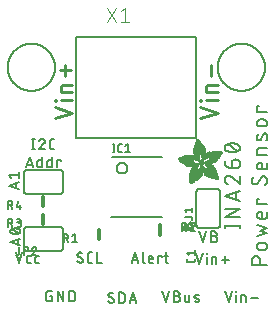
<source format=gbr>
G04 EAGLE Gerber RS-274X export*
G75*
%MOMM*%
%FSLAX34Y34*%
%LPD*%
%INSilkscreen Top*%
%IPPOS*%
%AMOC8*
5,1,8,0,0,1.08239X$1,22.5*%
G01*
%ADD10C,0.152400*%
%ADD11C,0.228600*%
%ADD12C,0.203200*%
%ADD13C,0.127000*%
%ADD14C,0.304800*%
%ADD15C,0.101600*%
%ADD16R,0.006300X0.050800*%
%ADD17R,0.006400X0.082600*%
%ADD18R,0.006300X0.120600*%
%ADD19R,0.006400X0.139700*%
%ADD20R,0.006300X0.158800*%
%ADD21R,0.006400X0.177800*%
%ADD22R,0.006300X0.196800*%
%ADD23R,0.006400X0.215900*%
%ADD24R,0.006300X0.228600*%
%ADD25R,0.006400X0.241300*%
%ADD26R,0.006300X0.254000*%
%ADD27R,0.006400X0.266700*%
%ADD28R,0.006300X0.279400*%
%ADD29R,0.006400X0.285700*%
%ADD30R,0.006300X0.298400*%
%ADD31R,0.006400X0.311200*%
%ADD32R,0.006300X0.317500*%
%ADD33R,0.006400X0.330200*%
%ADD34R,0.006300X0.336600*%
%ADD35R,0.006400X0.349200*%
%ADD36R,0.006300X0.361900*%
%ADD37R,0.006400X0.368300*%
%ADD38R,0.006300X0.381000*%
%ADD39R,0.006400X0.387300*%
%ADD40R,0.006300X0.393700*%
%ADD41R,0.006400X0.406400*%
%ADD42R,0.006300X0.412700*%
%ADD43R,0.006400X0.419100*%
%ADD44R,0.006300X0.431800*%
%ADD45R,0.006400X0.438100*%
%ADD46R,0.006300X0.450800*%
%ADD47R,0.006400X0.457200*%
%ADD48R,0.006300X0.463500*%
%ADD49R,0.006400X0.476200*%
%ADD50R,0.006300X0.482600*%
%ADD51R,0.006400X0.488900*%
%ADD52R,0.006300X0.501600*%
%ADD53R,0.006400X0.508000*%
%ADD54R,0.006300X0.514300*%
%ADD55R,0.006400X0.527000*%
%ADD56R,0.006300X0.533400*%
%ADD57R,0.006400X0.546100*%
%ADD58R,0.006300X0.552400*%
%ADD59R,0.006400X0.558800*%
%ADD60R,0.006300X0.571500*%
%ADD61R,0.006400X0.577800*%
%ADD62R,0.006300X0.584200*%
%ADD63R,0.006400X0.596900*%
%ADD64R,0.006300X0.603200*%
%ADD65R,0.006400X0.609600*%
%ADD66R,0.006300X0.622300*%
%ADD67R,0.006400X0.628600*%
%ADD68R,0.006300X0.641300*%
%ADD69R,0.006400X0.647700*%
%ADD70R,0.006300X0.063500*%
%ADD71R,0.006300X0.654000*%
%ADD72R,0.006400X0.101600*%
%ADD73R,0.006400X0.666700*%
%ADD74R,0.006300X0.139700*%
%ADD75R,0.006300X0.673100*%
%ADD76R,0.006400X0.165100*%
%ADD77R,0.006400X0.679400*%
%ADD78R,0.006300X0.196900*%
%ADD79R,0.006300X0.692100*%
%ADD80R,0.006400X0.222200*%
%ADD81R,0.006400X0.698500*%
%ADD82R,0.006300X0.247700*%
%ADD83R,0.006300X0.704800*%
%ADD84R,0.006400X0.279400*%
%ADD85R,0.006400X0.717500*%
%ADD86R,0.006300X0.298500*%
%ADD87R,0.006300X0.723900*%
%ADD88R,0.006400X0.736600*%
%ADD89R,0.006300X0.342900*%
%ADD90R,0.006300X0.742900*%
%ADD91R,0.006400X0.374700*%
%ADD92R,0.006400X0.749300*%
%ADD93R,0.006300X0.762000*%
%ADD94R,0.006400X0.412700*%
%ADD95R,0.006400X0.768300*%
%ADD96R,0.006300X0.438100*%
%ADD97R,0.006300X0.774700*%
%ADD98R,0.006400X0.463600*%
%ADD99R,0.006400X0.787400*%
%ADD100R,0.006300X0.793700*%
%ADD101R,0.006400X0.495300*%
%ADD102R,0.006400X0.800100*%
%ADD103R,0.006300X0.520700*%
%ADD104R,0.006300X0.812800*%
%ADD105R,0.006400X0.533400*%
%ADD106R,0.006400X0.819100*%
%ADD107R,0.006300X0.558800*%
%ADD108R,0.006300X0.825500*%
%ADD109R,0.006400X0.577900*%
%ADD110R,0.006400X0.831800*%
%ADD111R,0.006300X0.596900*%
%ADD112R,0.006300X0.844500*%
%ADD113R,0.006400X0.616000*%
%ADD114R,0.006400X0.850900*%
%ADD115R,0.006300X0.635000*%
%ADD116R,0.006300X0.857200*%
%ADD117R,0.006400X0.654100*%
%ADD118R,0.006400X0.863600*%
%ADD119R,0.006300X0.666700*%
%ADD120R,0.006300X0.869900*%
%ADD121R,0.006400X0.685800*%
%ADD122R,0.006400X0.876300*%
%ADD123R,0.006300X0.882600*%
%ADD124R,0.006400X0.723900*%
%ADD125R,0.006400X0.889000*%
%ADD126R,0.006300X0.895300*%
%ADD127R,0.006400X0.755700*%
%ADD128R,0.006400X0.901700*%
%ADD129R,0.006300X0.908000*%
%ADD130R,0.006400X0.793800*%
%ADD131R,0.006400X0.914400*%
%ADD132R,0.006300X0.806400*%
%ADD133R,0.006300X0.920700*%
%ADD134R,0.006400X0.825500*%
%ADD135R,0.006400X0.927100*%
%ADD136R,0.006300X0.933400*%
%ADD137R,0.006400X0.857300*%
%ADD138R,0.006400X0.939800*%
%ADD139R,0.006300X0.870000*%
%ADD140R,0.006300X0.939800*%
%ADD141R,0.006400X0.946100*%
%ADD142R,0.006300X0.952500*%
%ADD143R,0.006400X0.908000*%
%ADD144R,0.006400X0.958800*%
%ADD145R,0.006300X0.965200*%
%ADD146R,0.006400X0.965200*%
%ADD147R,0.006300X0.971500*%
%ADD148R,0.006400X0.952500*%
%ADD149R,0.006400X0.977900*%
%ADD150R,0.006300X0.958800*%
%ADD151R,0.006300X0.984200*%
%ADD152R,0.006400X0.971500*%
%ADD153R,0.006400X0.984200*%
%ADD154R,0.006300X0.990600*%
%ADD155R,0.006400X0.984300*%
%ADD156R,0.006400X0.996900*%
%ADD157R,0.006300X0.997000*%
%ADD158R,0.006300X0.996900*%
%ADD159R,0.006400X1.003300*%
%ADD160R,0.006300X1.016000*%
%ADD161R,0.006300X1.009600*%
%ADD162R,0.006400X1.016000*%
%ADD163R,0.006400X1.009600*%
%ADD164R,0.006300X1.022300*%
%ADD165R,0.006400X1.028700*%
%ADD166R,0.006300X1.035100*%
%ADD167R,0.006400X1.047800*%
%ADD168R,0.006300X1.054100*%
%ADD169R,0.006300X1.028700*%
%ADD170R,0.006400X1.054100*%
%ADD171R,0.006400X1.035000*%
%ADD172R,0.006300X1.060400*%
%ADD173R,0.006300X1.035000*%
%ADD174R,0.006400X1.060500*%
%ADD175R,0.006400X1.041400*%
%ADD176R,0.006300X1.066800*%
%ADD177R,0.006300X1.041400*%
%ADD178R,0.006400X1.079500*%
%ADD179R,0.006400X1.047700*%
%ADD180R,0.006300X1.085900*%
%ADD181R,0.006300X1.047700*%
%ADD182R,0.006400X1.085800*%
%ADD183R,0.006300X1.092200*%
%ADD184R,0.006400X1.085900*%
%ADD185R,0.006300X1.098600*%
%ADD186R,0.006400X1.098600*%
%ADD187R,0.006400X1.060400*%
%ADD188R,0.006300X1.104900*%
%ADD189R,0.006400X1.104900*%
%ADD190R,0.006400X1.066800*%
%ADD191R,0.006300X1.111200*%
%ADD192R,0.006400X1.117600*%
%ADD193R,0.006300X1.117600*%
%ADD194R,0.006300X1.073100*%
%ADD195R,0.006400X1.073100*%
%ADD196R,0.006300X1.124000*%
%ADD197R,0.006300X1.079500*%
%ADD198R,0.006400X1.123900*%
%ADD199R,0.006300X1.130300*%
%ADD200R,0.006400X1.130300*%
%ADD201R,0.006400X1.136700*%
%ADD202R,0.006300X1.136700*%
%ADD203R,0.006300X1.085800*%
%ADD204R,0.006400X1.136600*%
%ADD205R,0.006300X1.136600*%
%ADD206R,0.006400X1.143000*%
%ADD207R,0.006300X1.143000*%
%ADD208R,0.006300X1.149400*%
%ADD209R,0.006300X1.149300*%
%ADD210R,0.006400X1.149300*%
%ADD211R,0.006400X1.149400*%
%ADD212R,0.006400X1.155700*%
%ADD213R,0.006300X1.155700*%
%ADD214R,0.006300X1.060500*%
%ADD215R,0.006400X2.197100*%
%ADD216R,0.006300X2.197100*%
%ADD217R,0.006300X2.184400*%
%ADD218R,0.006400X2.184400*%
%ADD219R,0.006400X2.171700*%
%ADD220R,0.006300X2.171700*%
%ADD221R,0.006400X1.530300*%
%ADD222R,0.006300X1.505000*%
%ADD223R,0.006400X1.492300*%
%ADD224R,0.006300X1.485900*%
%ADD225R,0.006300X0.565200*%
%ADD226R,0.006400X1.473200*%
%ADD227R,0.006400X0.565200*%
%ADD228R,0.006300X1.460500*%
%ADD229R,0.006400X1.454100*%
%ADD230R,0.006400X0.552400*%
%ADD231R,0.006300X1.441500*%
%ADD232R,0.006300X0.546100*%
%ADD233R,0.006400X1.435100*%
%ADD234R,0.006400X0.539800*%
%ADD235R,0.006300X1.428800*%
%ADD236R,0.006400X1.422400*%
%ADD237R,0.006300X1.409700*%
%ADD238R,0.006300X0.527100*%
%ADD239R,0.006400X1.403300*%
%ADD240R,0.006400X0.527100*%
%ADD241R,0.006300X1.390700*%
%ADD242R,0.006400X1.384300*%
%ADD243R,0.006400X0.520700*%
%ADD244R,0.006300X1.384300*%
%ADD245R,0.006300X0.514400*%
%ADD246R,0.006400X1.371600*%
%ADD247R,0.006300X1.365200*%
%ADD248R,0.006300X0.508000*%
%ADD249R,0.006400X1.352600*%
%ADD250R,0.006400X0.501700*%
%ADD251R,0.006300X0.711200*%
%ADD252R,0.006300X0.603300*%
%ADD253R,0.006300X0.501700*%
%ADD254R,0.006400X0.692100*%
%ADD255R,0.006400X0.571500*%
%ADD256R,0.006300X0.679400*%
%ADD257R,0.006300X0.495300*%
%ADD258R,0.006400X0.673100*%
%ADD259R,0.006300X0.666800*%
%ADD260R,0.006300X0.488900*%
%ADD261R,0.006400X0.660400*%
%ADD262R,0.006400X0.482600*%
%ADD263R,0.006300X0.476200*%
%ADD264R,0.006400X0.654000*%
%ADD265R,0.006400X0.469900*%
%ADD266R,0.006400X0.476300*%
%ADD267R,0.006300X0.647700*%
%ADD268R,0.006300X0.457200*%
%ADD269R,0.006300X0.469900*%
%ADD270R,0.006400X0.641300*%
%ADD271R,0.006400X0.444500*%
%ADD272R,0.006300X0.463600*%
%ADD273R,0.006400X0.635000*%
%ADD274R,0.006400X0.463500*%
%ADD275R,0.006400X0.393700*%
%ADD276R,0.006400X0.450800*%
%ADD277R,0.006300X0.628600*%
%ADD278R,0.006300X0.387400*%
%ADD279R,0.006300X0.450900*%
%ADD280R,0.006400X0.628700*%
%ADD281R,0.006400X0.374600*%
%ADD282R,0.006300X0.368300*%
%ADD283R,0.006300X0.438200*%
%ADD284R,0.006400X0.622300*%
%ADD285R,0.006400X0.355600*%
%ADD286R,0.006400X0.431800*%
%ADD287R,0.006300X0.349300*%
%ADD288R,0.006300X0.425400*%
%ADD289R,0.006300X0.615900*%
%ADD290R,0.006300X0.330200*%
%ADD291R,0.006300X0.419100*%
%ADD292R,0.006300X0.616000*%
%ADD293R,0.006300X0.311200*%
%ADD294R,0.006300X0.406400*%
%ADD295R,0.006400X0.615900*%
%ADD296R,0.006400X0.304800*%
%ADD297R,0.006400X0.158800*%
%ADD298R,0.006300X0.609600*%
%ADD299R,0.006300X0.292100*%
%ADD300R,0.006300X0.235000*%
%ADD301R,0.006400X0.387400*%
%ADD302R,0.006400X0.292100*%
%ADD303R,0.006300X0.336500*%
%ADD304R,0.006300X0.260400*%
%ADD305R,0.006400X0.603300*%
%ADD306R,0.006400X0.260400*%
%ADD307R,0.006400X0.362000*%
%ADD308R,0.006400X0.450900*%
%ADD309R,0.006300X0.355600*%
%ADD310R,0.006400X0.342900*%
%ADD311R,0.006400X0.514300*%
%ADD312R,0.006300X0.234900*%
%ADD313R,0.006300X0.539700*%
%ADD314R,0.006400X0.603200*%
%ADD315R,0.006400X0.234900*%
%ADD316R,0.006400X0.920700*%
%ADD317R,0.006400X0.958900*%
%ADD318R,0.006300X0.215900*%
%ADD319R,0.006400X0.209600*%
%ADD320R,0.006300X0.203200*%
%ADD321R,0.006300X1.003300*%
%ADD322R,0.006400X0.203200*%
%ADD323R,0.006400X0.196900*%
%ADD324R,0.006300X0.190500*%
%ADD325R,0.006400X0.190500*%
%ADD326R,0.006300X0.184200*%
%ADD327R,0.006400X0.590500*%
%ADD328R,0.006400X0.184200*%
%ADD329R,0.006300X0.590500*%
%ADD330R,0.006300X0.177800*%
%ADD331R,0.006400X0.584200*%
%ADD332R,0.006400X1.168400*%
%ADD333R,0.006300X0.171500*%
%ADD334R,0.006300X1.187500*%
%ADD335R,0.006400X1.200100*%
%ADD336R,0.006300X0.577800*%
%ADD337R,0.006300X1.212900*%
%ADD338R,0.006400X1.231900*%
%ADD339R,0.006300X1.250900*%
%ADD340R,0.006400X0.565100*%
%ADD341R,0.006400X0.184100*%
%ADD342R,0.006400X1.263700*%
%ADD343R,0.006300X0.565100*%
%ADD344R,0.006300X1.289100*%
%ADD345R,0.006400X1.314400*%
%ADD346R,0.006300X0.552500*%
%ADD347R,0.006300X1.568500*%
%ADD348R,0.006400X0.552500*%
%ADD349R,0.006400X1.581200*%
%ADD350R,0.006300X1.593800*%
%ADD351R,0.006400X1.606500*%
%ADD352R,0.006300X1.619300*%
%ADD353R,0.006400X0.514400*%
%ADD354R,0.006400X1.638300*%
%ADD355R,0.006300X1.657300*%
%ADD356R,0.006400X2.209800*%
%ADD357R,0.006300X2.425700*%
%ADD358R,0.006400X2.470100*%
%ADD359R,0.006300X2.501900*%
%ADD360R,0.006400X2.533700*%
%ADD361R,0.006300X2.559000*%
%ADD362R,0.006400X2.584500*%
%ADD363R,0.006300X2.609900*%
%ADD364R,0.006400X2.628900*%
%ADD365R,0.006300X2.660600*%
%ADD366R,0.006400X2.673400*%
%ADD367R,0.006300X1.422400*%
%ADD368R,0.006300X1.200200*%
%ADD369R,0.006300X1.365300*%
%ADD370R,0.006400X1.365300*%
%ADD371R,0.006300X1.352500*%
%ADD372R,0.006300X1.098500*%
%ADD373R,0.006400X1.358900*%
%ADD374R,0.006300X1.352600*%
%ADD375R,0.006300X1.358900*%
%ADD376R,0.006300X1.371600*%
%ADD377R,0.006400X1.377900*%
%ADD378R,0.006400X1.397000*%
%ADD379R,0.006300X1.403300*%
%ADD380R,0.006300X0.914400*%
%ADD381R,0.006300X0.876300*%
%ADD382R,0.006300X0.374600*%
%ADD383R,0.006400X1.073200*%
%ADD384R,0.006300X0.374700*%
%ADD385R,0.006400X0.844600*%
%ADD386R,0.006300X0.844600*%
%ADD387R,0.006400X0.831900*%
%ADD388R,0.006400X1.092200*%
%ADD389R,0.006300X0.400000*%
%ADD390R,0.006400X0.819200*%
%ADD391R,0.006400X1.111300*%
%ADD392R,0.006400X0.812800*%
%ADD393R,0.006300X0.800100*%
%ADD394R,0.006300X0.476300*%
%ADD395R,0.006300X1.181100*%
%ADD396R,0.006400X0.501600*%
%ADD397R,0.006400X1.193800*%
%ADD398R,0.006400X0.781000*%
%ADD399R,0.006400X1.238200*%
%ADD400R,0.006300X0.781100*%
%ADD401R,0.006300X1.257300*%
%ADD402R,0.006400X1.295400*%
%ADD403R,0.006300X1.333500*%
%ADD404R,0.006400X0.774700*%
%ADD405R,0.006400X1.866900*%
%ADD406R,0.006300X0.209600*%
%ADD407R,0.006300X1.866900*%
%ADD408R,0.006400X0.768400*%
%ADD409R,0.006400X0.209500*%
%ADD410R,0.006400X1.860600*%
%ADD411R,0.006400X0.762000*%
%ADD412R,0.006300X0.768400*%
%ADD413R,0.006300X1.860600*%
%ADD414R,0.006400X1.860500*%
%ADD415R,0.006300X0.222300*%
%ADD416R,0.006300X1.854200*%
%ADD417R,0.006400X0.235000*%
%ADD418R,0.006400X1.854200*%
%ADD419R,0.006300X0.768300*%
%ADD420R,0.006400X0.260300*%
%ADD421R,0.006400X1.847800*%
%ADD422R,0.006300X0.266700*%
%ADD423R,0.006300X1.847800*%
%ADD424R,0.006400X0.273100*%
%ADD425R,0.006400X1.841500*%
%ADD426R,0.006300X0.285800*%
%ADD427R,0.006300X1.841500*%
%ADD428R,0.006400X0.298500*%
%ADD429R,0.006400X1.835100*%
%ADD430R,0.006300X0.781000*%
%ADD431R,0.006300X0.304800*%
%ADD432R,0.006300X1.835100*%
%ADD433R,0.006400X0.317500*%
%ADD434R,0.006400X1.828800*%
%ADD435R,0.006300X0.787400*%
%ADD436R,0.006300X0.323800*%
%ADD437R,0.006300X1.828800*%
%ADD438R,0.006400X0.793700*%
%ADD439R,0.006400X1.822400*%
%ADD440R,0.006300X0.806500*%
%ADD441R,0.006300X1.822400*%
%ADD442R,0.006400X1.816100*%
%ADD443R,0.006300X0.819100*%
%ADD444R,0.006300X0.387300*%
%ADD445R,0.006300X1.816100*%
%ADD446R,0.006400X1.809800*%
%ADD447R,0.006300X1.803400*%
%ADD448R,0.006400X1.797000*%
%ADD449R,0.006300X0.901700*%
%ADD450R,0.006300X1.797000*%
%ADD451R,0.006400X1.441400*%
%ADD452R,0.006400X1.790700*%
%ADD453R,0.006300X1.447800*%
%ADD454R,0.006300X1.784300*%
%ADD455R,0.006400X1.447800*%
%ADD456R,0.006400X1.784300*%
%ADD457R,0.006300X1.454100*%
%ADD458R,0.006300X1.771700*%
%ADD459R,0.006400X1.460500*%
%ADD460R,0.006400X1.759000*%
%ADD461R,0.006300X1.466800*%
%ADD462R,0.006300X1.752600*%
%ADD463R,0.006400X1.466800*%
%ADD464R,0.006400X1.739900*%
%ADD465R,0.006300X1.473200*%
%ADD466R,0.006300X1.727200*%
%ADD467R,0.006400X1.479500*%
%ADD468R,0.006400X1.714500*%
%ADD469R,0.006300X1.695400*%
%ADD470R,0.006400X1.485900*%
%ADD471R,0.006400X1.682700*%
%ADD472R,0.006300X1.492200*%
%ADD473R,0.006300X1.663700*%
%ADD474R,0.006400X1.498600*%
%ADD475R,0.006400X1.644600*%
%ADD476R,0.006300X1.498600*%
%ADD477R,0.006300X1.619200*%
%ADD478R,0.006400X1.511300*%
%ADD479R,0.006400X1.600200*%
%ADD480R,0.006300X1.517700*%
%ADD481R,0.006300X1.574800*%
%ADD482R,0.006400X1.524000*%
%ADD483R,0.006400X1.555800*%
%ADD484R,0.006300X1.524000*%
%ADD485R,0.006300X1.536700*%
%ADD486R,0.006400X1.530400*%
%ADD487R,0.006400X1.517700*%
%ADD488R,0.006300X1.492300*%
%ADD489R,0.006400X1.549400*%
%ADD490R,0.006400X1.479600*%
%ADD491R,0.006300X1.549400*%
%ADD492R,0.006400X1.555700*%
%ADD493R,0.006300X1.562100*%
%ADD494R,0.006300X0.323900*%
%ADD495R,0.006400X1.568400*%
%ADD496R,0.006400X0.336600*%
%ADD497R,0.006300X1.587500*%
%ADD498R,0.006300X0.971600*%
%ADD499R,0.006400X0.349300*%
%ADD500R,0.006300X1.600200*%
%ADD501R,0.006300X0.920800*%
%ADD502R,0.006400X0.882700*%
%ADD503R,0.006300X1.612900*%
%ADD504R,0.006300X0.362000*%
%ADD505R,0.006400X1.625600*%
%ADD506R,0.006300X1.625600*%
%ADD507R,0.006300X1.644600*%
%ADD508R,0.006300X0.736600*%
%ADD509R,0.006400X0.717600*%
%ADD510R,0.006300X1.657400*%
%ADD511R,0.006300X0.679500*%
%ADD512R,0.006400X1.663700*%
%ADD513R,0.006400X0.400000*%
%ADD514R,0.006300X1.676400*%
%ADD515R,0.006400X1.676400*%
%ADD516R,0.006400X0.425500*%
%ADD517R,0.006400X1.352500*%
%ADD518R,0.006300X0.444500*%
%ADD519R,0.006400X0.361900*%
%ADD520R,0.006300X0.088900*%
%ADD521R,0.006300X1.009700*%
%ADD522R,0.006400X1.009700*%
%ADD523R,0.006400X1.022300*%
%ADD524R,0.006400X1.346200*%
%ADD525R,0.006300X1.346200*%
%ADD526R,0.006400X1.339900*%
%ADD527R,0.006400X1.035100*%
%ADD528R,0.006300X1.339800*%
%ADD529R,0.006400X1.333500*%
%ADD530R,0.006400X1.327200*%
%ADD531R,0.006300X1.320800*%
%ADD532R,0.006400X1.314500*%
%ADD533R,0.006300X1.314400*%
%ADD534R,0.006400X1.301700*%
%ADD535R,0.006300X1.295400*%
%ADD536R,0.006400X1.289000*%
%ADD537R,0.006300X1.276300*%
%ADD538R,0.006300X1.251000*%
%ADD539R,0.006400X1.244600*%
%ADD540R,0.006300X1.231900*%
%ADD541R,0.006400X1.212800*%
%ADD542R,0.006300X1.200100*%
%ADD543R,0.006400X1.187400*%
%ADD544R,0.006300X1.168400*%
%ADD545R,0.006300X1.047800*%
%ADD546R,0.006300X0.977900*%
%ADD547R,0.006400X0.946200*%
%ADD548R,0.006400X0.933400*%
%ADD549R,0.006400X0.895300*%
%ADD550R,0.006300X0.882700*%
%ADD551R,0.006300X0.863600*%
%ADD552R,0.006400X0.857200*%
%ADD553R,0.006300X0.850900*%
%ADD554R,0.006300X0.838200*%
%ADD555R,0.006400X0.806500*%
%ADD556R,0.006300X0.717600*%
%ADD557R,0.006400X0.711200*%
%ADD558R,0.006400X0.641400*%
%ADD559R,0.006300X0.641400*%
%ADD560R,0.006300X0.628700*%
%ADD561R,0.006300X0.590600*%
%ADD562R,0.006400X0.539700*%
%ADD563R,0.006300X0.285700*%
%ADD564R,0.006300X0.222200*%
%ADD565R,0.006300X0.171400*%
%ADD566R,0.006400X0.152400*%
%ADD567R,0.006300X0.133400*%


D10*
X12126Y46355D02*
X15005Y37719D01*
X17883Y46355D01*
X23075Y37719D02*
X24994Y37719D01*
X23075Y37719D02*
X23000Y37721D01*
X22925Y37727D01*
X22850Y37737D01*
X22776Y37750D01*
X22703Y37768D01*
X22630Y37789D01*
X22559Y37815D01*
X22490Y37843D01*
X22422Y37876D01*
X22356Y37912D01*
X22291Y37951D01*
X22229Y37994D01*
X22169Y38040D01*
X22112Y38089D01*
X22057Y38140D01*
X22006Y38195D01*
X21957Y38252D01*
X21911Y38312D01*
X21868Y38374D01*
X21829Y38439D01*
X21793Y38505D01*
X21760Y38573D01*
X21732Y38642D01*
X21706Y38713D01*
X21685Y38786D01*
X21667Y38859D01*
X21654Y38933D01*
X21644Y39008D01*
X21638Y39083D01*
X21636Y39158D01*
X21635Y39158D02*
X21635Y42037D01*
X21636Y42037D02*
X21638Y42112D01*
X21644Y42187D01*
X21654Y42262D01*
X21667Y42336D01*
X21685Y42409D01*
X21706Y42482D01*
X21732Y42553D01*
X21760Y42622D01*
X21793Y42690D01*
X21829Y42757D01*
X21868Y42821D01*
X21911Y42883D01*
X21957Y42943D01*
X22006Y43000D01*
X22057Y43055D01*
X22112Y43106D01*
X22169Y43155D01*
X22229Y43201D01*
X22291Y43244D01*
X22356Y43283D01*
X22422Y43319D01*
X22490Y43352D01*
X22559Y43380D01*
X22630Y43406D01*
X22703Y43427D01*
X22776Y43445D01*
X22850Y43458D01*
X22925Y43468D01*
X23000Y43474D01*
X23075Y43476D01*
X24994Y43476D01*
X30085Y37719D02*
X32004Y37719D01*
X30085Y37719D02*
X30010Y37721D01*
X29935Y37727D01*
X29860Y37737D01*
X29786Y37750D01*
X29713Y37768D01*
X29640Y37789D01*
X29569Y37815D01*
X29500Y37843D01*
X29432Y37876D01*
X29366Y37912D01*
X29301Y37951D01*
X29239Y37994D01*
X29179Y38040D01*
X29122Y38089D01*
X29067Y38140D01*
X29016Y38195D01*
X28967Y38252D01*
X28921Y38312D01*
X28878Y38374D01*
X28839Y38439D01*
X28803Y38505D01*
X28770Y38573D01*
X28742Y38642D01*
X28716Y38713D01*
X28695Y38786D01*
X28677Y38859D01*
X28664Y38933D01*
X28654Y39008D01*
X28648Y39083D01*
X28646Y39158D01*
X28646Y42037D01*
X28648Y42112D01*
X28654Y42187D01*
X28664Y42262D01*
X28677Y42336D01*
X28695Y42409D01*
X28716Y42482D01*
X28742Y42553D01*
X28770Y42622D01*
X28803Y42690D01*
X28839Y42757D01*
X28878Y42821D01*
X28921Y42883D01*
X28967Y42943D01*
X29016Y43000D01*
X29067Y43055D01*
X29122Y43106D01*
X29179Y43155D01*
X29239Y43201D01*
X29301Y43244D01*
X29366Y43283D01*
X29432Y43319D01*
X29500Y43352D01*
X29569Y43380D01*
X29640Y43406D01*
X29713Y43427D01*
X29786Y43445D01*
X29860Y43458D01*
X29935Y43468D01*
X30010Y43474D01*
X30085Y43476D01*
X32004Y43476D01*
X41284Y9878D02*
X42723Y9878D01*
X42723Y5080D01*
X39844Y5080D01*
X39758Y5082D01*
X39672Y5088D01*
X39586Y5097D01*
X39501Y5111D01*
X39417Y5128D01*
X39333Y5149D01*
X39251Y5174D01*
X39170Y5202D01*
X39090Y5234D01*
X39011Y5270D01*
X38935Y5309D01*
X38860Y5352D01*
X38787Y5397D01*
X38716Y5446D01*
X38648Y5499D01*
X38581Y5554D01*
X38518Y5612D01*
X38457Y5673D01*
X38399Y5736D01*
X38344Y5803D01*
X38291Y5871D01*
X38242Y5942D01*
X38197Y6015D01*
X38154Y6090D01*
X38115Y6166D01*
X38079Y6245D01*
X38047Y6325D01*
X38019Y6406D01*
X37994Y6488D01*
X37973Y6572D01*
X37956Y6656D01*
X37942Y6741D01*
X37933Y6827D01*
X37927Y6913D01*
X37925Y6999D01*
X37925Y11797D01*
X37927Y11883D01*
X37933Y11969D01*
X37942Y12055D01*
X37956Y12140D01*
X37973Y12224D01*
X37994Y12308D01*
X38019Y12390D01*
X38047Y12471D01*
X38079Y12551D01*
X38115Y12630D01*
X38154Y12706D01*
X38197Y12781D01*
X38242Y12854D01*
X38291Y12925D01*
X38344Y12993D01*
X38399Y13060D01*
X38457Y13123D01*
X38518Y13184D01*
X38581Y13242D01*
X38648Y13297D01*
X38716Y13349D01*
X38787Y13399D01*
X38860Y13444D01*
X38935Y13487D01*
X39011Y13526D01*
X39090Y13562D01*
X39170Y13594D01*
X39251Y13622D01*
X39333Y13647D01*
X39417Y13668D01*
X39501Y13685D01*
X39586Y13699D01*
X39672Y13708D01*
X39758Y13714D01*
X39844Y13716D01*
X42723Y13716D01*
X47679Y13716D02*
X47679Y5080D01*
X52476Y5080D02*
X47679Y13716D01*
X52476Y13716D02*
X52476Y5080D01*
X57432Y5080D02*
X57432Y13716D01*
X59831Y13716D01*
X59928Y13714D01*
X60024Y13708D01*
X60120Y13699D01*
X60216Y13685D01*
X60311Y13668D01*
X60405Y13646D01*
X60498Y13621D01*
X60591Y13593D01*
X60682Y13560D01*
X60771Y13524D01*
X60859Y13484D01*
X60946Y13441D01*
X61031Y13395D01*
X61113Y13345D01*
X61194Y13291D01*
X61272Y13235D01*
X61348Y13175D01*
X61422Y13113D01*
X61493Y13047D01*
X61561Y12979D01*
X61627Y12908D01*
X61689Y12834D01*
X61749Y12758D01*
X61805Y12680D01*
X61859Y12599D01*
X61909Y12517D01*
X61955Y12432D01*
X61998Y12345D01*
X62038Y12257D01*
X62074Y12168D01*
X62107Y12077D01*
X62135Y11984D01*
X62160Y11891D01*
X62182Y11797D01*
X62199Y11702D01*
X62213Y11606D01*
X62222Y11510D01*
X62228Y11414D01*
X62230Y11317D01*
X62230Y7479D01*
X62228Y7382D01*
X62222Y7286D01*
X62213Y7190D01*
X62199Y7094D01*
X62182Y6999D01*
X62160Y6905D01*
X62135Y6812D01*
X62107Y6719D01*
X62074Y6628D01*
X62038Y6539D01*
X61998Y6451D01*
X61955Y6364D01*
X61909Y6279D01*
X61859Y6197D01*
X61805Y6116D01*
X61749Y6038D01*
X61689Y5962D01*
X61627Y5888D01*
X61561Y5817D01*
X61493Y5749D01*
X61422Y5683D01*
X61348Y5621D01*
X61272Y5561D01*
X61194Y5505D01*
X61113Y5451D01*
X61030Y5401D01*
X60946Y5355D01*
X60859Y5312D01*
X60771Y5272D01*
X60682Y5236D01*
X60591Y5203D01*
X60498Y5175D01*
X60405Y5150D01*
X60311Y5128D01*
X60216Y5111D01*
X60120Y5097D01*
X60024Y5088D01*
X59928Y5082D01*
X59831Y5080D01*
X57432Y5080D01*
X67087Y37719D02*
X67173Y37721D01*
X67259Y37727D01*
X67345Y37736D01*
X67430Y37750D01*
X67514Y37767D01*
X67598Y37788D01*
X67680Y37813D01*
X67761Y37841D01*
X67841Y37873D01*
X67920Y37909D01*
X67996Y37948D01*
X68071Y37991D01*
X68144Y38036D01*
X68215Y38086D01*
X68283Y38138D01*
X68350Y38193D01*
X68413Y38251D01*
X68474Y38312D01*
X68532Y38375D01*
X68587Y38442D01*
X68640Y38510D01*
X68689Y38581D01*
X68734Y38654D01*
X68777Y38729D01*
X68816Y38805D01*
X68852Y38884D01*
X68884Y38964D01*
X68912Y39045D01*
X68937Y39127D01*
X68958Y39211D01*
X68975Y39295D01*
X68989Y39380D01*
X68998Y39466D01*
X69004Y39552D01*
X69006Y39638D01*
X67087Y37719D02*
X66964Y37721D01*
X66841Y37726D01*
X66718Y37736D01*
X66596Y37749D01*
X66474Y37766D01*
X66352Y37786D01*
X66232Y37810D01*
X66112Y37838D01*
X65993Y37869D01*
X65875Y37904D01*
X65758Y37943D01*
X65642Y37985D01*
X65528Y38031D01*
X65415Y38080D01*
X65304Y38132D01*
X65194Y38188D01*
X65086Y38247D01*
X64980Y38310D01*
X64875Y38375D01*
X64773Y38444D01*
X64673Y38516D01*
X64576Y38591D01*
X64480Y38668D01*
X64387Y38749D01*
X64296Y38832D01*
X64208Y38918D01*
X64448Y44436D02*
X64450Y44522D01*
X64456Y44608D01*
X64465Y44694D01*
X64479Y44779D01*
X64496Y44863D01*
X64517Y44947D01*
X64542Y45029D01*
X64570Y45110D01*
X64602Y45190D01*
X64638Y45269D01*
X64677Y45345D01*
X64720Y45420D01*
X64765Y45493D01*
X64814Y45564D01*
X64867Y45632D01*
X64922Y45699D01*
X64980Y45762D01*
X65041Y45823D01*
X65104Y45881D01*
X65171Y45936D01*
X65239Y45989D01*
X65310Y46038D01*
X65383Y46083D01*
X65458Y46126D01*
X65534Y46165D01*
X65613Y46201D01*
X65693Y46233D01*
X65774Y46261D01*
X65856Y46286D01*
X65940Y46307D01*
X66024Y46324D01*
X66109Y46338D01*
X66195Y46347D01*
X66281Y46353D01*
X66367Y46355D01*
X66483Y46353D01*
X66598Y46348D01*
X66714Y46338D01*
X66829Y46325D01*
X66943Y46309D01*
X67057Y46288D01*
X67171Y46264D01*
X67283Y46236D01*
X67394Y46205D01*
X67505Y46170D01*
X67614Y46132D01*
X67722Y46090D01*
X67828Y46045D01*
X67934Y45996D01*
X68037Y45944D01*
X68139Y45889D01*
X68238Y45830D01*
X68336Y45768D01*
X68432Y45703D01*
X68526Y45635D01*
X65407Y42757D02*
X65333Y42803D01*
X65260Y42853D01*
X65190Y42906D01*
X65122Y42962D01*
X65057Y43021D01*
X64994Y43083D01*
X64935Y43148D01*
X64878Y43215D01*
X64824Y43285D01*
X64774Y43357D01*
X64727Y43431D01*
X64683Y43507D01*
X64643Y43586D01*
X64607Y43666D01*
X64574Y43747D01*
X64545Y43830D01*
X64519Y43915D01*
X64497Y44000D01*
X64480Y44086D01*
X64466Y44173D01*
X64456Y44260D01*
X64450Y44348D01*
X64448Y44436D01*
X68047Y41317D02*
X68121Y41271D01*
X68194Y41221D01*
X68264Y41168D01*
X68332Y41112D01*
X68397Y41053D01*
X68460Y40991D01*
X68519Y40926D01*
X68576Y40859D01*
X68630Y40789D01*
X68680Y40717D01*
X68727Y40643D01*
X68771Y40567D01*
X68811Y40488D01*
X68847Y40408D01*
X68880Y40327D01*
X68909Y40244D01*
X68935Y40159D01*
X68957Y40074D01*
X68974Y39988D01*
X68988Y39901D01*
X68998Y39814D01*
X69004Y39726D01*
X69006Y39638D01*
X68046Y41317D02*
X65407Y42757D01*
X74928Y37719D02*
X76847Y37719D01*
X74928Y37719D02*
X74842Y37721D01*
X74756Y37727D01*
X74670Y37736D01*
X74585Y37750D01*
X74501Y37767D01*
X74417Y37788D01*
X74335Y37813D01*
X74254Y37841D01*
X74174Y37873D01*
X74095Y37909D01*
X74019Y37948D01*
X73944Y37991D01*
X73871Y38036D01*
X73800Y38085D01*
X73732Y38138D01*
X73665Y38193D01*
X73602Y38251D01*
X73541Y38312D01*
X73483Y38375D01*
X73428Y38442D01*
X73375Y38510D01*
X73326Y38581D01*
X73281Y38654D01*
X73238Y38729D01*
X73199Y38805D01*
X73163Y38884D01*
X73131Y38964D01*
X73103Y39045D01*
X73078Y39127D01*
X73057Y39211D01*
X73040Y39295D01*
X73026Y39380D01*
X73017Y39466D01*
X73011Y39552D01*
X73009Y39638D01*
X73009Y44436D01*
X73011Y44522D01*
X73017Y44608D01*
X73026Y44694D01*
X73040Y44779D01*
X73057Y44863D01*
X73078Y44947D01*
X73103Y45029D01*
X73131Y45110D01*
X73163Y45190D01*
X73199Y45269D01*
X73238Y45345D01*
X73281Y45420D01*
X73326Y45493D01*
X73375Y45564D01*
X73428Y45632D01*
X73483Y45699D01*
X73541Y45762D01*
X73602Y45823D01*
X73665Y45881D01*
X73732Y45936D01*
X73800Y45988D01*
X73871Y46038D01*
X73944Y46083D01*
X74019Y46126D01*
X74095Y46165D01*
X74174Y46201D01*
X74254Y46233D01*
X74335Y46261D01*
X74417Y46286D01*
X74501Y46307D01*
X74585Y46324D01*
X74670Y46338D01*
X74756Y46347D01*
X74842Y46353D01*
X74928Y46355D01*
X76847Y46355D01*
X80998Y46355D02*
X80998Y37719D01*
X84836Y37719D01*
X95227Y5729D02*
X95225Y5643D01*
X95219Y5557D01*
X95210Y5471D01*
X95196Y5386D01*
X95179Y5302D01*
X95158Y5218D01*
X95133Y5136D01*
X95105Y5055D01*
X95073Y4975D01*
X95037Y4896D01*
X94998Y4820D01*
X94955Y4745D01*
X94910Y4672D01*
X94861Y4601D01*
X94808Y4533D01*
X94753Y4466D01*
X94695Y4403D01*
X94634Y4342D01*
X94571Y4284D01*
X94504Y4229D01*
X94436Y4177D01*
X94365Y4127D01*
X94292Y4082D01*
X94217Y4039D01*
X94141Y4000D01*
X94062Y3964D01*
X93982Y3932D01*
X93901Y3904D01*
X93819Y3879D01*
X93735Y3858D01*
X93651Y3841D01*
X93566Y3827D01*
X93480Y3818D01*
X93394Y3812D01*
X93308Y3810D01*
X93185Y3812D01*
X93062Y3817D01*
X92939Y3827D01*
X92817Y3840D01*
X92695Y3857D01*
X92573Y3877D01*
X92453Y3901D01*
X92333Y3929D01*
X92214Y3960D01*
X92096Y3995D01*
X91979Y4034D01*
X91863Y4076D01*
X91749Y4122D01*
X91636Y4171D01*
X91525Y4223D01*
X91415Y4279D01*
X91307Y4338D01*
X91201Y4401D01*
X91096Y4466D01*
X90994Y4535D01*
X90894Y4607D01*
X90797Y4682D01*
X90701Y4759D01*
X90608Y4840D01*
X90517Y4923D01*
X90429Y5009D01*
X90670Y10527D02*
X90672Y10613D01*
X90678Y10699D01*
X90687Y10785D01*
X90701Y10870D01*
X90718Y10954D01*
X90739Y11038D01*
X90764Y11120D01*
X90792Y11201D01*
X90824Y11281D01*
X90860Y11360D01*
X90899Y11436D01*
X90942Y11511D01*
X90987Y11584D01*
X91036Y11655D01*
X91089Y11723D01*
X91144Y11790D01*
X91202Y11853D01*
X91263Y11914D01*
X91326Y11972D01*
X91393Y12027D01*
X91461Y12080D01*
X91532Y12129D01*
X91605Y12174D01*
X91680Y12217D01*
X91756Y12256D01*
X91835Y12292D01*
X91915Y12324D01*
X91996Y12352D01*
X92078Y12377D01*
X92162Y12398D01*
X92246Y12415D01*
X92331Y12429D01*
X92417Y12438D01*
X92503Y12444D01*
X92589Y12446D01*
X92705Y12444D01*
X92820Y12439D01*
X92936Y12429D01*
X93051Y12416D01*
X93165Y12400D01*
X93279Y12379D01*
X93393Y12355D01*
X93505Y12327D01*
X93616Y12296D01*
X93727Y12261D01*
X93836Y12223D01*
X93944Y12181D01*
X94050Y12136D01*
X94156Y12087D01*
X94259Y12035D01*
X94361Y11980D01*
X94460Y11921D01*
X94558Y11859D01*
X94654Y11794D01*
X94748Y11726D01*
X91629Y8848D02*
X91555Y8894D01*
X91482Y8944D01*
X91412Y8997D01*
X91344Y9053D01*
X91279Y9112D01*
X91216Y9174D01*
X91157Y9239D01*
X91100Y9306D01*
X91046Y9376D01*
X90996Y9448D01*
X90949Y9522D01*
X90905Y9598D01*
X90865Y9677D01*
X90829Y9757D01*
X90796Y9838D01*
X90767Y9921D01*
X90741Y10006D01*
X90719Y10091D01*
X90702Y10177D01*
X90688Y10264D01*
X90678Y10351D01*
X90672Y10439D01*
X90670Y10527D01*
X94268Y7408D02*
X94342Y7362D01*
X94415Y7312D01*
X94485Y7259D01*
X94553Y7203D01*
X94618Y7144D01*
X94681Y7082D01*
X94740Y7017D01*
X94797Y6950D01*
X94851Y6880D01*
X94901Y6808D01*
X94948Y6734D01*
X94992Y6658D01*
X95032Y6579D01*
X95068Y6499D01*
X95101Y6418D01*
X95130Y6335D01*
X95156Y6250D01*
X95178Y6165D01*
X95195Y6079D01*
X95209Y5992D01*
X95219Y5905D01*
X95225Y5817D01*
X95227Y5729D01*
X94268Y7408D02*
X91629Y8848D01*
X99574Y12446D02*
X99574Y3810D01*
X99574Y12446D02*
X101973Y12446D01*
X102070Y12444D01*
X102166Y12438D01*
X102262Y12429D01*
X102358Y12415D01*
X102453Y12398D01*
X102547Y12376D01*
X102640Y12351D01*
X102733Y12323D01*
X102824Y12290D01*
X102913Y12254D01*
X103001Y12214D01*
X103088Y12171D01*
X103173Y12125D01*
X103255Y12075D01*
X103336Y12021D01*
X103414Y11965D01*
X103490Y11905D01*
X103564Y11843D01*
X103635Y11777D01*
X103703Y11709D01*
X103769Y11638D01*
X103831Y11564D01*
X103891Y11488D01*
X103947Y11410D01*
X104001Y11329D01*
X104051Y11247D01*
X104097Y11162D01*
X104140Y11075D01*
X104180Y10987D01*
X104216Y10898D01*
X104249Y10807D01*
X104277Y10714D01*
X104302Y10621D01*
X104324Y10527D01*
X104341Y10432D01*
X104355Y10336D01*
X104364Y10240D01*
X104370Y10144D01*
X104372Y10047D01*
X104371Y10047D02*
X104371Y6209D01*
X104372Y6209D02*
X104370Y6112D01*
X104364Y6016D01*
X104355Y5920D01*
X104341Y5824D01*
X104324Y5729D01*
X104302Y5635D01*
X104277Y5542D01*
X104249Y5449D01*
X104216Y5358D01*
X104180Y5269D01*
X104140Y5181D01*
X104097Y5094D01*
X104051Y5009D01*
X104001Y4927D01*
X103947Y4846D01*
X103891Y4768D01*
X103831Y4692D01*
X103769Y4618D01*
X103703Y4547D01*
X103635Y4479D01*
X103564Y4413D01*
X103490Y4351D01*
X103414Y4291D01*
X103336Y4235D01*
X103255Y4181D01*
X103173Y4131D01*
X103088Y4085D01*
X103001Y4042D01*
X102913Y4002D01*
X102824Y3966D01*
X102733Y3933D01*
X102640Y3905D01*
X102547Y3880D01*
X102453Y3858D01*
X102358Y3841D01*
X102262Y3827D01*
X102166Y3818D01*
X102070Y3812D01*
X101973Y3810D01*
X99574Y3810D01*
X108543Y3810D02*
X111421Y12446D01*
X114300Y3810D01*
X113580Y5969D02*
X109262Y5969D01*
X110241Y37719D02*
X113119Y46355D01*
X115998Y37719D01*
X115278Y39878D02*
X110960Y39878D01*
X119773Y39158D02*
X119773Y46355D01*
X119774Y39158D02*
X119776Y39083D01*
X119782Y39008D01*
X119792Y38933D01*
X119805Y38859D01*
X119823Y38786D01*
X119844Y38713D01*
X119870Y38642D01*
X119898Y38573D01*
X119931Y38505D01*
X119967Y38439D01*
X120006Y38374D01*
X120049Y38312D01*
X120095Y38252D01*
X120144Y38195D01*
X120195Y38140D01*
X120250Y38089D01*
X120307Y38040D01*
X120367Y37994D01*
X120429Y37951D01*
X120494Y37912D01*
X120560Y37876D01*
X120628Y37843D01*
X120697Y37815D01*
X120768Y37789D01*
X120841Y37768D01*
X120914Y37750D01*
X120988Y37737D01*
X121063Y37727D01*
X121138Y37721D01*
X121213Y37719D01*
X126051Y37719D02*
X128450Y37719D01*
X126051Y37719D02*
X125976Y37721D01*
X125901Y37727D01*
X125826Y37737D01*
X125752Y37750D01*
X125679Y37768D01*
X125606Y37789D01*
X125535Y37815D01*
X125466Y37843D01*
X125398Y37876D01*
X125332Y37912D01*
X125267Y37951D01*
X125205Y37994D01*
X125145Y38040D01*
X125088Y38089D01*
X125033Y38140D01*
X124982Y38195D01*
X124933Y38252D01*
X124887Y38312D01*
X124844Y38374D01*
X124805Y38439D01*
X124769Y38505D01*
X124736Y38573D01*
X124708Y38642D01*
X124682Y38713D01*
X124661Y38786D01*
X124643Y38859D01*
X124630Y38933D01*
X124620Y39008D01*
X124614Y39083D01*
X124612Y39158D01*
X124611Y39158D02*
X124611Y41557D01*
X124612Y41557D02*
X124614Y41643D01*
X124620Y41729D01*
X124629Y41815D01*
X124643Y41900D01*
X124660Y41984D01*
X124681Y42068D01*
X124706Y42150D01*
X124734Y42231D01*
X124766Y42311D01*
X124802Y42390D01*
X124841Y42466D01*
X124884Y42541D01*
X124929Y42614D01*
X124978Y42685D01*
X125031Y42753D01*
X125086Y42820D01*
X125144Y42883D01*
X125205Y42944D01*
X125268Y43002D01*
X125335Y43057D01*
X125403Y43110D01*
X125474Y43159D01*
X125547Y43204D01*
X125622Y43247D01*
X125698Y43286D01*
X125777Y43322D01*
X125857Y43354D01*
X125938Y43382D01*
X126020Y43407D01*
X126104Y43428D01*
X126188Y43445D01*
X126273Y43459D01*
X126359Y43468D01*
X126445Y43474D01*
X126531Y43476D01*
X126617Y43474D01*
X126703Y43468D01*
X126789Y43459D01*
X126874Y43445D01*
X126958Y43428D01*
X127042Y43407D01*
X127124Y43382D01*
X127205Y43354D01*
X127285Y43322D01*
X127364Y43286D01*
X127440Y43247D01*
X127515Y43204D01*
X127588Y43159D01*
X127659Y43110D01*
X127727Y43057D01*
X127794Y43002D01*
X127857Y42944D01*
X127918Y42883D01*
X127976Y42820D01*
X128031Y42753D01*
X128084Y42685D01*
X128133Y42614D01*
X128178Y42541D01*
X128221Y42466D01*
X128260Y42390D01*
X128296Y42311D01*
X128328Y42231D01*
X128356Y42150D01*
X128381Y42068D01*
X128402Y41984D01*
X128419Y41900D01*
X128433Y41815D01*
X128442Y41729D01*
X128448Y41643D01*
X128450Y41557D01*
X128450Y40598D01*
X124611Y40598D01*
X132917Y37719D02*
X132917Y43476D01*
X135796Y43476D01*
X135796Y42517D01*
X138091Y43476D02*
X140970Y43476D01*
X139051Y46355D02*
X139051Y39158D01*
X139053Y39085D01*
X139058Y39012D01*
X139068Y38940D01*
X139080Y38868D01*
X139097Y38797D01*
X139117Y38727D01*
X139141Y38658D01*
X139168Y38591D01*
X139198Y38524D01*
X139232Y38460D01*
X139269Y38397D01*
X139309Y38336D01*
X139352Y38277D01*
X139398Y38221D01*
X139447Y38167D01*
X139499Y38115D01*
X139553Y38066D01*
X139609Y38020D01*
X139668Y37977D01*
X139729Y37937D01*
X139792Y37900D01*
X139856Y37866D01*
X139923Y37836D01*
X139990Y37809D01*
X140059Y37785D01*
X140129Y37765D01*
X140200Y37748D01*
X140272Y37736D01*
X140344Y37726D01*
X140417Y37721D01*
X140490Y37719D01*
X140970Y37719D01*
X164829Y45466D02*
X167708Y36830D01*
X170587Y45466D01*
X174109Y42587D02*
X174109Y36830D01*
X173869Y44986D02*
X173869Y45466D01*
X174349Y45466D01*
X174349Y44986D01*
X173869Y44986D01*
X178285Y42587D02*
X178285Y36830D01*
X178285Y42587D02*
X180684Y42587D01*
X180759Y42585D01*
X180834Y42579D01*
X180909Y42569D01*
X180983Y42556D01*
X181056Y42538D01*
X181129Y42517D01*
X181200Y42491D01*
X181269Y42463D01*
X181337Y42430D01*
X181403Y42394D01*
X181468Y42355D01*
X181530Y42312D01*
X181590Y42266D01*
X181647Y42217D01*
X181702Y42166D01*
X181753Y42111D01*
X181802Y42054D01*
X181848Y41994D01*
X181891Y41932D01*
X181930Y41868D01*
X181966Y41801D01*
X181999Y41733D01*
X182027Y41664D01*
X182053Y41593D01*
X182074Y41520D01*
X182092Y41447D01*
X182105Y41373D01*
X182115Y41298D01*
X182121Y41223D01*
X182123Y41148D01*
X182124Y41148D02*
X182124Y36830D01*
X186775Y40188D02*
X192532Y40188D01*
X189653Y37310D02*
X189653Y43067D01*
X189467Y13335D02*
X192346Y4699D01*
X195225Y13335D01*
X198747Y10456D02*
X198747Y4699D01*
X198507Y12855D02*
X198507Y13335D01*
X198987Y13335D01*
X198987Y12855D01*
X198507Y12855D01*
X202923Y10456D02*
X202923Y4699D01*
X202923Y10456D02*
X205322Y10456D01*
X205397Y10454D01*
X205472Y10448D01*
X205547Y10438D01*
X205621Y10425D01*
X205694Y10407D01*
X205767Y10386D01*
X205838Y10360D01*
X205907Y10332D01*
X205975Y10299D01*
X206041Y10263D01*
X206106Y10224D01*
X206168Y10181D01*
X206228Y10135D01*
X206285Y10086D01*
X206340Y10035D01*
X206391Y9980D01*
X206440Y9923D01*
X206486Y9863D01*
X206529Y9801D01*
X206568Y9737D01*
X206604Y9670D01*
X206637Y9602D01*
X206665Y9533D01*
X206691Y9462D01*
X206712Y9389D01*
X206730Y9316D01*
X206743Y9242D01*
X206753Y9167D01*
X206759Y9092D01*
X206761Y9017D01*
X206762Y9017D02*
X206762Y4699D01*
X211413Y8057D02*
X217170Y8057D01*
D11*
X168529Y159893D02*
X183007Y164719D01*
X168529Y169545D01*
X173355Y175125D02*
X183007Y175125D01*
X169333Y174723D02*
X168529Y174723D01*
X168529Y175527D01*
X169333Y175527D01*
X169333Y174723D01*
X173355Y181818D02*
X183007Y181818D01*
X173355Y181818D02*
X173355Y185840D01*
X173357Y185937D01*
X173363Y186034D01*
X173373Y186131D01*
X173386Y186227D01*
X173404Y186323D01*
X173425Y186417D01*
X173450Y186511D01*
X173479Y186604D01*
X173512Y186696D01*
X173548Y186786D01*
X173588Y186874D01*
X173631Y186961D01*
X173678Y187047D01*
X173729Y187130D01*
X173782Y187211D01*
X173839Y187290D01*
X173899Y187366D01*
X173962Y187440D01*
X174028Y187512D01*
X174096Y187580D01*
X174168Y187646D01*
X174242Y187709D01*
X174318Y187769D01*
X174397Y187826D01*
X174478Y187879D01*
X174562Y187930D01*
X174647Y187977D01*
X174734Y188020D01*
X174822Y188060D01*
X174912Y188096D01*
X175004Y188129D01*
X175097Y188158D01*
X175191Y188183D01*
X175285Y188204D01*
X175381Y188222D01*
X175477Y188235D01*
X175574Y188245D01*
X175671Y188251D01*
X175768Y188253D01*
X183007Y188253D01*
X177377Y195571D02*
X177377Y205223D01*
X59817Y164719D02*
X45339Y159893D01*
X45339Y169545D02*
X59817Y164719D01*
X59817Y175125D02*
X50165Y175125D01*
X46143Y174723D02*
X45339Y174723D01*
X45339Y175527D01*
X46143Y175527D01*
X46143Y174723D01*
X50165Y181818D02*
X59817Y181818D01*
X50165Y181818D02*
X50165Y185840D01*
X50167Y185937D01*
X50173Y186034D01*
X50183Y186131D01*
X50196Y186227D01*
X50214Y186323D01*
X50235Y186417D01*
X50260Y186511D01*
X50289Y186604D01*
X50322Y186696D01*
X50358Y186786D01*
X50398Y186874D01*
X50441Y186961D01*
X50488Y187047D01*
X50539Y187130D01*
X50592Y187211D01*
X50649Y187290D01*
X50709Y187366D01*
X50772Y187440D01*
X50838Y187512D01*
X50906Y187580D01*
X50978Y187646D01*
X51052Y187709D01*
X51128Y187769D01*
X51207Y187826D01*
X51288Y187879D01*
X51372Y187930D01*
X51457Y187977D01*
X51544Y188020D01*
X51632Y188060D01*
X51722Y188096D01*
X51814Y188129D01*
X51907Y188158D01*
X52001Y188183D01*
X52095Y188204D01*
X52191Y188222D01*
X52287Y188235D01*
X52384Y188245D01*
X52481Y188251D01*
X52578Y188253D01*
X59817Y188253D01*
X54187Y195571D02*
X54187Y205223D01*
X59013Y200397D02*
X49361Y200397D01*
D10*
X7493Y55203D02*
X16129Y52324D01*
X16129Y58081D02*
X7493Y55203D01*
X13970Y57362D02*
X13970Y53044D01*
X11811Y61948D02*
X11641Y61950D01*
X11471Y61956D01*
X11302Y61966D01*
X11132Y61980D01*
X10963Y61999D01*
X10795Y62021D01*
X10627Y62047D01*
X10460Y62077D01*
X10294Y62112D01*
X10128Y62150D01*
X9963Y62192D01*
X9800Y62238D01*
X9638Y62288D01*
X9476Y62342D01*
X9317Y62399D01*
X9158Y62461D01*
X9001Y62526D01*
X8846Y62595D01*
X8692Y62668D01*
X8616Y62696D01*
X8541Y62728D01*
X8467Y62763D01*
X8395Y62801D01*
X8325Y62843D01*
X8257Y62888D01*
X8191Y62936D01*
X8127Y62987D01*
X8066Y63041D01*
X8007Y63097D01*
X7951Y63157D01*
X7898Y63218D01*
X7848Y63282D01*
X7800Y63349D01*
X7756Y63417D01*
X7715Y63488D01*
X7677Y63560D01*
X7643Y63634D01*
X7612Y63709D01*
X7584Y63786D01*
X7560Y63864D01*
X7540Y63943D01*
X7523Y64023D01*
X7510Y64103D01*
X7500Y64184D01*
X7495Y64265D01*
X7493Y64347D01*
X7495Y64429D01*
X7500Y64510D01*
X7510Y64591D01*
X7523Y64671D01*
X7540Y64751D01*
X7560Y64830D01*
X7584Y64908D01*
X7612Y64985D01*
X7643Y65060D01*
X7677Y65134D01*
X7715Y65206D01*
X7756Y65277D01*
X7800Y65345D01*
X7848Y65412D01*
X7898Y65476D01*
X7951Y65537D01*
X8007Y65597D01*
X8066Y65653D01*
X8127Y65707D01*
X8191Y65758D01*
X8257Y65806D01*
X8325Y65851D01*
X8395Y65893D01*
X8467Y65931D01*
X8541Y65966D01*
X8616Y65998D01*
X8692Y66026D01*
X8846Y66099D01*
X9001Y66168D01*
X9158Y66233D01*
X9317Y66295D01*
X9476Y66352D01*
X9638Y66406D01*
X9800Y66456D01*
X9963Y66502D01*
X10128Y66544D01*
X10294Y66582D01*
X10460Y66617D01*
X10627Y66647D01*
X10795Y66673D01*
X10963Y66695D01*
X11132Y66714D01*
X11302Y66728D01*
X11471Y66738D01*
X11641Y66744D01*
X11811Y66746D01*
X11811Y61948D02*
X11981Y61950D01*
X12151Y61956D01*
X12320Y61966D01*
X12490Y61980D01*
X12659Y61999D01*
X12827Y62021D01*
X12995Y62047D01*
X13162Y62077D01*
X13328Y62112D01*
X13494Y62150D01*
X13659Y62192D01*
X13822Y62238D01*
X13984Y62288D01*
X14146Y62342D01*
X14305Y62399D01*
X14464Y62461D01*
X14621Y62526D01*
X14776Y62595D01*
X14930Y62668D01*
X15006Y62696D01*
X15081Y62728D01*
X15155Y62763D01*
X15227Y62801D01*
X15297Y62843D01*
X15365Y62888D01*
X15431Y62936D01*
X15495Y62987D01*
X15556Y63041D01*
X15615Y63097D01*
X15671Y63157D01*
X15724Y63218D01*
X15774Y63282D01*
X15822Y63349D01*
X15866Y63417D01*
X15907Y63488D01*
X15945Y63560D01*
X15979Y63634D01*
X16010Y63709D01*
X16038Y63786D01*
X16062Y63864D01*
X16082Y63943D01*
X16099Y64023D01*
X16112Y64103D01*
X16122Y64184D01*
X16127Y64265D01*
X16129Y64347D01*
X14930Y66026D02*
X14776Y66099D01*
X14621Y66168D01*
X14464Y66233D01*
X14305Y66295D01*
X14146Y66352D01*
X13984Y66406D01*
X13822Y66456D01*
X13659Y66502D01*
X13494Y66544D01*
X13328Y66582D01*
X13162Y66617D01*
X12995Y66647D01*
X12827Y66673D01*
X12659Y66695D01*
X12490Y66714D01*
X12320Y66728D01*
X12151Y66738D01*
X11981Y66744D01*
X11811Y66746D01*
X14930Y66026D02*
X15006Y65998D01*
X15081Y65966D01*
X15155Y65931D01*
X15227Y65893D01*
X15297Y65851D01*
X15365Y65806D01*
X15431Y65758D01*
X15495Y65707D01*
X15556Y65653D01*
X15615Y65597D01*
X15671Y65537D01*
X15724Y65476D01*
X15774Y65412D01*
X15822Y65345D01*
X15866Y65277D01*
X15907Y65206D01*
X15945Y65134D01*
X15979Y65060D01*
X16010Y64985D01*
X16038Y64908D01*
X16062Y64830D01*
X16082Y64751D01*
X16099Y64671D01*
X16112Y64591D01*
X16122Y64510D01*
X16127Y64429D01*
X16129Y64347D01*
X14210Y62428D02*
X9412Y66266D01*
X14859Y100076D02*
X6223Y102955D01*
X14859Y105833D01*
X12700Y105114D02*
X12700Y100796D01*
X8142Y109700D02*
X6223Y112099D01*
X14859Y112099D01*
X14859Y109700D02*
X14859Y114498D01*
X27110Y133858D02*
X27110Y142494D01*
X26150Y133858D02*
X28069Y133858D01*
X28069Y142494D02*
X26150Y142494D01*
X34665Y142494D02*
X34757Y142492D01*
X34848Y142486D01*
X34939Y142477D01*
X35030Y142463D01*
X35120Y142446D01*
X35209Y142424D01*
X35297Y142399D01*
X35384Y142371D01*
X35470Y142338D01*
X35554Y142302D01*
X35637Y142263D01*
X35718Y142220D01*
X35797Y142173D01*
X35874Y142124D01*
X35949Y142071D01*
X36021Y142015D01*
X36091Y141956D01*
X36159Y141894D01*
X36224Y141829D01*
X36286Y141761D01*
X36345Y141691D01*
X36401Y141619D01*
X36454Y141544D01*
X36503Y141467D01*
X36550Y141388D01*
X36593Y141307D01*
X36632Y141224D01*
X36668Y141140D01*
X36701Y141054D01*
X36729Y140967D01*
X36754Y140879D01*
X36776Y140790D01*
X36793Y140700D01*
X36807Y140609D01*
X36816Y140518D01*
X36822Y140427D01*
X36824Y140335D01*
X34665Y142494D02*
X34562Y142492D01*
X34460Y142486D01*
X34358Y142477D01*
X34256Y142464D01*
X34155Y142447D01*
X34054Y142426D01*
X33955Y142402D01*
X33856Y142373D01*
X33759Y142342D01*
X33662Y142306D01*
X33567Y142268D01*
X33474Y142225D01*
X33382Y142179D01*
X33292Y142130D01*
X33204Y142078D01*
X33117Y142022D01*
X33033Y141963D01*
X32952Y141902D01*
X32872Y141837D01*
X32795Y141769D01*
X32720Y141698D01*
X32649Y141625D01*
X32580Y141549D01*
X32513Y141471D01*
X32450Y141390D01*
X32390Y141307D01*
X32333Y141222D01*
X32279Y141135D01*
X32228Y141045D01*
X32181Y140954D01*
X32137Y140862D01*
X32096Y140767D01*
X32059Y140672D01*
X32026Y140575D01*
X36104Y138656D02*
X36171Y138722D01*
X36235Y138791D01*
X36296Y138862D01*
X36354Y138936D01*
X36409Y139012D01*
X36461Y139090D01*
X36510Y139170D01*
X36556Y139252D01*
X36598Y139336D01*
X36637Y139422D01*
X36672Y139509D01*
X36703Y139597D01*
X36731Y139687D01*
X36756Y139777D01*
X36777Y139869D01*
X36794Y139961D01*
X36807Y140054D01*
X36816Y140147D01*
X36822Y140241D01*
X36824Y140335D01*
X36104Y138656D02*
X32026Y133858D01*
X36824Y133858D01*
X43051Y133858D02*
X44970Y133858D01*
X43051Y133858D02*
X42965Y133860D01*
X42879Y133866D01*
X42793Y133875D01*
X42708Y133889D01*
X42624Y133906D01*
X42540Y133927D01*
X42458Y133952D01*
X42377Y133980D01*
X42297Y134012D01*
X42218Y134048D01*
X42142Y134087D01*
X42067Y134130D01*
X41994Y134175D01*
X41923Y134224D01*
X41855Y134277D01*
X41788Y134332D01*
X41725Y134390D01*
X41664Y134451D01*
X41606Y134514D01*
X41551Y134581D01*
X41498Y134649D01*
X41449Y134720D01*
X41404Y134793D01*
X41361Y134868D01*
X41322Y134944D01*
X41286Y135023D01*
X41254Y135103D01*
X41226Y135184D01*
X41201Y135266D01*
X41180Y135350D01*
X41163Y135434D01*
X41149Y135519D01*
X41140Y135605D01*
X41134Y135691D01*
X41132Y135777D01*
X41132Y140575D01*
X41134Y140661D01*
X41140Y140747D01*
X41149Y140833D01*
X41163Y140918D01*
X41180Y141002D01*
X41201Y141086D01*
X41226Y141168D01*
X41254Y141249D01*
X41286Y141329D01*
X41322Y141408D01*
X41361Y141484D01*
X41404Y141559D01*
X41449Y141632D01*
X41498Y141703D01*
X41551Y141771D01*
X41606Y141838D01*
X41664Y141901D01*
X41725Y141962D01*
X41788Y142020D01*
X41855Y142075D01*
X41923Y142127D01*
X41994Y142177D01*
X42067Y142222D01*
X42142Y142265D01*
X42218Y142304D01*
X42297Y142340D01*
X42377Y142372D01*
X42458Y142400D01*
X42540Y142425D01*
X42624Y142446D01*
X42708Y142463D01*
X42793Y142477D01*
X42879Y142486D01*
X42965Y142492D01*
X43051Y142494D01*
X44970Y142494D01*
X23832Y127254D02*
X20954Y118618D01*
X26711Y118618D02*
X23832Y127254D01*
X25991Y120777D02*
X21673Y120777D01*
X34218Y118618D02*
X34218Y127254D01*
X34218Y118618D02*
X31819Y118618D01*
X31744Y118620D01*
X31669Y118626D01*
X31594Y118636D01*
X31520Y118649D01*
X31447Y118667D01*
X31374Y118688D01*
X31303Y118714D01*
X31234Y118742D01*
X31166Y118775D01*
X31100Y118811D01*
X31035Y118850D01*
X30973Y118893D01*
X30913Y118939D01*
X30856Y118988D01*
X30801Y119039D01*
X30750Y119094D01*
X30701Y119151D01*
X30655Y119211D01*
X30612Y119273D01*
X30573Y119338D01*
X30537Y119404D01*
X30504Y119472D01*
X30476Y119541D01*
X30450Y119612D01*
X30429Y119685D01*
X30411Y119758D01*
X30398Y119832D01*
X30388Y119907D01*
X30382Y119982D01*
X30380Y120057D01*
X30380Y122936D01*
X30382Y123011D01*
X30388Y123086D01*
X30398Y123161D01*
X30411Y123235D01*
X30429Y123308D01*
X30450Y123381D01*
X30476Y123452D01*
X30504Y123521D01*
X30537Y123589D01*
X30573Y123656D01*
X30612Y123720D01*
X30655Y123782D01*
X30701Y123842D01*
X30750Y123899D01*
X30801Y123954D01*
X30856Y124005D01*
X30913Y124054D01*
X30973Y124100D01*
X31035Y124143D01*
X31100Y124182D01*
X31166Y124218D01*
X31234Y124251D01*
X31303Y124279D01*
X31374Y124305D01*
X31447Y124326D01*
X31520Y124344D01*
X31594Y124357D01*
X31669Y124367D01*
X31744Y124373D01*
X31819Y124375D01*
X34218Y124375D01*
X42448Y127254D02*
X42448Y118618D01*
X40049Y118618D01*
X39974Y118620D01*
X39899Y118626D01*
X39824Y118636D01*
X39750Y118649D01*
X39677Y118667D01*
X39604Y118688D01*
X39533Y118714D01*
X39464Y118742D01*
X39396Y118775D01*
X39330Y118811D01*
X39265Y118850D01*
X39203Y118893D01*
X39143Y118939D01*
X39086Y118988D01*
X39031Y119039D01*
X38980Y119094D01*
X38931Y119151D01*
X38885Y119211D01*
X38842Y119273D01*
X38803Y119338D01*
X38767Y119404D01*
X38734Y119472D01*
X38706Y119541D01*
X38680Y119612D01*
X38659Y119685D01*
X38641Y119758D01*
X38628Y119832D01*
X38618Y119907D01*
X38612Y119982D01*
X38610Y120057D01*
X38609Y120057D02*
X38609Y122936D01*
X38610Y122936D02*
X38612Y123011D01*
X38618Y123086D01*
X38628Y123161D01*
X38641Y123235D01*
X38659Y123308D01*
X38680Y123381D01*
X38706Y123452D01*
X38734Y123521D01*
X38767Y123589D01*
X38803Y123656D01*
X38842Y123720D01*
X38885Y123782D01*
X38931Y123842D01*
X38980Y123899D01*
X39031Y123954D01*
X39086Y124005D01*
X39143Y124054D01*
X39203Y124100D01*
X39265Y124143D01*
X39330Y124182D01*
X39396Y124218D01*
X39464Y124251D01*
X39533Y124279D01*
X39604Y124305D01*
X39677Y124326D01*
X39750Y124344D01*
X39824Y124357D01*
X39899Y124367D01*
X39974Y124373D01*
X40049Y124375D01*
X42448Y124375D01*
X47288Y124375D02*
X47288Y118618D01*
X47288Y124375D02*
X50166Y124375D01*
X50166Y123416D01*
D12*
X188976Y68461D02*
X202184Y68461D01*
X202184Y69928D02*
X202184Y66993D01*
X188976Y66993D02*
X188976Y69928D01*
X188976Y76199D02*
X202184Y76199D01*
X202184Y83537D02*
X188976Y76199D01*
X188976Y83537D02*
X202184Y83537D01*
X202184Y89610D02*
X188976Y94013D01*
X202184Y98415D01*
X198882Y97315D02*
X198882Y90711D01*
X188976Y108068D02*
X188978Y108181D01*
X188984Y108293D01*
X188993Y108406D01*
X189007Y108518D01*
X189024Y108629D01*
X189045Y108740D01*
X189070Y108850D01*
X189098Y108959D01*
X189131Y109067D01*
X189167Y109174D01*
X189206Y109279D01*
X189249Y109384D01*
X189296Y109486D01*
X189346Y109587D01*
X189400Y109686D01*
X189457Y109784D01*
X189517Y109879D01*
X189580Y109972D01*
X189647Y110063D01*
X189717Y110152D01*
X189789Y110238D01*
X189865Y110322D01*
X189943Y110403D01*
X190024Y110481D01*
X190108Y110557D01*
X190194Y110629D01*
X190283Y110699D01*
X190374Y110766D01*
X190467Y110829D01*
X190562Y110889D01*
X190660Y110946D01*
X190759Y111000D01*
X190860Y111050D01*
X190962Y111097D01*
X191067Y111140D01*
X191172Y111179D01*
X191279Y111215D01*
X191387Y111248D01*
X191496Y111276D01*
X191606Y111301D01*
X191717Y111322D01*
X191828Y111339D01*
X191940Y111353D01*
X192053Y111362D01*
X192165Y111368D01*
X192278Y111370D01*
X188976Y108068D02*
X188978Y107941D01*
X188984Y107814D01*
X188993Y107687D01*
X189006Y107561D01*
X189023Y107435D01*
X189044Y107310D01*
X189069Y107185D01*
X189097Y107062D01*
X189129Y106939D01*
X189165Y106817D01*
X189204Y106696D01*
X189247Y106576D01*
X189293Y106458D01*
X189343Y106341D01*
X189397Y106226D01*
X189454Y106113D01*
X189514Y106001D01*
X189577Y105891D01*
X189644Y105783D01*
X189714Y105677D01*
X189787Y105573D01*
X189864Y105471D01*
X189943Y105372D01*
X190025Y105275D01*
X190110Y105181D01*
X190198Y105089D01*
X190288Y105000D01*
X190382Y104914D01*
X190477Y104830D01*
X190575Y104750D01*
X190676Y104672D01*
X190779Y104597D01*
X190884Y104526D01*
X190991Y104458D01*
X191100Y104393D01*
X191211Y104331D01*
X191324Y104272D01*
X191438Y104217D01*
X191554Y104166D01*
X191672Y104118D01*
X191791Y104073D01*
X191911Y104032D01*
X194846Y110269D02*
X194766Y110351D01*
X194683Y110430D01*
X194597Y110507D01*
X194509Y110581D01*
X194418Y110651D01*
X194326Y110719D01*
X194231Y110784D01*
X194134Y110846D01*
X194035Y110904D01*
X193934Y110960D01*
X193832Y111012D01*
X193728Y111060D01*
X193622Y111105D01*
X193515Y111147D01*
X193407Y111186D01*
X193297Y111220D01*
X193187Y111252D01*
X193075Y111279D01*
X192963Y111303D01*
X192850Y111324D01*
X192736Y111340D01*
X192622Y111353D01*
X192508Y111363D01*
X192393Y111368D01*
X192278Y111370D01*
X194846Y110269D02*
X202184Y104032D01*
X202184Y111370D01*
X194846Y117721D02*
X194846Y122123D01*
X194848Y122230D01*
X194854Y122337D01*
X194864Y122444D01*
X194877Y122550D01*
X194895Y122656D01*
X194916Y122761D01*
X194941Y122865D01*
X194970Y122969D01*
X195003Y123071D01*
X195040Y123171D01*
X195080Y123271D01*
X195124Y123369D01*
X195171Y123465D01*
X195222Y123559D01*
X195276Y123652D01*
X195333Y123742D01*
X195394Y123831D01*
X195458Y123917D01*
X195525Y124000D01*
X195595Y124082D01*
X195668Y124160D01*
X195744Y124236D01*
X195822Y124309D01*
X195904Y124379D01*
X195987Y124446D01*
X196073Y124510D01*
X196162Y124571D01*
X196252Y124628D01*
X196345Y124682D01*
X196439Y124733D01*
X196535Y124781D01*
X196633Y124824D01*
X196733Y124864D01*
X196833Y124901D01*
X196935Y124934D01*
X197039Y124963D01*
X197143Y124988D01*
X197248Y125009D01*
X197354Y125027D01*
X197460Y125040D01*
X197567Y125050D01*
X197674Y125056D01*
X197781Y125058D01*
X198515Y125058D01*
X198515Y125059D02*
X198635Y125057D01*
X198755Y125051D01*
X198875Y125041D01*
X198994Y125028D01*
X199113Y125010D01*
X199231Y124989D01*
X199348Y124963D01*
X199465Y124934D01*
X199580Y124901D01*
X199694Y124864D01*
X199807Y124824D01*
X199919Y124780D01*
X200029Y124732D01*
X200138Y124681D01*
X200245Y124626D01*
X200349Y124567D01*
X200452Y124506D01*
X200553Y124441D01*
X200652Y124372D01*
X200749Y124301D01*
X200843Y124226D01*
X200934Y124149D01*
X201023Y124068D01*
X201109Y123984D01*
X201193Y123898D01*
X201274Y123809D01*
X201351Y123718D01*
X201426Y123624D01*
X201497Y123527D01*
X201566Y123428D01*
X201631Y123327D01*
X201692Y123225D01*
X201751Y123120D01*
X201806Y123013D01*
X201857Y122904D01*
X201905Y122794D01*
X201949Y122682D01*
X201989Y122569D01*
X202026Y122455D01*
X202059Y122340D01*
X202088Y122223D01*
X202114Y122106D01*
X202135Y121988D01*
X202153Y121869D01*
X202166Y121750D01*
X202176Y121630D01*
X202182Y121510D01*
X202184Y121390D01*
X202182Y121270D01*
X202176Y121150D01*
X202166Y121030D01*
X202153Y120911D01*
X202135Y120792D01*
X202114Y120674D01*
X202088Y120557D01*
X202059Y120440D01*
X202026Y120325D01*
X201989Y120211D01*
X201949Y120098D01*
X201905Y119986D01*
X201857Y119876D01*
X201806Y119767D01*
X201751Y119660D01*
X201692Y119556D01*
X201631Y119453D01*
X201566Y119352D01*
X201497Y119253D01*
X201426Y119156D01*
X201351Y119062D01*
X201274Y118971D01*
X201193Y118882D01*
X201109Y118796D01*
X201023Y118712D01*
X200934Y118631D01*
X200843Y118554D01*
X200749Y118479D01*
X200652Y118408D01*
X200553Y118339D01*
X200452Y118274D01*
X200350Y118213D01*
X200245Y118154D01*
X200138Y118099D01*
X200029Y118048D01*
X199919Y118000D01*
X199807Y117956D01*
X199694Y117916D01*
X199580Y117879D01*
X199465Y117846D01*
X199348Y117817D01*
X199231Y117791D01*
X199113Y117770D01*
X198994Y117752D01*
X198875Y117739D01*
X198755Y117729D01*
X198635Y117723D01*
X198515Y117721D01*
X194846Y117721D01*
X194695Y117723D01*
X194544Y117729D01*
X194393Y117739D01*
X194242Y117752D01*
X194092Y117770D01*
X193943Y117791D01*
X193794Y117816D01*
X193645Y117845D01*
X193498Y117878D01*
X193351Y117915D01*
X193205Y117955D01*
X193061Y117999D01*
X192917Y118047D01*
X192775Y118098D01*
X192635Y118153D01*
X192495Y118212D01*
X192358Y118275D01*
X192222Y118340D01*
X192087Y118410D01*
X191955Y118482D01*
X191824Y118559D01*
X191696Y118638D01*
X191569Y118721D01*
X191445Y118807D01*
X191323Y118896D01*
X191203Y118988D01*
X191086Y119084D01*
X190971Y119182D01*
X190859Y119283D01*
X190749Y119387D01*
X190642Y119494D01*
X190538Y119604D01*
X190437Y119716D01*
X190339Y119831D01*
X190243Y119948D01*
X190151Y120068D01*
X190062Y120190D01*
X189976Y120314D01*
X189893Y120441D01*
X189814Y120569D01*
X189737Y120700D01*
X189665Y120832D01*
X189595Y120967D01*
X189530Y121103D01*
X189467Y121240D01*
X189408Y121380D01*
X189353Y121520D01*
X189302Y121662D01*
X189254Y121806D01*
X189210Y121950D01*
X189170Y122096D01*
X189133Y122243D01*
X189100Y122390D01*
X189071Y122539D01*
X189046Y122688D01*
X189025Y122837D01*
X189007Y122987D01*
X188994Y123138D01*
X188984Y123289D01*
X188978Y123440D01*
X188976Y123591D01*
X190811Y132511D02*
X191046Y132400D01*
X191283Y132294D01*
X191523Y132194D01*
X191765Y132100D01*
X192010Y132012D01*
X192256Y131930D01*
X192504Y131854D01*
X192755Y131783D01*
X193006Y131719D01*
X193259Y131660D01*
X193514Y131608D01*
X193770Y131562D01*
X194026Y131521D01*
X194284Y131487D01*
X194542Y131460D01*
X194801Y131438D01*
X195061Y131422D01*
X195320Y131413D01*
X195580Y131410D01*
X190810Y132510D02*
X190715Y132545D01*
X190620Y132583D01*
X190527Y132625D01*
X190436Y132671D01*
X190346Y132720D01*
X190258Y132772D01*
X190173Y132827D01*
X190089Y132886D01*
X190008Y132948D01*
X189929Y133012D01*
X189853Y133080D01*
X189779Y133151D01*
X189708Y133224D01*
X189640Y133300D01*
X189574Y133378D01*
X189512Y133459D01*
X189452Y133542D01*
X189396Y133627D01*
X189343Y133714D01*
X189294Y133803D01*
X189248Y133894D01*
X189205Y133987D01*
X189166Y134081D01*
X189130Y134177D01*
X189098Y134274D01*
X189069Y134372D01*
X189045Y134471D01*
X189024Y134571D01*
X189007Y134671D01*
X188993Y134772D01*
X188984Y134874D01*
X188978Y134976D01*
X188976Y135078D01*
X188978Y135180D01*
X188984Y135282D01*
X188993Y135384D01*
X189007Y135485D01*
X189024Y135585D01*
X189045Y135685D01*
X189069Y135784D01*
X189098Y135882D01*
X189130Y135979D01*
X189166Y136075D01*
X189205Y136169D01*
X189248Y136262D01*
X189294Y136353D01*
X189343Y136442D01*
X189396Y136529D01*
X189452Y136614D01*
X189512Y136697D01*
X189574Y136778D01*
X189640Y136856D01*
X189708Y136932D01*
X189779Y137006D01*
X189853Y137076D01*
X189929Y137144D01*
X190008Y137208D01*
X190089Y137270D01*
X190173Y137329D01*
X190258Y137384D01*
X190346Y137437D01*
X190436Y137485D01*
X190527Y137531D01*
X190620Y137573D01*
X190715Y137611D01*
X190811Y137646D01*
X190811Y137645D02*
X191046Y137756D01*
X191283Y137862D01*
X191523Y137962D01*
X191765Y138056D01*
X192010Y138144D01*
X192256Y138226D01*
X192504Y138302D01*
X192755Y138373D01*
X193006Y138437D01*
X193259Y138496D01*
X193514Y138548D01*
X193770Y138594D01*
X194026Y138635D01*
X194284Y138669D01*
X194542Y138696D01*
X194801Y138718D01*
X195061Y138734D01*
X195320Y138743D01*
X195580Y138746D01*
X195580Y131410D02*
X195840Y131413D01*
X196099Y131422D01*
X196359Y131438D01*
X196618Y131460D01*
X196876Y131487D01*
X197134Y131521D01*
X197390Y131562D01*
X197646Y131608D01*
X197901Y131660D01*
X198154Y131719D01*
X198405Y131783D01*
X198656Y131854D01*
X198904Y131930D01*
X199150Y132012D01*
X199395Y132100D01*
X199637Y132194D01*
X199877Y132294D01*
X200114Y132400D01*
X200349Y132511D01*
X200350Y132510D02*
X200445Y132545D01*
X200540Y132583D01*
X200633Y132625D01*
X200724Y132671D01*
X200814Y132720D01*
X200902Y132772D01*
X200987Y132827D01*
X201071Y132886D01*
X201152Y132948D01*
X201231Y133012D01*
X201307Y133080D01*
X201381Y133151D01*
X201452Y133224D01*
X201520Y133300D01*
X201586Y133378D01*
X201648Y133459D01*
X201708Y133542D01*
X201764Y133627D01*
X201817Y133714D01*
X201866Y133803D01*
X201912Y133894D01*
X201955Y133987D01*
X201994Y134081D01*
X202030Y134177D01*
X202062Y134274D01*
X202091Y134372D01*
X202115Y134471D01*
X202136Y134571D01*
X202153Y134671D01*
X202167Y134772D01*
X202176Y134874D01*
X202182Y134976D01*
X202184Y135078D01*
X200350Y137646D02*
X200115Y137757D01*
X199877Y137863D01*
X199637Y137963D01*
X199395Y138057D01*
X199151Y138145D01*
X198904Y138227D01*
X198656Y138303D01*
X198406Y138374D01*
X198154Y138438D01*
X197901Y138497D01*
X197646Y138549D01*
X197391Y138595D01*
X197134Y138636D01*
X196876Y138670D01*
X196618Y138697D01*
X196359Y138719D01*
X196100Y138735D01*
X195840Y138744D01*
X195580Y138747D01*
X200350Y137646D02*
X200445Y137611D01*
X200540Y137573D01*
X200633Y137531D01*
X200724Y137485D01*
X200814Y137436D01*
X200902Y137384D01*
X200987Y137329D01*
X201071Y137270D01*
X201152Y137208D01*
X201231Y137144D01*
X201307Y137076D01*
X201381Y137005D01*
X201452Y136932D01*
X201520Y136856D01*
X201586Y136778D01*
X201648Y136697D01*
X201708Y136614D01*
X201764Y136529D01*
X201817Y136442D01*
X201866Y136353D01*
X201912Y136262D01*
X201955Y136169D01*
X201994Y136075D01*
X202030Y135979D01*
X202062Y135882D01*
X202091Y135784D01*
X202115Y135685D01*
X202136Y135585D01*
X202153Y135485D01*
X202167Y135384D01*
X202176Y135282D01*
X202182Y135180D01*
X202184Y135078D01*
X199249Y132143D02*
X191911Y138013D01*
X211836Y35819D02*
X225044Y35819D01*
X211836Y35819D02*
X211836Y39488D01*
X211838Y39608D01*
X211844Y39728D01*
X211854Y39848D01*
X211867Y39967D01*
X211885Y40086D01*
X211906Y40204D01*
X211932Y40321D01*
X211961Y40438D01*
X211994Y40553D01*
X212031Y40667D01*
X212071Y40780D01*
X212115Y40892D01*
X212163Y41002D01*
X212214Y41111D01*
X212269Y41218D01*
X212328Y41322D01*
X212389Y41425D01*
X212454Y41526D01*
X212523Y41625D01*
X212594Y41722D01*
X212669Y41816D01*
X212746Y41907D01*
X212827Y41996D01*
X212911Y42082D01*
X212997Y42166D01*
X213086Y42247D01*
X213177Y42324D01*
X213271Y42399D01*
X213368Y42470D01*
X213467Y42539D01*
X213568Y42604D01*
X213671Y42665D01*
X213775Y42724D01*
X213882Y42779D01*
X213991Y42830D01*
X214101Y42878D01*
X214213Y42922D01*
X214326Y42962D01*
X214440Y42999D01*
X214555Y43032D01*
X214672Y43061D01*
X214789Y43087D01*
X214907Y43108D01*
X215026Y43126D01*
X215145Y43139D01*
X215265Y43149D01*
X215385Y43155D01*
X215505Y43157D01*
X215625Y43155D01*
X215745Y43149D01*
X215865Y43139D01*
X215984Y43126D01*
X216103Y43108D01*
X216221Y43087D01*
X216338Y43061D01*
X216455Y43032D01*
X216570Y42999D01*
X216684Y42962D01*
X216797Y42922D01*
X216909Y42878D01*
X217019Y42830D01*
X217128Y42779D01*
X217235Y42724D01*
X217340Y42665D01*
X217442Y42604D01*
X217543Y42539D01*
X217642Y42470D01*
X217739Y42399D01*
X217833Y42324D01*
X217924Y42247D01*
X218013Y42166D01*
X218099Y42082D01*
X218183Y41996D01*
X218264Y41907D01*
X218341Y41816D01*
X218416Y41722D01*
X218487Y41625D01*
X218556Y41526D01*
X218621Y41425D01*
X218682Y41323D01*
X218741Y41218D01*
X218796Y41111D01*
X218847Y41002D01*
X218895Y40892D01*
X218939Y40780D01*
X218979Y40667D01*
X219016Y40553D01*
X219049Y40438D01*
X219078Y40321D01*
X219104Y40204D01*
X219125Y40086D01*
X219143Y39967D01*
X219156Y39848D01*
X219166Y39728D01*
X219172Y39608D01*
X219174Y39488D01*
X219174Y35819D01*
X219174Y48604D02*
X222109Y48604D01*
X219174Y48604D02*
X219067Y48606D01*
X218960Y48612D01*
X218853Y48622D01*
X218747Y48635D01*
X218641Y48653D01*
X218536Y48674D01*
X218432Y48699D01*
X218328Y48728D01*
X218226Y48761D01*
X218126Y48798D01*
X218026Y48838D01*
X217928Y48882D01*
X217832Y48929D01*
X217738Y48980D01*
X217645Y49034D01*
X217555Y49091D01*
X217466Y49152D01*
X217380Y49216D01*
X217297Y49283D01*
X217215Y49353D01*
X217137Y49426D01*
X217061Y49502D01*
X216988Y49580D01*
X216918Y49662D01*
X216851Y49745D01*
X216787Y49831D01*
X216726Y49920D01*
X216669Y50010D01*
X216615Y50103D01*
X216564Y50197D01*
X216517Y50293D01*
X216473Y50391D01*
X216433Y50491D01*
X216396Y50591D01*
X216363Y50693D01*
X216334Y50797D01*
X216309Y50901D01*
X216288Y51006D01*
X216270Y51112D01*
X216257Y51218D01*
X216247Y51325D01*
X216241Y51432D01*
X216239Y51539D01*
X216241Y51646D01*
X216247Y51753D01*
X216257Y51860D01*
X216270Y51966D01*
X216288Y52072D01*
X216309Y52177D01*
X216334Y52281D01*
X216363Y52385D01*
X216396Y52487D01*
X216433Y52587D01*
X216473Y52687D01*
X216517Y52785D01*
X216564Y52881D01*
X216615Y52975D01*
X216669Y53068D01*
X216726Y53158D01*
X216787Y53247D01*
X216851Y53333D01*
X216918Y53416D01*
X216988Y53498D01*
X217061Y53576D01*
X217137Y53652D01*
X217215Y53725D01*
X217297Y53795D01*
X217380Y53862D01*
X217466Y53926D01*
X217555Y53987D01*
X217645Y54044D01*
X217738Y54098D01*
X217832Y54149D01*
X217928Y54196D01*
X218026Y54240D01*
X218126Y54280D01*
X218226Y54317D01*
X218328Y54350D01*
X218432Y54379D01*
X218536Y54404D01*
X218641Y54425D01*
X218747Y54443D01*
X218853Y54456D01*
X218960Y54466D01*
X219067Y54472D01*
X219174Y54474D01*
X222109Y54474D01*
X222216Y54472D01*
X222323Y54466D01*
X222430Y54456D01*
X222536Y54443D01*
X222642Y54425D01*
X222747Y54404D01*
X222851Y54379D01*
X222955Y54350D01*
X223057Y54317D01*
X223157Y54280D01*
X223257Y54240D01*
X223355Y54196D01*
X223451Y54149D01*
X223545Y54098D01*
X223638Y54044D01*
X223728Y53987D01*
X223817Y53926D01*
X223903Y53862D01*
X223986Y53795D01*
X224068Y53725D01*
X224146Y53652D01*
X224222Y53576D01*
X224295Y53498D01*
X224365Y53416D01*
X224432Y53333D01*
X224496Y53247D01*
X224557Y53158D01*
X224614Y53068D01*
X224668Y52975D01*
X224719Y52881D01*
X224766Y52785D01*
X224810Y52687D01*
X224850Y52587D01*
X224887Y52487D01*
X224920Y52385D01*
X224949Y52281D01*
X224974Y52177D01*
X224995Y52072D01*
X225013Y51966D01*
X225026Y51860D01*
X225036Y51753D01*
X225042Y51646D01*
X225044Y51539D01*
X225042Y51432D01*
X225036Y51325D01*
X225026Y51218D01*
X225013Y51112D01*
X224995Y51006D01*
X224974Y50901D01*
X224949Y50797D01*
X224920Y50693D01*
X224887Y50591D01*
X224850Y50491D01*
X224810Y50391D01*
X224766Y50293D01*
X224719Y50197D01*
X224668Y50103D01*
X224614Y50010D01*
X224557Y49920D01*
X224496Y49831D01*
X224432Y49745D01*
X224365Y49662D01*
X224295Y49580D01*
X224222Y49502D01*
X224146Y49426D01*
X224068Y49353D01*
X223986Y49283D01*
X223903Y49216D01*
X223817Y49152D01*
X223728Y49091D01*
X223638Y49034D01*
X223545Y48980D01*
X223451Y48929D01*
X223355Y48882D01*
X223257Y48838D01*
X223157Y48798D01*
X223057Y48761D01*
X222955Y48728D01*
X222851Y48699D01*
X222747Y48674D01*
X222642Y48653D01*
X222536Y48635D01*
X222430Y48622D01*
X222323Y48612D01*
X222216Y48606D01*
X222109Y48604D01*
X216239Y60369D02*
X225044Y62570D01*
X219174Y64771D01*
X225044Y66973D01*
X216239Y69174D01*
X225044Y77270D02*
X225044Y80939D01*
X225044Y77270D02*
X225042Y77179D01*
X225036Y77088D01*
X225027Y76998D01*
X225014Y76908D01*
X224997Y76818D01*
X224977Y76730D01*
X224952Y76642D01*
X224925Y76555D01*
X224893Y76470D01*
X224859Y76386D01*
X224820Y76303D01*
X224779Y76222D01*
X224734Y76143D01*
X224686Y76066D01*
X224634Y75991D01*
X224580Y75918D01*
X224523Y75847D01*
X224462Y75779D01*
X224399Y75714D01*
X224334Y75651D01*
X224266Y75590D01*
X224195Y75533D01*
X224122Y75479D01*
X224047Y75427D01*
X223970Y75379D01*
X223891Y75334D01*
X223810Y75293D01*
X223727Y75254D01*
X223643Y75220D01*
X223558Y75188D01*
X223471Y75161D01*
X223383Y75136D01*
X223295Y75116D01*
X223205Y75099D01*
X223115Y75086D01*
X223025Y75077D01*
X222934Y75071D01*
X222843Y75069D01*
X219174Y75069D01*
X219067Y75071D01*
X218960Y75077D01*
X218853Y75087D01*
X218747Y75100D01*
X218641Y75118D01*
X218536Y75139D01*
X218432Y75164D01*
X218328Y75193D01*
X218226Y75226D01*
X218126Y75263D01*
X218026Y75303D01*
X217928Y75347D01*
X217832Y75394D01*
X217738Y75445D01*
X217645Y75499D01*
X217555Y75556D01*
X217466Y75617D01*
X217380Y75681D01*
X217297Y75748D01*
X217215Y75818D01*
X217137Y75891D01*
X217061Y75967D01*
X216988Y76045D01*
X216918Y76127D01*
X216851Y76210D01*
X216787Y76296D01*
X216726Y76385D01*
X216669Y76475D01*
X216615Y76568D01*
X216564Y76662D01*
X216517Y76758D01*
X216473Y76856D01*
X216433Y76956D01*
X216396Y77056D01*
X216363Y77158D01*
X216334Y77262D01*
X216309Y77366D01*
X216288Y77471D01*
X216270Y77577D01*
X216257Y77683D01*
X216247Y77790D01*
X216241Y77897D01*
X216239Y78004D01*
X216241Y78111D01*
X216247Y78218D01*
X216257Y78325D01*
X216270Y78431D01*
X216288Y78537D01*
X216309Y78642D01*
X216334Y78746D01*
X216363Y78850D01*
X216396Y78952D01*
X216433Y79052D01*
X216473Y79152D01*
X216517Y79250D01*
X216564Y79346D01*
X216615Y79440D01*
X216669Y79533D01*
X216726Y79623D01*
X216787Y79712D01*
X216851Y79798D01*
X216918Y79881D01*
X216988Y79963D01*
X217061Y80041D01*
X217137Y80117D01*
X217215Y80190D01*
X217297Y80260D01*
X217380Y80327D01*
X217466Y80391D01*
X217555Y80452D01*
X217645Y80509D01*
X217738Y80563D01*
X217832Y80614D01*
X217928Y80661D01*
X218026Y80705D01*
X218126Y80745D01*
X218226Y80782D01*
X218328Y80815D01*
X218432Y80844D01*
X218536Y80869D01*
X218641Y80890D01*
X218747Y80908D01*
X218853Y80921D01*
X218960Y80931D01*
X219067Y80937D01*
X219174Y80939D01*
X220641Y80939D01*
X220641Y75069D01*
X216239Y87494D02*
X225044Y87494D01*
X216239Y87494D02*
X216239Y91896D01*
X217706Y91896D01*
X225044Y107940D02*
X225042Y108047D01*
X225036Y108154D01*
X225026Y108261D01*
X225013Y108367D01*
X224995Y108473D01*
X224974Y108578D01*
X224949Y108682D01*
X224920Y108786D01*
X224887Y108888D01*
X224850Y108988D01*
X224810Y109088D01*
X224766Y109186D01*
X224719Y109282D01*
X224668Y109376D01*
X224614Y109469D01*
X224557Y109559D01*
X224496Y109648D01*
X224432Y109734D01*
X224365Y109817D01*
X224295Y109899D01*
X224222Y109977D01*
X224146Y110053D01*
X224068Y110126D01*
X223986Y110196D01*
X223903Y110263D01*
X223817Y110327D01*
X223728Y110388D01*
X223638Y110445D01*
X223545Y110499D01*
X223451Y110550D01*
X223355Y110597D01*
X223257Y110641D01*
X223157Y110681D01*
X223057Y110718D01*
X222955Y110751D01*
X222851Y110780D01*
X222747Y110805D01*
X222642Y110826D01*
X222536Y110844D01*
X222430Y110857D01*
X222323Y110867D01*
X222216Y110873D01*
X222109Y110875D01*
X225044Y107940D02*
X225042Y107787D01*
X225036Y107634D01*
X225027Y107481D01*
X225014Y107329D01*
X224997Y107177D01*
X224976Y107025D01*
X224952Y106874D01*
X224924Y106724D01*
X224892Y106574D01*
X224856Y106426D01*
X224817Y106278D01*
X224774Y106131D01*
X224728Y105985D01*
X224678Y105841D01*
X224624Y105697D01*
X224567Y105555D01*
X224507Y105415D01*
X224442Y105276D01*
X224375Y105139D01*
X224304Y105003D01*
X224230Y104869D01*
X224153Y104737D01*
X224072Y104607D01*
X223988Y104479D01*
X223901Y104353D01*
X223811Y104230D01*
X223718Y104108D01*
X223622Y103989D01*
X223523Y103873D01*
X223422Y103758D01*
X223317Y103647D01*
X223210Y103538D01*
X214771Y103904D02*
X214664Y103906D01*
X214557Y103912D01*
X214450Y103922D01*
X214344Y103935D01*
X214238Y103953D01*
X214133Y103974D01*
X214029Y103999D01*
X213925Y104028D01*
X213823Y104061D01*
X213723Y104098D01*
X213623Y104138D01*
X213525Y104182D01*
X213429Y104229D01*
X213335Y104280D01*
X213242Y104334D01*
X213152Y104391D01*
X213063Y104452D01*
X212977Y104516D01*
X212894Y104583D01*
X212812Y104653D01*
X212734Y104726D01*
X212658Y104802D01*
X212585Y104880D01*
X212515Y104962D01*
X212448Y105045D01*
X212384Y105131D01*
X212323Y105220D01*
X212266Y105310D01*
X212212Y105403D01*
X212161Y105497D01*
X212114Y105593D01*
X212070Y105691D01*
X212030Y105791D01*
X211993Y105891D01*
X211960Y105993D01*
X211931Y106097D01*
X211906Y106201D01*
X211885Y106306D01*
X211867Y106412D01*
X211854Y106518D01*
X211844Y106625D01*
X211838Y106732D01*
X211836Y106839D01*
X211838Y106987D01*
X211844Y107134D01*
X211854Y107281D01*
X211868Y107428D01*
X211885Y107575D01*
X211907Y107720D01*
X211933Y107866D01*
X211962Y108010D01*
X211995Y108154D01*
X212033Y108297D01*
X212074Y108439D01*
X212118Y108579D01*
X212167Y108719D01*
X212219Y108857D01*
X212275Y108993D01*
X212335Y109128D01*
X212398Y109261D01*
X212465Y109393D01*
X212535Y109523D01*
X212608Y109651D01*
X212686Y109776D01*
X212766Y109900D01*
X212850Y110022D01*
X212937Y110141D01*
X217339Y105372D02*
X217283Y105281D01*
X217224Y105192D01*
X217162Y105105D01*
X217097Y105021D01*
X217029Y104938D01*
X216958Y104859D01*
X216884Y104782D01*
X216807Y104708D01*
X216728Y104636D01*
X216646Y104568D01*
X216562Y104502D01*
X216475Y104439D01*
X216387Y104380D01*
X216296Y104324D01*
X216203Y104271D01*
X216109Y104221D01*
X216013Y104175D01*
X215915Y104132D01*
X215816Y104093D01*
X215715Y104057D01*
X215613Y104025D01*
X215510Y103997D01*
X215406Y103973D01*
X215302Y103952D01*
X215196Y103935D01*
X215091Y103921D01*
X214984Y103912D01*
X214878Y103906D01*
X214771Y103904D01*
X219541Y109407D02*
X219597Y109498D01*
X219656Y109587D01*
X219718Y109674D01*
X219783Y109759D01*
X219851Y109841D01*
X219922Y109920D01*
X219996Y109997D01*
X220073Y110071D01*
X220152Y110143D01*
X220234Y110211D01*
X220318Y110277D01*
X220405Y110340D01*
X220493Y110399D01*
X220584Y110455D01*
X220677Y110508D01*
X220771Y110558D01*
X220867Y110604D01*
X220965Y110647D01*
X221064Y110686D01*
X221165Y110722D01*
X221267Y110754D01*
X221370Y110782D01*
X221474Y110806D01*
X221578Y110827D01*
X221684Y110844D01*
X221789Y110858D01*
X221896Y110867D01*
X222002Y110873D01*
X222109Y110875D01*
X219541Y109407D02*
X217339Y105371D01*
X225044Y118792D02*
X225044Y122461D01*
X225044Y118792D02*
X225042Y118701D01*
X225036Y118610D01*
X225027Y118520D01*
X225014Y118430D01*
X224997Y118340D01*
X224977Y118252D01*
X224952Y118164D01*
X224925Y118077D01*
X224893Y117992D01*
X224859Y117908D01*
X224820Y117825D01*
X224779Y117744D01*
X224734Y117665D01*
X224686Y117588D01*
X224634Y117513D01*
X224580Y117440D01*
X224523Y117369D01*
X224462Y117301D01*
X224399Y117236D01*
X224334Y117173D01*
X224266Y117112D01*
X224195Y117055D01*
X224122Y117001D01*
X224047Y116949D01*
X223970Y116901D01*
X223891Y116856D01*
X223810Y116815D01*
X223727Y116776D01*
X223643Y116742D01*
X223558Y116710D01*
X223471Y116683D01*
X223383Y116658D01*
X223295Y116638D01*
X223205Y116621D01*
X223115Y116608D01*
X223025Y116599D01*
X222934Y116593D01*
X222843Y116591D01*
X222843Y116590D02*
X219174Y116590D01*
X219067Y116592D01*
X218960Y116598D01*
X218853Y116608D01*
X218747Y116621D01*
X218641Y116639D01*
X218536Y116660D01*
X218432Y116685D01*
X218328Y116714D01*
X218226Y116747D01*
X218126Y116784D01*
X218026Y116824D01*
X217928Y116868D01*
X217832Y116915D01*
X217738Y116966D01*
X217645Y117020D01*
X217555Y117077D01*
X217466Y117138D01*
X217380Y117202D01*
X217297Y117269D01*
X217215Y117339D01*
X217137Y117412D01*
X217061Y117488D01*
X216988Y117566D01*
X216918Y117648D01*
X216851Y117731D01*
X216787Y117817D01*
X216726Y117906D01*
X216669Y117996D01*
X216615Y118089D01*
X216564Y118183D01*
X216517Y118279D01*
X216473Y118377D01*
X216433Y118477D01*
X216396Y118577D01*
X216363Y118679D01*
X216334Y118783D01*
X216309Y118887D01*
X216288Y118992D01*
X216270Y119098D01*
X216257Y119204D01*
X216247Y119311D01*
X216241Y119418D01*
X216239Y119525D01*
X216241Y119632D01*
X216247Y119739D01*
X216257Y119846D01*
X216270Y119952D01*
X216288Y120058D01*
X216309Y120163D01*
X216334Y120267D01*
X216363Y120371D01*
X216396Y120473D01*
X216433Y120573D01*
X216473Y120673D01*
X216517Y120771D01*
X216564Y120867D01*
X216615Y120961D01*
X216669Y121054D01*
X216726Y121144D01*
X216787Y121233D01*
X216851Y121319D01*
X216918Y121402D01*
X216988Y121484D01*
X217061Y121562D01*
X217137Y121638D01*
X217215Y121711D01*
X217297Y121781D01*
X217380Y121848D01*
X217466Y121912D01*
X217555Y121973D01*
X217645Y122030D01*
X217738Y122084D01*
X217832Y122135D01*
X217928Y122182D01*
X218026Y122226D01*
X218126Y122266D01*
X218226Y122303D01*
X218328Y122336D01*
X218432Y122365D01*
X218536Y122390D01*
X218641Y122411D01*
X218747Y122429D01*
X218853Y122442D01*
X218960Y122452D01*
X219067Y122458D01*
X219174Y122460D01*
X219174Y122461D02*
X220641Y122461D01*
X220641Y116590D01*
X216239Y128910D02*
X225044Y128910D01*
X216239Y128910D02*
X216239Y132579D01*
X216241Y132672D01*
X216247Y132766D01*
X216257Y132859D01*
X216271Y132951D01*
X216288Y133043D01*
X216310Y133134D01*
X216335Y133223D01*
X216365Y133312D01*
X216398Y133400D01*
X216434Y133486D01*
X216475Y133570D01*
X216518Y133652D01*
X216566Y133733D01*
X216616Y133811D01*
X216670Y133888D01*
X216728Y133962D01*
X216788Y134033D01*
X216851Y134102D01*
X216917Y134168D01*
X216986Y134231D01*
X217057Y134291D01*
X217131Y134349D01*
X217207Y134403D01*
X217286Y134453D01*
X217367Y134500D01*
X217449Y134544D01*
X217533Y134585D01*
X217619Y134621D01*
X217707Y134654D01*
X217795Y134684D01*
X217885Y134709D01*
X217976Y134731D01*
X218068Y134748D01*
X218160Y134762D01*
X218253Y134772D01*
X218347Y134778D01*
X218440Y134780D01*
X225044Y134780D01*
X219908Y142330D02*
X221375Y145999D01*
X219908Y142330D02*
X219874Y142251D01*
X219836Y142173D01*
X219795Y142096D01*
X219751Y142022D01*
X219703Y141950D01*
X219652Y141880D01*
X219598Y141813D01*
X219541Y141748D01*
X219480Y141685D01*
X219418Y141626D01*
X219352Y141569D01*
X219284Y141516D01*
X219214Y141465D01*
X219141Y141418D01*
X219066Y141374D01*
X218990Y141334D01*
X218911Y141297D01*
X218832Y141264D01*
X218750Y141234D01*
X218668Y141208D01*
X218584Y141186D01*
X218499Y141168D01*
X218414Y141154D01*
X218328Y141143D01*
X218242Y141137D01*
X218155Y141134D01*
X218068Y141135D01*
X217982Y141141D01*
X217896Y141150D01*
X217810Y141163D01*
X217725Y141180D01*
X217641Y141201D01*
X217558Y141225D01*
X217477Y141254D01*
X217396Y141286D01*
X217317Y141321D01*
X217240Y141361D01*
X217165Y141403D01*
X217092Y141450D01*
X217020Y141499D01*
X216952Y141551D01*
X216885Y141607D01*
X216822Y141666D01*
X216761Y141727D01*
X216702Y141791D01*
X216647Y141858D01*
X216595Y141927D01*
X216546Y141999D01*
X216501Y142072D01*
X216459Y142148D01*
X216420Y142225D01*
X216385Y142304D01*
X216353Y142385D01*
X216325Y142467D01*
X216301Y142550D01*
X216281Y142634D01*
X216265Y142719D01*
X216252Y142805D01*
X216244Y142891D01*
X216239Y142978D01*
X216238Y143064D01*
X216239Y143064D02*
X216244Y143264D01*
X216254Y143464D01*
X216269Y143664D01*
X216289Y143864D01*
X216313Y144063D01*
X216343Y144261D01*
X216377Y144458D01*
X216415Y144655D01*
X216459Y144850D01*
X216507Y145045D01*
X216560Y145238D01*
X216617Y145430D01*
X216679Y145621D01*
X216746Y145810D01*
X216817Y145997D01*
X216893Y146182D01*
X216973Y146366D01*
X221375Y146000D02*
X221409Y146079D01*
X221447Y146157D01*
X221488Y146234D01*
X221532Y146308D01*
X221580Y146380D01*
X221631Y146450D01*
X221685Y146517D01*
X221742Y146582D01*
X221803Y146645D01*
X221865Y146704D01*
X221931Y146761D01*
X221999Y146814D01*
X222069Y146865D01*
X222142Y146912D01*
X222217Y146956D01*
X222293Y146996D01*
X222372Y147033D01*
X222451Y147066D01*
X222533Y147096D01*
X222615Y147122D01*
X222699Y147144D01*
X222784Y147162D01*
X222869Y147176D01*
X222955Y147187D01*
X223041Y147193D01*
X223128Y147196D01*
X223215Y147195D01*
X223301Y147189D01*
X223387Y147180D01*
X223473Y147167D01*
X223558Y147150D01*
X223642Y147129D01*
X223725Y147105D01*
X223806Y147076D01*
X223887Y147044D01*
X223966Y147009D01*
X224043Y146969D01*
X224118Y146927D01*
X224191Y146880D01*
X224263Y146831D01*
X224331Y146779D01*
X224398Y146723D01*
X224461Y146664D01*
X224522Y146603D01*
X224581Y146539D01*
X224636Y146472D01*
X224688Y146403D01*
X224737Y146331D01*
X224782Y146258D01*
X224824Y146182D01*
X224863Y146105D01*
X224898Y146026D01*
X224930Y145945D01*
X224958Y145863D01*
X224982Y145780D01*
X225002Y145696D01*
X225018Y145611D01*
X225031Y145525D01*
X225039Y145439D01*
X225044Y145352D01*
X225045Y145266D01*
X225044Y145265D02*
X225036Y144971D01*
X225021Y144677D01*
X225000Y144383D01*
X224971Y144090D01*
X224936Y143798D01*
X224893Y143507D01*
X224844Y143217D01*
X224788Y142928D01*
X224725Y142640D01*
X224656Y142354D01*
X224579Y142070D01*
X224496Y141788D01*
X224406Y141508D01*
X224310Y141229D01*
X222109Y153093D02*
X219174Y153093D01*
X219067Y153095D01*
X218960Y153101D01*
X218853Y153111D01*
X218747Y153124D01*
X218641Y153142D01*
X218536Y153163D01*
X218432Y153188D01*
X218328Y153217D01*
X218226Y153250D01*
X218126Y153287D01*
X218026Y153327D01*
X217928Y153371D01*
X217832Y153418D01*
X217738Y153469D01*
X217645Y153523D01*
X217555Y153580D01*
X217466Y153641D01*
X217380Y153705D01*
X217297Y153772D01*
X217215Y153842D01*
X217137Y153915D01*
X217061Y153991D01*
X216988Y154069D01*
X216918Y154151D01*
X216851Y154234D01*
X216787Y154320D01*
X216726Y154409D01*
X216669Y154499D01*
X216615Y154592D01*
X216564Y154686D01*
X216517Y154782D01*
X216473Y154880D01*
X216433Y154980D01*
X216396Y155080D01*
X216363Y155182D01*
X216334Y155286D01*
X216309Y155390D01*
X216288Y155495D01*
X216270Y155601D01*
X216257Y155707D01*
X216247Y155814D01*
X216241Y155921D01*
X216239Y156028D01*
X216241Y156135D01*
X216247Y156242D01*
X216257Y156349D01*
X216270Y156455D01*
X216288Y156561D01*
X216309Y156666D01*
X216334Y156770D01*
X216363Y156874D01*
X216396Y156976D01*
X216433Y157076D01*
X216473Y157176D01*
X216517Y157274D01*
X216564Y157370D01*
X216615Y157464D01*
X216669Y157557D01*
X216726Y157647D01*
X216787Y157736D01*
X216851Y157822D01*
X216918Y157905D01*
X216988Y157987D01*
X217061Y158065D01*
X217137Y158141D01*
X217215Y158214D01*
X217297Y158284D01*
X217380Y158351D01*
X217466Y158415D01*
X217555Y158476D01*
X217645Y158533D01*
X217738Y158587D01*
X217832Y158638D01*
X217928Y158685D01*
X218026Y158729D01*
X218126Y158769D01*
X218226Y158806D01*
X218328Y158839D01*
X218432Y158868D01*
X218536Y158893D01*
X218641Y158914D01*
X218747Y158932D01*
X218853Y158945D01*
X218960Y158955D01*
X219067Y158961D01*
X219174Y158963D01*
X222109Y158963D01*
X222216Y158961D01*
X222323Y158955D01*
X222430Y158945D01*
X222536Y158932D01*
X222642Y158914D01*
X222747Y158893D01*
X222851Y158868D01*
X222955Y158839D01*
X223057Y158806D01*
X223157Y158769D01*
X223257Y158729D01*
X223355Y158685D01*
X223451Y158638D01*
X223545Y158587D01*
X223638Y158533D01*
X223728Y158476D01*
X223817Y158415D01*
X223903Y158351D01*
X223986Y158284D01*
X224068Y158214D01*
X224146Y158141D01*
X224222Y158065D01*
X224295Y157987D01*
X224365Y157905D01*
X224432Y157822D01*
X224496Y157736D01*
X224557Y157647D01*
X224614Y157557D01*
X224668Y157464D01*
X224719Y157370D01*
X224766Y157274D01*
X224810Y157176D01*
X224850Y157076D01*
X224887Y156976D01*
X224920Y156874D01*
X224949Y156770D01*
X224974Y156666D01*
X224995Y156561D01*
X225013Y156455D01*
X225026Y156349D01*
X225036Y156242D01*
X225042Y156135D01*
X225044Y156028D01*
X225042Y155921D01*
X225036Y155814D01*
X225026Y155707D01*
X225013Y155601D01*
X224995Y155495D01*
X224974Y155390D01*
X224949Y155286D01*
X224920Y155182D01*
X224887Y155080D01*
X224850Y154980D01*
X224810Y154880D01*
X224766Y154782D01*
X224719Y154686D01*
X224668Y154592D01*
X224614Y154499D01*
X224557Y154409D01*
X224496Y154320D01*
X224432Y154234D01*
X224365Y154151D01*
X224295Y154069D01*
X224222Y153991D01*
X224146Y153915D01*
X224068Y153842D01*
X223986Y153772D01*
X223903Y153705D01*
X223817Y153641D01*
X223728Y153580D01*
X223638Y153523D01*
X223545Y153469D01*
X223451Y153418D01*
X223355Y153371D01*
X223257Y153327D01*
X223157Y153287D01*
X223057Y153250D01*
X222955Y153217D01*
X222851Y153188D01*
X222747Y153163D01*
X222642Y153142D01*
X222536Y153124D01*
X222430Y153111D01*
X222323Y153101D01*
X222216Y153095D01*
X222109Y153093D01*
X225044Y165518D02*
X216239Y165518D01*
X216239Y169921D01*
X217706Y169921D01*
D10*
X136390Y13335D02*
X139268Y4699D01*
X142147Y13335D01*
X146513Y9497D02*
X148912Y9497D01*
X149009Y9495D01*
X149105Y9489D01*
X149201Y9480D01*
X149297Y9466D01*
X149392Y9449D01*
X149486Y9427D01*
X149579Y9402D01*
X149672Y9374D01*
X149763Y9341D01*
X149852Y9305D01*
X149940Y9265D01*
X150027Y9222D01*
X150112Y9176D01*
X150194Y9126D01*
X150275Y9072D01*
X150353Y9016D01*
X150429Y8956D01*
X150503Y8894D01*
X150574Y8828D01*
X150642Y8760D01*
X150708Y8689D01*
X150770Y8615D01*
X150830Y8539D01*
X150886Y8461D01*
X150940Y8380D01*
X150990Y8297D01*
X151036Y8213D01*
X151079Y8126D01*
X151119Y8038D01*
X151155Y7949D01*
X151188Y7858D01*
X151216Y7765D01*
X151241Y7672D01*
X151263Y7578D01*
X151280Y7483D01*
X151294Y7387D01*
X151303Y7291D01*
X151309Y7195D01*
X151311Y7098D01*
X151309Y7001D01*
X151303Y6905D01*
X151294Y6809D01*
X151280Y6713D01*
X151263Y6618D01*
X151241Y6524D01*
X151216Y6431D01*
X151188Y6338D01*
X151155Y6247D01*
X151119Y6158D01*
X151079Y6070D01*
X151036Y5983D01*
X150990Y5898D01*
X150940Y5816D01*
X150886Y5735D01*
X150830Y5657D01*
X150770Y5581D01*
X150708Y5507D01*
X150642Y5436D01*
X150574Y5368D01*
X150503Y5302D01*
X150429Y5240D01*
X150353Y5180D01*
X150275Y5124D01*
X150194Y5070D01*
X150112Y5020D01*
X150027Y4974D01*
X149940Y4931D01*
X149852Y4891D01*
X149763Y4855D01*
X149672Y4822D01*
X149579Y4794D01*
X149486Y4769D01*
X149392Y4747D01*
X149297Y4730D01*
X149201Y4716D01*
X149105Y4707D01*
X149009Y4701D01*
X148912Y4699D01*
X146513Y4699D01*
X146513Y13335D01*
X148912Y13335D01*
X148998Y13333D01*
X149084Y13327D01*
X149170Y13318D01*
X149255Y13304D01*
X149339Y13287D01*
X149423Y13266D01*
X149505Y13241D01*
X149586Y13213D01*
X149666Y13181D01*
X149745Y13145D01*
X149821Y13106D01*
X149896Y13063D01*
X149969Y13018D01*
X150040Y12969D01*
X150108Y12916D01*
X150175Y12861D01*
X150238Y12803D01*
X150299Y12742D01*
X150357Y12679D01*
X150412Y12612D01*
X150465Y12544D01*
X150514Y12473D01*
X150559Y12400D01*
X150602Y12325D01*
X150641Y12249D01*
X150677Y12170D01*
X150709Y12090D01*
X150737Y12009D01*
X150762Y11927D01*
X150783Y11843D01*
X150800Y11759D01*
X150814Y11674D01*
X150823Y11588D01*
X150829Y11502D01*
X150831Y11416D01*
X150829Y11330D01*
X150823Y11244D01*
X150814Y11158D01*
X150800Y11073D01*
X150783Y10989D01*
X150762Y10905D01*
X150737Y10823D01*
X150709Y10742D01*
X150677Y10662D01*
X150641Y10583D01*
X150602Y10507D01*
X150559Y10432D01*
X150514Y10359D01*
X150465Y10288D01*
X150412Y10220D01*
X150357Y10153D01*
X150299Y10090D01*
X150238Y10029D01*
X150175Y9971D01*
X150108Y9916D01*
X150040Y9863D01*
X149969Y9814D01*
X149896Y9769D01*
X149821Y9726D01*
X149745Y9687D01*
X149666Y9651D01*
X149586Y9619D01*
X149505Y9591D01*
X149423Y9566D01*
X149339Y9545D01*
X149255Y9528D01*
X149170Y9514D01*
X149084Y9505D01*
X148998Y9499D01*
X148912Y9497D01*
X155332Y10456D02*
X155332Y6138D01*
X155333Y6138D02*
X155335Y6063D01*
X155341Y5988D01*
X155351Y5913D01*
X155364Y5839D01*
X155382Y5766D01*
X155403Y5693D01*
X155429Y5622D01*
X155457Y5553D01*
X155490Y5485D01*
X155526Y5419D01*
X155565Y5354D01*
X155608Y5292D01*
X155654Y5232D01*
X155703Y5175D01*
X155754Y5120D01*
X155809Y5069D01*
X155866Y5020D01*
X155926Y4974D01*
X155988Y4931D01*
X156053Y4892D01*
X156119Y4856D01*
X156187Y4823D01*
X156256Y4795D01*
X156327Y4769D01*
X156400Y4748D01*
X156473Y4730D01*
X156547Y4717D01*
X156622Y4707D01*
X156697Y4701D01*
X156772Y4699D01*
X159171Y4699D01*
X159171Y10456D01*
X164282Y8057D02*
X166680Y7098D01*
X164282Y8057D02*
X164219Y8084D01*
X164157Y8115D01*
X164097Y8150D01*
X164039Y8187D01*
X163983Y8228D01*
X163930Y8271D01*
X163879Y8318D01*
X163831Y8367D01*
X163785Y8419D01*
X163743Y8474D01*
X163703Y8531D01*
X163667Y8589D01*
X163634Y8650D01*
X163605Y8713D01*
X163579Y8776D01*
X163556Y8842D01*
X163538Y8908D01*
X163523Y8976D01*
X163511Y9044D01*
X163504Y9112D01*
X163500Y9181D01*
X163501Y9250D01*
X163505Y9319D01*
X163513Y9388D01*
X163524Y9456D01*
X163540Y9523D01*
X163559Y9590D01*
X163581Y9655D01*
X163608Y9719D01*
X163638Y9781D01*
X163671Y9841D01*
X163708Y9900D01*
X163747Y9956D01*
X163790Y10011D01*
X163836Y10062D01*
X163884Y10111D01*
X163936Y10158D01*
X163989Y10201D01*
X164045Y10241D01*
X164104Y10278D01*
X164164Y10312D01*
X164226Y10343D01*
X164289Y10370D01*
X164354Y10393D01*
X164420Y10413D01*
X164487Y10429D01*
X164555Y10442D01*
X164624Y10450D01*
X164693Y10455D01*
X164762Y10456D01*
X164761Y10456D02*
X164900Y10453D01*
X165039Y10445D01*
X165178Y10434D01*
X165316Y10420D01*
X165454Y10402D01*
X165592Y10381D01*
X165729Y10356D01*
X165865Y10327D01*
X166001Y10295D01*
X166135Y10260D01*
X166269Y10221D01*
X166402Y10179D01*
X166533Y10133D01*
X166663Y10084D01*
X166792Y10032D01*
X166920Y9977D01*
X166680Y7098D02*
X166743Y7071D01*
X166805Y7040D01*
X166865Y7005D01*
X166923Y6968D01*
X166979Y6927D01*
X167032Y6884D01*
X167083Y6837D01*
X167131Y6788D01*
X167177Y6736D01*
X167219Y6681D01*
X167259Y6624D01*
X167295Y6566D01*
X167328Y6505D01*
X167357Y6443D01*
X167383Y6379D01*
X167406Y6313D01*
X167424Y6247D01*
X167439Y6179D01*
X167451Y6111D01*
X167458Y6043D01*
X167462Y5974D01*
X167461Y5905D01*
X167457Y5836D01*
X167449Y5767D01*
X167438Y5699D01*
X167422Y5632D01*
X167403Y5565D01*
X167381Y5500D01*
X167354Y5436D01*
X167324Y5374D01*
X167291Y5314D01*
X167254Y5255D01*
X167215Y5199D01*
X167172Y5144D01*
X167126Y5093D01*
X167078Y5044D01*
X167026Y4997D01*
X166973Y4954D01*
X166917Y4914D01*
X166858Y4877D01*
X166798Y4843D01*
X166736Y4812D01*
X166673Y4785D01*
X166608Y4762D01*
X166542Y4742D01*
X166475Y4726D01*
X166407Y4713D01*
X166338Y4705D01*
X166269Y4700D01*
X166200Y4699D01*
X166201Y4699D02*
X166008Y4704D01*
X165816Y4713D01*
X165624Y4728D01*
X165433Y4746D01*
X165242Y4769D01*
X165051Y4797D01*
X164861Y4829D01*
X164672Y4866D01*
X164484Y4907D01*
X164297Y4953D01*
X164112Y5003D01*
X163927Y5057D01*
X163744Y5116D01*
X163562Y5179D01*
D13*
X170696Y55245D02*
X167732Y64135D01*
X173659Y64135D02*
X170696Y55245D01*
X177849Y60184D02*
X180318Y60184D01*
X180318Y60183D02*
X180416Y60181D01*
X180514Y60175D01*
X180612Y60165D01*
X180709Y60152D01*
X180806Y60134D01*
X180902Y60113D01*
X180996Y60088D01*
X181090Y60059D01*
X181183Y60027D01*
X181274Y59990D01*
X181364Y59951D01*
X181452Y59907D01*
X181538Y59860D01*
X181623Y59810D01*
X181705Y59757D01*
X181785Y59700D01*
X181863Y59640D01*
X181938Y59577D01*
X182011Y59511D01*
X182081Y59442D01*
X182148Y59371D01*
X182213Y59297D01*
X182274Y59220D01*
X182333Y59141D01*
X182388Y59060D01*
X182440Y58977D01*
X182488Y58891D01*
X182533Y58804D01*
X182575Y58715D01*
X182613Y58625D01*
X182647Y58533D01*
X182678Y58440D01*
X182705Y58345D01*
X182728Y58250D01*
X182748Y58153D01*
X182763Y58057D01*
X182775Y57959D01*
X182783Y57861D01*
X182787Y57763D01*
X182787Y57665D01*
X182783Y57567D01*
X182775Y57469D01*
X182763Y57371D01*
X182748Y57275D01*
X182728Y57178D01*
X182705Y57083D01*
X182678Y56988D01*
X182647Y56895D01*
X182613Y56803D01*
X182575Y56713D01*
X182533Y56624D01*
X182488Y56537D01*
X182440Y56451D01*
X182388Y56368D01*
X182333Y56287D01*
X182274Y56208D01*
X182213Y56131D01*
X182148Y56057D01*
X182081Y55986D01*
X182011Y55917D01*
X181938Y55851D01*
X181863Y55788D01*
X181785Y55728D01*
X181705Y55671D01*
X181623Y55618D01*
X181538Y55568D01*
X181452Y55521D01*
X181364Y55477D01*
X181274Y55438D01*
X181183Y55401D01*
X181090Y55369D01*
X180996Y55340D01*
X180902Y55315D01*
X180806Y55294D01*
X180709Y55276D01*
X180612Y55263D01*
X180514Y55253D01*
X180416Y55247D01*
X180318Y55245D01*
X177849Y55245D01*
X177849Y64135D01*
X180318Y64135D01*
X180405Y64133D01*
X180493Y64127D01*
X180580Y64118D01*
X180666Y64104D01*
X180752Y64087D01*
X180836Y64066D01*
X180920Y64041D01*
X181003Y64012D01*
X181084Y63980D01*
X181164Y63945D01*
X181242Y63906D01*
X181319Y63863D01*
X181393Y63817D01*
X181465Y63768D01*
X181535Y63716D01*
X181603Y63660D01*
X181668Y63602D01*
X181731Y63541D01*
X181790Y63477D01*
X181847Y63410D01*
X181901Y63342D01*
X181952Y63270D01*
X181999Y63197D01*
X182044Y63122D01*
X182085Y63044D01*
X182122Y62965D01*
X182156Y62885D01*
X182186Y62803D01*
X182213Y62720D01*
X182236Y62635D01*
X182255Y62550D01*
X182270Y62464D01*
X182282Y62377D01*
X182290Y62290D01*
X182294Y62203D01*
X182294Y62115D01*
X182290Y62028D01*
X182282Y61941D01*
X182270Y61854D01*
X182255Y61768D01*
X182236Y61683D01*
X182213Y61598D01*
X182186Y61515D01*
X182156Y61433D01*
X182122Y61353D01*
X182085Y61274D01*
X182044Y61196D01*
X181999Y61121D01*
X181952Y61048D01*
X181901Y60976D01*
X181847Y60908D01*
X181790Y60841D01*
X181731Y60777D01*
X181668Y60716D01*
X181603Y60658D01*
X181535Y60602D01*
X181465Y60550D01*
X181393Y60501D01*
X181319Y60455D01*
X181242Y60412D01*
X181164Y60373D01*
X181084Y60338D01*
X181003Y60306D01*
X180920Y60277D01*
X180836Y60252D01*
X180752Y60231D01*
X180666Y60214D01*
X180580Y60200D01*
X180493Y60191D01*
X180405Y60185D01*
X180318Y60183D01*
D14*
X161607Y66548D02*
X153607Y66548D01*
D10*
X163703Y41141D02*
X163703Y39673D01*
X163701Y39599D01*
X163695Y39524D01*
X163686Y39451D01*
X163673Y39377D01*
X163656Y39305D01*
X163636Y39234D01*
X163612Y39163D01*
X163584Y39094D01*
X163553Y39027D01*
X163519Y38961D01*
X163481Y38896D01*
X163440Y38834D01*
X163396Y38774D01*
X163349Y38717D01*
X163299Y38662D01*
X163246Y38609D01*
X163191Y38559D01*
X163134Y38512D01*
X163074Y38468D01*
X163012Y38427D01*
X162947Y38389D01*
X162882Y38355D01*
X162814Y38324D01*
X162745Y38296D01*
X162674Y38272D01*
X162603Y38252D01*
X162531Y38235D01*
X162457Y38222D01*
X162384Y38213D01*
X162309Y38207D01*
X162235Y38205D01*
X162235Y38206D02*
X158567Y38206D01*
X158567Y38205D02*
X158493Y38207D01*
X158418Y38213D01*
X158345Y38222D01*
X158271Y38235D01*
X158199Y38252D01*
X158128Y38272D01*
X158057Y38296D01*
X157988Y38324D01*
X157921Y38355D01*
X157855Y38389D01*
X157790Y38427D01*
X157728Y38468D01*
X157668Y38512D01*
X157611Y38559D01*
X157556Y38609D01*
X157503Y38662D01*
X157453Y38717D01*
X157406Y38774D01*
X157362Y38834D01*
X157321Y38896D01*
X157283Y38961D01*
X157249Y39026D01*
X157218Y39094D01*
X157190Y39163D01*
X157166Y39234D01*
X157146Y39305D01*
X157129Y39377D01*
X157116Y39451D01*
X157107Y39524D01*
X157101Y39599D01*
X157099Y39673D01*
X157099Y41141D01*
X158567Y44337D02*
X157099Y46172D01*
X163703Y46172D01*
X163703Y48006D02*
X163703Y44337D01*
D14*
X82296Y57526D02*
X82296Y65526D01*
D10*
X52849Y62034D02*
X52849Y55430D01*
X52849Y62034D02*
X54683Y62034D01*
X54683Y62033D02*
X54768Y62031D01*
X54852Y62025D01*
X54936Y62015D01*
X55020Y62002D01*
X55103Y61984D01*
X55185Y61963D01*
X55266Y61938D01*
X55346Y61909D01*
X55424Y61877D01*
X55500Y61841D01*
X55575Y61801D01*
X55648Y61758D01*
X55719Y61712D01*
X55788Y61663D01*
X55855Y61610D01*
X55919Y61554D01*
X55980Y61496D01*
X56038Y61435D01*
X56094Y61371D01*
X56147Y61304D01*
X56196Y61235D01*
X56242Y61164D01*
X56285Y61091D01*
X56325Y61016D01*
X56361Y60940D01*
X56393Y60862D01*
X56422Y60782D01*
X56447Y60701D01*
X56468Y60619D01*
X56486Y60536D01*
X56499Y60452D01*
X56509Y60368D01*
X56515Y60284D01*
X56517Y60199D01*
X56515Y60114D01*
X56509Y60030D01*
X56499Y59946D01*
X56486Y59862D01*
X56468Y59779D01*
X56447Y59697D01*
X56422Y59616D01*
X56393Y59536D01*
X56361Y59458D01*
X56325Y59382D01*
X56285Y59307D01*
X56242Y59234D01*
X56196Y59163D01*
X56147Y59094D01*
X56094Y59027D01*
X56038Y58963D01*
X55980Y58902D01*
X55919Y58844D01*
X55855Y58788D01*
X55788Y58735D01*
X55719Y58686D01*
X55648Y58640D01*
X55575Y58597D01*
X55500Y58557D01*
X55424Y58521D01*
X55346Y58489D01*
X55266Y58460D01*
X55185Y58435D01*
X55103Y58414D01*
X55020Y58396D01*
X54936Y58383D01*
X54852Y58373D01*
X54768Y58367D01*
X54683Y58365D01*
X52849Y58365D01*
X55050Y58365D02*
X56518Y55430D01*
X60085Y60566D02*
X61920Y62034D01*
X61920Y55430D01*
X63754Y55430D02*
X60085Y55430D01*
D14*
X134493Y61336D02*
X134493Y69336D01*
D10*
X153035Y71432D02*
X153035Y64828D01*
X153035Y71432D02*
X154869Y71432D01*
X154869Y71431D02*
X154954Y71429D01*
X155038Y71423D01*
X155122Y71413D01*
X155206Y71400D01*
X155289Y71382D01*
X155371Y71361D01*
X155452Y71336D01*
X155532Y71307D01*
X155610Y71275D01*
X155686Y71239D01*
X155761Y71199D01*
X155834Y71156D01*
X155905Y71110D01*
X155974Y71061D01*
X156041Y71008D01*
X156105Y70952D01*
X156166Y70894D01*
X156224Y70833D01*
X156280Y70769D01*
X156333Y70702D01*
X156382Y70633D01*
X156428Y70562D01*
X156471Y70489D01*
X156511Y70414D01*
X156547Y70338D01*
X156579Y70260D01*
X156608Y70180D01*
X156633Y70099D01*
X156654Y70017D01*
X156672Y69934D01*
X156685Y69850D01*
X156695Y69766D01*
X156701Y69682D01*
X156703Y69597D01*
X156701Y69512D01*
X156695Y69428D01*
X156685Y69344D01*
X156672Y69260D01*
X156654Y69177D01*
X156633Y69095D01*
X156608Y69014D01*
X156579Y68934D01*
X156547Y68856D01*
X156511Y68780D01*
X156471Y68705D01*
X156428Y68632D01*
X156382Y68561D01*
X156333Y68492D01*
X156280Y68425D01*
X156224Y68361D01*
X156166Y68300D01*
X156105Y68242D01*
X156041Y68186D01*
X155974Y68133D01*
X155905Y68084D01*
X155834Y68038D01*
X155761Y67995D01*
X155686Y67955D01*
X155610Y67919D01*
X155532Y67887D01*
X155452Y67858D01*
X155371Y67833D01*
X155289Y67812D01*
X155206Y67794D01*
X155122Y67781D01*
X155038Y67771D01*
X154954Y67765D01*
X154869Y67763D01*
X153035Y67763D01*
X155236Y67763D02*
X156704Y64828D01*
X162289Y71432D02*
X162368Y71430D01*
X162446Y71425D01*
X162524Y71415D01*
X162601Y71402D01*
X162678Y71385D01*
X162754Y71365D01*
X162829Y71341D01*
X162903Y71314D01*
X162975Y71283D01*
X163046Y71248D01*
X163115Y71211D01*
X163182Y71170D01*
X163247Y71126D01*
X163310Y71079D01*
X163370Y71029D01*
X163428Y70976D01*
X163484Y70920D01*
X163537Y70862D01*
X163587Y70802D01*
X163634Y70739D01*
X163678Y70674D01*
X163719Y70607D01*
X163756Y70538D01*
X163791Y70467D01*
X163822Y70395D01*
X163849Y70321D01*
X163873Y70246D01*
X163893Y70170D01*
X163910Y70093D01*
X163923Y70016D01*
X163933Y69938D01*
X163938Y69860D01*
X163940Y69781D01*
X162289Y71432D02*
X162200Y71430D01*
X162111Y71425D01*
X162023Y71415D01*
X161935Y71402D01*
X161848Y71386D01*
X161761Y71365D01*
X161676Y71341D01*
X161591Y71314D01*
X161508Y71283D01*
X161426Y71248D01*
X161345Y71210D01*
X161266Y71169D01*
X161190Y71125D01*
X161114Y71077D01*
X161041Y71026D01*
X160971Y70973D01*
X160902Y70916D01*
X160836Y70856D01*
X160773Y70794D01*
X160712Y70729D01*
X160654Y70662D01*
X160599Y70592D01*
X160546Y70520D01*
X160497Y70446D01*
X160451Y70370D01*
X160409Y70292D01*
X160369Y70212D01*
X160333Y70131D01*
X160300Y70048D01*
X160271Y69964D01*
X163390Y68497D02*
X163446Y68553D01*
X163500Y68612D01*
X163551Y68673D01*
X163600Y68737D01*
X163645Y68802D01*
X163688Y68870D01*
X163727Y68939D01*
X163764Y69010D01*
X163797Y69083D01*
X163826Y69157D01*
X163853Y69232D01*
X163876Y69308D01*
X163895Y69386D01*
X163911Y69464D01*
X163924Y69542D01*
X163933Y69622D01*
X163938Y69701D01*
X163940Y69781D01*
X163390Y68497D02*
X160271Y64828D01*
X163940Y64828D01*
D14*
X35035Y70226D02*
X35035Y78226D01*
D10*
X5588Y74734D02*
X5588Y68130D01*
X5588Y74734D02*
X7422Y74734D01*
X7422Y74733D02*
X7507Y74731D01*
X7591Y74725D01*
X7675Y74715D01*
X7759Y74702D01*
X7842Y74684D01*
X7924Y74663D01*
X8005Y74638D01*
X8085Y74609D01*
X8163Y74577D01*
X8239Y74541D01*
X8314Y74501D01*
X8387Y74458D01*
X8458Y74412D01*
X8527Y74363D01*
X8594Y74310D01*
X8658Y74254D01*
X8719Y74196D01*
X8777Y74135D01*
X8833Y74071D01*
X8886Y74004D01*
X8935Y73935D01*
X8981Y73864D01*
X9024Y73791D01*
X9064Y73716D01*
X9100Y73640D01*
X9132Y73562D01*
X9161Y73482D01*
X9186Y73401D01*
X9207Y73319D01*
X9225Y73236D01*
X9238Y73152D01*
X9248Y73068D01*
X9254Y72984D01*
X9256Y72899D01*
X9254Y72814D01*
X9248Y72730D01*
X9238Y72646D01*
X9225Y72562D01*
X9207Y72479D01*
X9186Y72397D01*
X9161Y72316D01*
X9132Y72236D01*
X9100Y72158D01*
X9064Y72082D01*
X9024Y72007D01*
X8981Y71934D01*
X8935Y71863D01*
X8886Y71794D01*
X8833Y71727D01*
X8777Y71663D01*
X8719Y71602D01*
X8658Y71544D01*
X8594Y71488D01*
X8527Y71435D01*
X8458Y71386D01*
X8387Y71340D01*
X8314Y71297D01*
X8239Y71257D01*
X8163Y71221D01*
X8085Y71189D01*
X8005Y71160D01*
X7924Y71135D01*
X7842Y71114D01*
X7759Y71096D01*
X7675Y71083D01*
X7591Y71073D01*
X7507Y71067D01*
X7422Y71065D01*
X5588Y71065D01*
X7789Y71065D02*
X9257Y68130D01*
X12824Y68130D02*
X14659Y68130D01*
X14744Y68132D01*
X14828Y68138D01*
X14912Y68148D01*
X14996Y68161D01*
X15079Y68179D01*
X15161Y68200D01*
X15242Y68225D01*
X15322Y68254D01*
X15400Y68286D01*
X15476Y68322D01*
X15551Y68362D01*
X15624Y68405D01*
X15695Y68451D01*
X15764Y68500D01*
X15831Y68553D01*
X15895Y68609D01*
X15956Y68667D01*
X16014Y68728D01*
X16070Y68792D01*
X16123Y68859D01*
X16172Y68928D01*
X16218Y68999D01*
X16261Y69072D01*
X16301Y69147D01*
X16337Y69223D01*
X16369Y69301D01*
X16398Y69381D01*
X16423Y69462D01*
X16444Y69544D01*
X16462Y69627D01*
X16475Y69711D01*
X16485Y69795D01*
X16491Y69879D01*
X16493Y69964D01*
X16491Y70049D01*
X16485Y70133D01*
X16475Y70217D01*
X16462Y70301D01*
X16444Y70384D01*
X16423Y70466D01*
X16398Y70547D01*
X16369Y70627D01*
X16337Y70705D01*
X16301Y70781D01*
X16261Y70856D01*
X16218Y70929D01*
X16172Y71000D01*
X16123Y71069D01*
X16070Y71136D01*
X16014Y71200D01*
X15956Y71261D01*
X15895Y71319D01*
X15831Y71375D01*
X15764Y71428D01*
X15695Y71477D01*
X15624Y71523D01*
X15551Y71566D01*
X15476Y71606D01*
X15400Y71642D01*
X15322Y71674D01*
X15242Y71703D01*
X15161Y71728D01*
X15079Y71749D01*
X14996Y71767D01*
X14912Y71780D01*
X14828Y71790D01*
X14744Y71796D01*
X14659Y71798D01*
X15025Y74734D02*
X12824Y74734D01*
X15025Y74734D02*
X15101Y74732D01*
X15176Y74726D01*
X15251Y74717D01*
X15325Y74703D01*
X15399Y74686D01*
X15471Y74664D01*
X15543Y74640D01*
X15613Y74611D01*
X15681Y74579D01*
X15748Y74544D01*
X15813Y74505D01*
X15876Y74462D01*
X15936Y74417D01*
X15994Y74369D01*
X16050Y74317D01*
X16102Y74263D01*
X16152Y74206D01*
X16199Y74147D01*
X16243Y74086D01*
X16284Y74022D01*
X16321Y73956D01*
X16355Y73888D01*
X16385Y73819D01*
X16412Y73748D01*
X16435Y73676D01*
X16454Y73603D01*
X16469Y73529D01*
X16481Y73454D01*
X16489Y73379D01*
X16493Y73304D01*
X16493Y73228D01*
X16489Y73153D01*
X16481Y73078D01*
X16469Y73003D01*
X16454Y72929D01*
X16435Y72856D01*
X16412Y72784D01*
X16385Y72713D01*
X16355Y72644D01*
X16321Y72576D01*
X16284Y72510D01*
X16243Y72446D01*
X16199Y72385D01*
X16152Y72326D01*
X16102Y72269D01*
X16050Y72215D01*
X15994Y72163D01*
X15936Y72115D01*
X15876Y72070D01*
X15813Y72027D01*
X15748Y71988D01*
X15681Y71953D01*
X15613Y71921D01*
X15543Y71892D01*
X15471Y71868D01*
X15399Y71846D01*
X15325Y71829D01*
X15251Y71815D01*
X15176Y71806D01*
X15101Y71800D01*
X15025Y71798D01*
X15025Y71799D02*
X13558Y71799D01*
D14*
X35035Y85408D02*
X35035Y93408D01*
D10*
X5588Y89916D02*
X5588Y83312D01*
X5588Y89916D02*
X7422Y89916D01*
X7507Y89914D01*
X7591Y89908D01*
X7675Y89898D01*
X7759Y89885D01*
X7842Y89867D01*
X7924Y89846D01*
X8005Y89821D01*
X8085Y89792D01*
X8163Y89760D01*
X8239Y89724D01*
X8314Y89684D01*
X8387Y89641D01*
X8458Y89595D01*
X8527Y89546D01*
X8594Y89493D01*
X8658Y89437D01*
X8719Y89379D01*
X8777Y89318D01*
X8833Y89254D01*
X8886Y89187D01*
X8935Y89118D01*
X8981Y89047D01*
X9024Y88974D01*
X9064Y88899D01*
X9100Y88823D01*
X9132Y88745D01*
X9161Y88665D01*
X9186Y88584D01*
X9207Y88502D01*
X9225Y88419D01*
X9238Y88335D01*
X9248Y88251D01*
X9254Y88167D01*
X9256Y88082D01*
X9254Y87997D01*
X9248Y87913D01*
X9238Y87829D01*
X9225Y87745D01*
X9207Y87662D01*
X9186Y87580D01*
X9161Y87499D01*
X9132Y87419D01*
X9100Y87341D01*
X9064Y87265D01*
X9024Y87190D01*
X8981Y87117D01*
X8935Y87046D01*
X8886Y86977D01*
X8833Y86910D01*
X8777Y86846D01*
X8719Y86785D01*
X8658Y86727D01*
X8594Y86671D01*
X8527Y86618D01*
X8458Y86569D01*
X8387Y86523D01*
X8314Y86480D01*
X8239Y86440D01*
X8163Y86404D01*
X8085Y86372D01*
X8005Y86343D01*
X7924Y86318D01*
X7842Y86297D01*
X7759Y86279D01*
X7675Y86266D01*
X7591Y86256D01*
X7507Y86250D01*
X7422Y86248D01*
X7422Y86247D02*
X5588Y86247D01*
X7789Y86247D02*
X9257Y83312D01*
X12824Y84780D02*
X14292Y89916D01*
X12824Y84780D02*
X16493Y84780D01*
X15392Y86247D02*
X15392Y83312D01*
D12*
X183200Y203200D02*
X183206Y203691D01*
X183224Y204181D01*
X183254Y204671D01*
X183296Y205160D01*
X183350Y205648D01*
X183416Y206135D01*
X183494Y206619D01*
X183584Y207102D01*
X183686Y207582D01*
X183799Y208060D01*
X183924Y208534D01*
X184061Y209006D01*
X184209Y209474D01*
X184369Y209938D01*
X184540Y210398D01*
X184722Y210854D01*
X184916Y211305D01*
X185120Y211751D01*
X185336Y212192D01*
X185562Y212628D01*
X185798Y213058D01*
X186045Y213482D01*
X186303Y213900D01*
X186571Y214311D01*
X186848Y214716D01*
X187136Y215114D01*
X187433Y215505D01*
X187740Y215888D01*
X188056Y216263D01*
X188381Y216631D01*
X188715Y216991D01*
X189058Y217342D01*
X189409Y217685D01*
X189769Y218019D01*
X190137Y218344D01*
X190512Y218660D01*
X190895Y218967D01*
X191286Y219264D01*
X191684Y219552D01*
X192089Y219829D01*
X192500Y220097D01*
X192918Y220355D01*
X193342Y220602D01*
X193772Y220838D01*
X194208Y221064D01*
X194649Y221280D01*
X195095Y221484D01*
X195546Y221678D01*
X196002Y221860D01*
X196462Y222031D01*
X196926Y222191D01*
X197394Y222339D01*
X197866Y222476D01*
X198340Y222601D01*
X198818Y222714D01*
X199298Y222816D01*
X199781Y222906D01*
X200265Y222984D01*
X200752Y223050D01*
X201240Y223104D01*
X201729Y223146D01*
X202219Y223176D01*
X202709Y223194D01*
X203200Y223200D01*
X203691Y223194D01*
X204181Y223176D01*
X204671Y223146D01*
X205160Y223104D01*
X205648Y223050D01*
X206135Y222984D01*
X206619Y222906D01*
X207102Y222816D01*
X207582Y222714D01*
X208060Y222601D01*
X208534Y222476D01*
X209006Y222339D01*
X209474Y222191D01*
X209938Y222031D01*
X210398Y221860D01*
X210854Y221678D01*
X211305Y221484D01*
X211751Y221280D01*
X212192Y221064D01*
X212628Y220838D01*
X213058Y220602D01*
X213482Y220355D01*
X213900Y220097D01*
X214311Y219829D01*
X214716Y219552D01*
X215114Y219264D01*
X215505Y218967D01*
X215888Y218660D01*
X216263Y218344D01*
X216631Y218019D01*
X216991Y217685D01*
X217342Y217342D01*
X217685Y216991D01*
X218019Y216631D01*
X218344Y216263D01*
X218660Y215888D01*
X218967Y215505D01*
X219264Y215114D01*
X219552Y214716D01*
X219829Y214311D01*
X220097Y213900D01*
X220355Y213482D01*
X220602Y213058D01*
X220838Y212628D01*
X221064Y212192D01*
X221280Y211751D01*
X221484Y211305D01*
X221678Y210854D01*
X221860Y210398D01*
X222031Y209938D01*
X222191Y209474D01*
X222339Y209006D01*
X222476Y208534D01*
X222601Y208060D01*
X222714Y207582D01*
X222816Y207102D01*
X222906Y206619D01*
X222984Y206135D01*
X223050Y205648D01*
X223104Y205160D01*
X223146Y204671D01*
X223176Y204181D01*
X223194Y203691D01*
X223200Y203200D01*
X223194Y202709D01*
X223176Y202219D01*
X223146Y201729D01*
X223104Y201240D01*
X223050Y200752D01*
X222984Y200265D01*
X222906Y199781D01*
X222816Y199298D01*
X222714Y198818D01*
X222601Y198340D01*
X222476Y197866D01*
X222339Y197394D01*
X222191Y196926D01*
X222031Y196462D01*
X221860Y196002D01*
X221678Y195546D01*
X221484Y195095D01*
X221280Y194649D01*
X221064Y194208D01*
X220838Y193772D01*
X220602Y193342D01*
X220355Y192918D01*
X220097Y192500D01*
X219829Y192089D01*
X219552Y191684D01*
X219264Y191286D01*
X218967Y190895D01*
X218660Y190512D01*
X218344Y190137D01*
X218019Y189769D01*
X217685Y189409D01*
X217342Y189058D01*
X216991Y188715D01*
X216631Y188381D01*
X216263Y188056D01*
X215888Y187740D01*
X215505Y187433D01*
X215114Y187136D01*
X214716Y186848D01*
X214311Y186571D01*
X213900Y186303D01*
X213482Y186045D01*
X213058Y185798D01*
X212628Y185562D01*
X212192Y185336D01*
X211751Y185120D01*
X211305Y184916D01*
X210854Y184722D01*
X210398Y184540D01*
X209938Y184369D01*
X209474Y184209D01*
X209006Y184061D01*
X208534Y183924D01*
X208060Y183799D01*
X207582Y183686D01*
X207102Y183584D01*
X206619Y183494D01*
X206135Y183416D01*
X205648Y183350D01*
X205160Y183296D01*
X204671Y183254D01*
X204181Y183224D01*
X203691Y183206D01*
X203200Y183200D01*
X202709Y183206D01*
X202219Y183224D01*
X201729Y183254D01*
X201240Y183296D01*
X200752Y183350D01*
X200265Y183416D01*
X199781Y183494D01*
X199298Y183584D01*
X198818Y183686D01*
X198340Y183799D01*
X197866Y183924D01*
X197394Y184061D01*
X196926Y184209D01*
X196462Y184369D01*
X196002Y184540D01*
X195546Y184722D01*
X195095Y184916D01*
X194649Y185120D01*
X194208Y185336D01*
X193772Y185562D01*
X193342Y185798D01*
X192918Y186045D01*
X192500Y186303D01*
X192089Y186571D01*
X191684Y186848D01*
X191286Y187136D01*
X190895Y187433D01*
X190512Y187740D01*
X190137Y188056D01*
X189769Y188381D01*
X189409Y188715D01*
X189058Y189058D01*
X188715Y189409D01*
X188381Y189769D01*
X188056Y190137D01*
X187740Y190512D01*
X187433Y190895D01*
X187136Y191286D01*
X186848Y191684D01*
X186571Y192089D01*
X186303Y192500D01*
X186045Y192918D01*
X185798Y193342D01*
X185562Y193772D01*
X185336Y194208D01*
X185120Y194649D01*
X184916Y195095D01*
X184722Y195546D01*
X184540Y196002D01*
X184369Y196462D01*
X184209Y196926D01*
X184061Y197394D01*
X183924Y197866D01*
X183799Y198340D01*
X183686Y198818D01*
X183584Y199298D01*
X183494Y199781D01*
X183416Y200265D01*
X183350Y200752D01*
X183296Y201240D01*
X183254Y201729D01*
X183224Y202219D01*
X183206Y202709D01*
X183200Y203200D01*
X5400Y203200D02*
X5406Y203691D01*
X5424Y204181D01*
X5454Y204671D01*
X5496Y205160D01*
X5550Y205648D01*
X5616Y206135D01*
X5694Y206619D01*
X5784Y207102D01*
X5886Y207582D01*
X5999Y208060D01*
X6124Y208534D01*
X6261Y209006D01*
X6409Y209474D01*
X6569Y209938D01*
X6740Y210398D01*
X6922Y210854D01*
X7116Y211305D01*
X7320Y211751D01*
X7536Y212192D01*
X7762Y212628D01*
X7998Y213058D01*
X8245Y213482D01*
X8503Y213900D01*
X8771Y214311D01*
X9048Y214716D01*
X9336Y215114D01*
X9633Y215505D01*
X9940Y215888D01*
X10256Y216263D01*
X10581Y216631D01*
X10915Y216991D01*
X11258Y217342D01*
X11609Y217685D01*
X11969Y218019D01*
X12337Y218344D01*
X12712Y218660D01*
X13095Y218967D01*
X13486Y219264D01*
X13884Y219552D01*
X14289Y219829D01*
X14700Y220097D01*
X15118Y220355D01*
X15542Y220602D01*
X15972Y220838D01*
X16408Y221064D01*
X16849Y221280D01*
X17295Y221484D01*
X17746Y221678D01*
X18202Y221860D01*
X18662Y222031D01*
X19126Y222191D01*
X19594Y222339D01*
X20066Y222476D01*
X20540Y222601D01*
X21018Y222714D01*
X21498Y222816D01*
X21981Y222906D01*
X22465Y222984D01*
X22952Y223050D01*
X23440Y223104D01*
X23929Y223146D01*
X24419Y223176D01*
X24909Y223194D01*
X25400Y223200D01*
X25891Y223194D01*
X26381Y223176D01*
X26871Y223146D01*
X27360Y223104D01*
X27848Y223050D01*
X28335Y222984D01*
X28819Y222906D01*
X29302Y222816D01*
X29782Y222714D01*
X30260Y222601D01*
X30734Y222476D01*
X31206Y222339D01*
X31674Y222191D01*
X32138Y222031D01*
X32598Y221860D01*
X33054Y221678D01*
X33505Y221484D01*
X33951Y221280D01*
X34392Y221064D01*
X34828Y220838D01*
X35258Y220602D01*
X35682Y220355D01*
X36100Y220097D01*
X36511Y219829D01*
X36916Y219552D01*
X37314Y219264D01*
X37705Y218967D01*
X38088Y218660D01*
X38463Y218344D01*
X38831Y218019D01*
X39191Y217685D01*
X39542Y217342D01*
X39885Y216991D01*
X40219Y216631D01*
X40544Y216263D01*
X40860Y215888D01*
X41167Y215505D01*
X41464Y215114D01*
X41752Y214716D01*
X42029Y214311D01*
X42297Y213900D01*
X42555Y213482D01*
X42802Y213058D01*
X43038Y212628D01*
X43264Y212192D01*
X43480Y211751D01*
X43684Y211305D01*
X43878Y210854D01*
X44060Y210398D01*
X44231Y209938D01*
X44391Y209474D01*
X44539Y209006D01*
X44676Y208534D01*
X44801Y208060D01*
X44914Y207582D01*
X45016Y207102D01*
X45106Y206619D01*
X45184Y206135D01*
X45250Y205648D01*
X45304Y205160D01*
X45346Y204671D01*
X45376Y204181D01*
X45394Y203691D01*
X45400Y203200D01*
X45394Y202709D01*
X45376Y202219D01*
X45346Y201729D01*
X45304Y201240D01*
X45250Y200752D01*
X45184Y200265D01*
X45106Y199781D01*
X45016Y199298D01*
X44914Y198818D01*
X44801Y198340D01*
X44676Y197866D01*
X44539Y197394D01*
X44391Y196926D01*
X44231Y196462D01*
X44060Y196002D01*
X43878Y195546D01*
X43684Y195095D01*
X43480Y194649D01*
X43264Y194208D01*
X43038Y193772D01*
X42802Y193342D01*
X42555Y192918D01*
X42297Y192500D01*
X42029Y192089D01*
X41752Y191684D01*
X41464Y191286D01*
X41167Y190895D01*
X40860Y190512D01*
X40544Y190137D01*
X40219Y189769D01*
X39885Y189409D01*
X39542Y189058D01*
X39191Y188715D01*
X38831Y188381D01*
X38463Y188056D01*
X38088Y187740D01*
X37705Y187433D01*
X37314Y187136D01*
X36916Y186848D01*
X36511Y186571D01*
X36100Y186303D01*
X35682Y186045D01*
X35258Y185798D01*
X34828Y185562D01*
X34392Y185336D01*
X33951Y185120D01*
X33505Y184916D01*
X33054Y184722D01*
X32598Y184540D01*
X32138Y184369D01*
X31674Y184209D01*
X31206Y184061D01*
X30734Y183924D01*
X30260Y183799D01*
X29782Y183686D01*
X29302Y183584D01*
X28819Y183494D01*
X28335Y183416D01*
X27848Y183350D01*
X27360Y183296D01*
X26871Y183254D01*
X26381Y183224D01*
X25891Y183206D01*
X25400Y183200D01*
X24909Y183206D01*
X24419Y183224D01*
X23929Y183254D01*
X23440Y183296D01*
X22952Y183350D01*
X22465Y183416D01*
X21981Y183494D01*
X21498Y183584D01*
X21018Y183686D01*
X20540Y183799D01*
X20066Y183924D01*
X19594Y184061D01*
X19126Y184209D01*
X18662Y184369D01*
X18202Y184540D01*
X17746Y184722D01*
X17295Y184916D01*
X16849Y185120D01*
X16408Y185336D01*
X15972Y185562D01*
X15542Y185798D01*
X15118Y186045D01*
X14700Y186303D01*
X14289Y186571D01*
X13884Y186848D01*
X13486Y187136D01*
X13095Y187433D01*
X12712Y187740D01*
X12337Y188056D01*
X11969Y188381D01*
X11609Y188715D01*
X11258Y189058D01*
X10915Y189409D01*
X10581Y189769D01*
X10256Y190137D01*
X9940Y190512D01*
X9633Y190895D01*
X9336Y191286D01*
X9048Y191684D01*
X8771Y192089D01*
X8503Y192500D01*
X8245Y192918D01*
X7998Y193342D01*
X7762Y193772D01*
X7536Y194208D01*
X7320Y194649D01*
X7116Y195095D01*
X6922Y195546D01*
X6740Y196002D01*
X6569Y196462D01*
X6409Y196926D01*
X6261Y197394D01*
X6124Y197866D01*
X5999Y198340D01*
X5886Y198818D01*
X5784Y199298D01*
X5694Y199781D01*
X5616Y200265D01*
X5550Y200752D01*
X5496Y201240D01*
X5454Y201729D01*
X5424Y202219D01*
X5406Y202709D01*
X5400Y203200D01*
X21590Y47694D02*
X49530Y47694D01*
X52070Y65474D02*
X52068Y65574D01*
X52062Y65673D01*
X52052Y65773D01*
X52039Y65871D01*
X52021Y65970D01*
X52000Y66067D01*
X51975Y66163D01*
X51946Y66259D01*
X51913Y66353D01*
X51877Y66446D01*
X51837Y66537D01*
X51793Y66627D01*
X51746Y66715D01*
X51696Y66801D01*
X51642Y66885D01*
X51585Y66967D01*
X51525Y67046D01*
X51461Y67124D01*
X51395Y67198D01*
X51326Y67270D01*
X51254Y67339D01*
X51180Y67405D01*
X51102Y67469D01*
X51023Y67529D01*
X50941Y67586D01*
X50857Y67640D01*
X50771Y67690D01*
X50683Y67737D01*
X50593Y67781D01*
X50502Y67821D01*
X50409Y67857D01*
X50315Y67890D01*
X50219Y67919D01*
X50123Y67944D01*
X50026Y67965D01*
X49927Y67983D01*
X49829Y67996D01*
X49729Y68006D01*
X49630Y68012D01*
X49530Y68014D01*
X21590Y68014D02*
X21490Y68012D01*
X21391Y68006D01*
X21291Y67996D01*
X21193Y67983D01*
X21094Y67965D01*
X20997Y67944D01*
X20901Y67919D01*
X20805Y67890D01*
X20711Y67857D01*
X20618Y67821D01*
X20527Y67781D01*
X20437Y67737D01*
X20349Y67690D01*
X20263Y67640D01*
X20179Y67586D01*
X20097Y67529D01*
X20018Y67469D01*
X19940Y67405D01*
X19866Y67339D01*
X19794Y67270D01*
X19725Y67198D01*
X19659Y67124D01*
X19595Y67046D01*
X19535Y66967D01*
X19478Y66885D01*
X19424Y66801D01*
X19374Y66715D01*
X19327Y66627D01*
X19283Y66537D01*
X19243Y66446D01*
X19207Y66353D01*
X19174Y66259D01*
X19145Y66163D01*
X19120Y66067D01*
X19099Y65970D01*
X19081Y65871D01*
X19068Y65773D01*
X19058Y65673D01*
X19052Y65574D01*
X19050Y65474D01*
X19050Y50234D02*
X19052Y50134D01*
X19058Y50035D01*
X19068Y49935D01*
X19081Y49837D01*
X19099Y49738D01*
X19120Y49641D01*
X19145Y49545D01*
X19174Y49449D01*
X19207Y49355D01*
X19243Y49262D01*
X19283Y49171D01*
X19327Y49081D01*
X19374Y48993D01*
X19424Y48907D01*
X19478Y48823D01*
X19535Y48741D01*
X19595Y48662D01*
X19659Y48584D01*
X19725Y48510D01*
X19794Y48438D01*
X19866Y48369D01*
X19940Y48303D01*
X20018Y48239D01*
X20097Y48179D01*
X20179Y48122D01*
X20263Y48068D01*
X20349Y48018D01*
X20437Y47971D01*
X20527Y47927D01*
X20618Y47887D01*
X20711Y47851D01*
X20805Y47818D01*
X20901Y47789D01*
X20997Y47764D01*
X21094Y47743D01*
X21193Y47725D01*
X21291Y47712D01*
X21391Y47702D01*
X21490Y47696D01*
X21590Y47694D01*
X49530Y47694D02*
X49630Y47696D01*
X49729Y47702D01*
X49829Y47712D01*
X49927Y47725D01*
X50026Y47743D01*
X50123Y47764D01*
X50219Y47789D01*
X50315Y47818D01*
X50409Y47851D01*
X50502Y47887D01*
X50593Y47927D01*
X50683Y47971D01*
X50771Y48018D01*
X50857Y48068D01*
X50941Y48122D01*
X51023Y48179D01*
X51102Y48239D01*
X51180Y48303D01*
X51254Y48369D01*
X51326Y48438D01*
X51395Y48510D01*
X51461Y48584D01*
X51525Y48662D01*
X51585Y48741D01*
X51642Y48823D01*
X51696Y48907D01*
X51746Y48993D01*
X51793Y49081D01*
X51837Y49171D01*
X51877Y49262D01*
X51913Y49355D01*
X51946Y49449D01*
X51975Y49545D01*
X52000Y49641D01*
X52021Y49738D01*
X52039Y49837D01*
X52052Y49935D01*
X52062Y50035D01*
X52068Y50134D01*
X52070Y50234D01*
X52070Y65474D01*
X19050Y65474D02*
X19050Y50234D01*
X21590Y68014D02*
X49530Y68014D01*
X49530Y96012D02*
X21590Y96012D01*
X49530Y116332D02*
X49630Y116330D01*
X49729Y116324D01*
X49829Y116314D01*
X49927Y116301D01*
X50026Y116283D01*
X50123Y116262D01*
X50219Y116237D01*
X50315Y116208D01*
X50409Y116175D01*
X50502Y116139D01*
X50593Y116099D01*
X50683Y116055D01*
X50771Y116008D01*
X50857Y115958D01*
X50941Y115904D01*
X51023Y115847D01*
X51102Y115787D01*
X51180Y115723D01*
X51254Y115657D01*
X51326Y115588D01*
X51395Y115516D01*
X51461Y115442D01*
X51525Y115364D01*
X51585Y115285D01*
X51642Y115203D01*
X51696Y115119D01*
X51746Y115033D01*
X51793Y114945D01*
X51837Y114855D01*
X51877Y114764D01*
X51913Y114671D01*
X51946Y114577D01*
X51975Y114481D01*
X52000Y114385D01*
X52021Y114288D01*
X52039Y114189D01*
X52052Y114091D01*
X52062Y113991D01*
X52068Y113892D01*
X52070Y113792D01*
X21590Y116332D02*
X21490Y116330D01*
X21391Y116324D01*
X21291Y116314D01*
X21193Y116301D01*
X21094Y116283D01*
X20997Y116262D01*
X20901Y116237D01*
X20805Y116208D01*
X20711Y116175D01*
X20618Y116139D01*
X20527Y116099D01*
X20437Y116055D01*
X20349Y116008D01*
X20263Y115958D01*
X20179Y115904D01*
X20097Y115847D01*
X20018Y115787D01*
X19940Y115723D01*
X19866Y115657D01*
X19794Y115588D01*
X19725Y115516D01*
X19659Y115442D01*
X19595Y115364D01*
X19535Y115285D01*
X19478Y115203D01*
X19424Y115119D01*
X19374Y115033D01*
X19327Y114945D01*
X19283Y114855D01*
X19243Y114764D01*
X19207Y114671D01*
X19174Y114577D01*
X19145Y114481D01*
X19120Y114385D01*
X19099Y114288D01*
X19081Y114189D01*
X19068Y114091D01*
X19058Y113991D01*
X19052Y113892D01*
X19050Y113792D01*
X19050Y98552D02*
X19052Y98452D01*
X19058Y98353D01*
X19068Y98253D01*
X19081Y98155D01*
X19099Y98056D01*
X19120Y97959D01*
X19145Y97863D01*
X19174Y97767D01*
X19207Y97673D01*
X19243Y97580D01*
X19283Y97489D01*
X19327Y97399D01*
X19374Y97311D01*
X19424Y97225D01*
X19478Y97141D01*
X19535Y97059D01*
X19595Y96980D01*
X19659Y96902D01*
X19725Y96828D01*
X19794Y96756D01*
X19866Y96687D01*
X19940Y96621D01*
X20018Y96557D01*
X20097Y96497D01*
X20179Y96440D01*
X20263Y96386D01*
X20349Y96336D01*
X20437Y96289D01*
X20527Y96245D01*
X20618Y96205D01*
X20711Y96169D01*
X20805Y96136D01*
X20901Y96107D01*
X20997Y96082D01*
X21094Y96061D01*
X21193Y96043D01*
X21291Y96030D01*
X21391Y96020D01*
X21490Y96014D01*
X21590Y96012D01*
X49530Y96012D02*
X49630Y96014D01*
X49729Y96020D01*
X49829Y96030D01*
X49927Y96043D01*
X50026Y96061D01*
X50123Y96082D01*
X50219Y96107D01*
X50315Y96136D01*
X50409Y96169D01*
X50502Y96205D01*
X50593Y96245D01*
X50683Y96289D01*
X50771Y96336D01*
X50857Y96386D01*
X50941Y96440D01*
X51023Y96497D01*
X51102Y96557D01*
X51180Y96621D01*
X51254Y96687D01*
X51326Y96756D01*
X51395Y96828D01*
X51461Y96902D01*
X51525Y96980D01*
X51585Y97059D01*
X51642Y97141D01*
X51696Y97225D01*
X51746Y97311D01*
X51793Y97399D01*
X51837Y97489D01*
X51877Y97580D01*
X51913Y97673D01*
X51946Y97767D01*
X51975Y97863D01*
X52000Y97959D01*
X52021Y98056D01*
X52039Y98155D01*
X52052Y98253D01*
X52062Y98353D01*
X52068Y98452D01*
X52070Y98552D01*
X52070Y113792D01*
X19050Y113792D02*
X19050Y98552D01*
X21590Y116332D02*
X49530Y116332D01*
D13*
X63500Y228500D02*
X165100Y228500D01*
X165100Y143500D01*
X63500Y143500D01*
X63500Y228500D01*
D15*
X89408Y241808D02*
X97197Y253492D01*
X89408Y253492D02*
X97197Y241808D01*
X101487Y250896D02*
X104733Y253492D01*
X104733Y241808D01*
X107978Y241808D02*
X101487Y241808D01*
D12*
X92742Y76454D02*
X135858Y76454D01*
X135858Y126746D02*
X94012Y126746D01*
X97536Y117856D02*
X97538Y117991D01*
X97544Y118126D01*
X97554Y118260D01*
X97568Y118394D01*
X97586Y118528D01*
X97607Y118661D01*
X97633Y118793D01*
X97663Y118925D01*
X97696Y119056D01*
X97733Y119185D01*
X97775Y119314D01*
X97819Y119441D01*
X97868Y119567D01*
X97920Y119691D01*
X97976Y119814D01*
X98036Y119935D01*
X98099Y120054D01*
X98165Y120171D01*
X98235Y120286D01*
X98309Y120400D01*
X98386Y120511D01*
X98465Y120619D01*
X98549Y120725D01*
X98635Y120829D01*
X98724Y120930D01*
X98816Y121029D01*
X98911Y121124D01*
X99009Y121217D01*
X99109Y121307D01*
X99212Y121394D01*
X99318Y121478D01*
X99426Y121559D01*
X99536Y121636D01*
X99649Y121710D01*
X99764Y121781D01*
X99881Y121849D01*
X99999Y121913D01*
X100120Y121973D01*
X100242Y122030D01*
X100366Y122083D01*
X100492Y122133D01*
X100618Y122179D01*
X100747Y122221D01*
X100876Y122259D01*
X101006Y122293D01*
X101138Y122324D01*
X101270Y122351D01*
X101403Y122373D01*
X101536Y122392D01*
X101670Y122407D01*
X101805Y122418D01*
X101939Y122425D01*
X102074Y122428D01*
X102209Y122427D01*
X102344Y122422D01*
X102478Y122413D01*
X102613Y122400D01*
X102747Y122383D01*
X102880Y122362D01*
X103012Y122338D01*
X103144Y122309D01*
X103275Y122277D01*
X103405Y122240D01*
X103534Y122200D01*
X103661Y122156D01*
X103787Y122108D01*
X103912Y122057D01*
X104035Y122002D01*
X104157Y121943D01*
X104276Y121881D01*
X104394Y121815D01*
X104510Y121746D01*
X104623Y121674D01*
X104735Y121598D01*
X104844Y121519D01*
X104951Y121437D01*
X105055Y121351D01*
X105157Y121263D01*
X105256Y121171D01*
X105353Y121077D01*
X105446Y120980D01*
X105537Y120880D01*
X105625Y120778D01*
X105709Y120673D01*
X105791Y120565D01*
X105869Y120455D01*
X105944Y120343D01*
X106016Y120229D01*
X106084Y120113D01*
X106149Y119994D01*
X106210Y119874D01*
X106268Y119752D01*
X106322Y119629D01*
X106373Y119504D01*
X106419Y119377D01*
X106462Y119250D01*
X106502Y119121D01*
X106537Y118990D01*
X106569Y118859D01*
X106596Y118727D01*
X106620Y118595D01*
X106640Y118461D01*
X106656Y118327D01*
X106668Y118193D01*
X106676Y118058D01*
X106680Y117923D01*
X106680Y117789D01*
X106676Y117654D01*
X106668Y117519D01*
X106656Y117385D01*
X106640Y117251D01*
X106620Y117117D01*
X106596Y116985D01*
X106569Y116853D01*
X106537Y116722D01*
X106502Y116591D01*
X106462Y116462D01*
X106419Y116335D01*
X106373Y116208D01*
X106322Y116083D01*
X106268Y115960D01*
X106210Y115838D01*
X106149Y115718D01*
X106084Y115599D01*
X106016Y115483D01*
X105944Y115369D01*
X105869Y115257D01*
X105791Y115147D01*
X105709Y115039D01*
X105625Y114934D01*
X105537Y114832D01*
X105446Y114732D01*
X105353Y114635D01*
X105256Y114541D01*
X105157Y114449D01*
X105055Y114361D01*
X104951Y114275D01*
X104844Y114193D01*
X104735Y114114D01*
X104623Y114038D01*
X104510Y113966D01*
X104394Y113897D01*
X104276Y113831D01*
X104157Y113769D01*
X104035Y113710D01*
X103912Y113655D01*
X103787Y113604D01*
X103661Y113556D01*
X103534Y113512D01*
X103405Y113472D01*
X103275Y113435D01*
X103144Y113403D01*
X103012Y113374D01*
X102880Y113350D01*
X102747Y113329D01*
X102613Y113312D01*
X102478Y113299D01*
X102344Y113290D01*
X102209Y113285D01*
X102074Y113284D01*
X101939Y113287D01*
X101805Y113294D01*
X101670Y113305D01*
X101536Y113320D01*
X101403Y113339D01*
X101270Y113361D01*
X101138Y113388D01*
X101006Y113419D01*
X100876Y113453D01*
X100747Y113491D01*
X100618Y113533D01*
X100492Y113579D01*
X100366Y113629D01*
X100242Y113682D01*
X100120Y113739D01*
X99999Y113799D01*
X99881Y113863D01*
X99764Y113931D01*
X99649Y114002D01*
X99536Y114076D01*
X99426Y114153D01*
X99318Y114234D01*
X99212Y114318D01*
X99109Y114405D01*
X99009Y114495D01*
X98911Y114588D01*
X98816Y114683D01*
X98724Y114782D01*
X98635Y114883D01*
X98549Y114987D01*
X98465Y115093D01*
X98386Y115201D01*
X98309Y115312D01*
X98235Y115426D01*
X98165Y115541D01*
X98099Y115658D01*
X98036Y115777D01*
X97976Y115898D01*
X97920Y116021D01*
X97868Y116145D01*
X97819Y116271D01*
X97775Y116398D01*
X97733Y116527D01*
X97696Y116656D01*
X97663Y116787D01*
X97633Y116919D01*
X97607Y117051D01*
X97586Y117184D01*
X97568Y117318D01*
X97554Y117452D01*
X97544Y117586D01*
X97538Y117721D01*
X97536Y117856D01*
D10*
X94968Y131318D02*
X94968Y137922D01*
X94234Y131318D02*
X95702Y131318D01*
X95702Y137922D02*
X94234Y137922D01*
X100417Y131318D02*
X101885Y131318D01*
X100417Y131318D02*
X100343Y131320D01*
X100268Y131326D01*
X100195Y131335D01*
X100121Y131348D01*
X100049Y131365D01*
X99978Y131385D01*
X99907Y131409D01*
X99838Y131437D01*
X99771Y131468D01*
X99705Y131502D01*
X99640Y131540D01*
X99578Y131581D01*
X99518Y131625D01*
X99461Y131672D01*
X99406Y131722D01*
X99353Y131775D01*
X99303Y131830D01*
X99256Y131887D01*
X99212Y131947D01*
X99171Y132009D01*
X99133Y132074D01*
X99099Y132140D01*
X99068Y132207D01*
X99040Y132276D01*
X99016Y132347D01*
X98996Y132418D01*
X98979Y132490D01*
X98966Y132564D01*
X98957Y132637D01*
X98951Y132712D01*
X98949Y132786D01*
X98950Y132786D02*
X98950Y136454D01*
X98952Y136528D01*
X98958Y136603D01*
X98967Y136676D01*
X98980Y136750D01*
X98997Y136822D01*
X99017Y136893D01*
X99041Y136964D01*
X99069Y137033D01*
X99100Y137100D01*
X99134Y137166D01*
X99172Y137231D01*
X99213Y137293D01*
X99257Y137353D01*
X99304Y137410D01*
X99354Y137465D01*
X99407Y137518D01*
X99462Y137568D01*
X99519Y137615D01*
X99579Y137659D01*
X99641Y137700D01*
X99706Y137738D01*
X99771Y137772D01*
X99839Y137803D01*
X99908Y137831D01*
X99979Y137855D01*
X100050Y137875D01*
X100122Y137892D01*
X100196Y137905D01*
X100269Y137914D01*
X100344Y137920D01*
X100418Y137922D01*
X100417Y137922D02*
X101885Y137922D01*
X105081Y136454D02*
X106916Y137922D01*
X106916Y131318D01*
X108750Y131318D02*
X105081Y131318D01*
D16*
X187770Y130778D03*
D17*
X187706Y130810D03*
D18*
X187643Y130810D03*
D19*
X187579Y130779D03*
D20*
X187516Y130810D03*
D21*
X187452Y130778D03*
D22*
X187389Y130810D03*
D23*
X187325Y130779D03*
D24*
X187262Y130778D03*
D25*
X187198Y130715D03*
D26*
X187135Y130715D03*
D27*
X187071Y130652D03*
D28*
X187008Y130651D03*
D29*
X186944Y130620D03*
D30*
X186881Y130556D03*
D31*
X186817Y130556D03*
D32*
X186754Y130525D03*
D33*
X186690Y130461D03*
D34*
X186627Y130429D03*
D35*
X186563Y130429D03*
D36*
X186500Y130366D03*
D37*
X186436Y130334D03*
D38*
X186373Y130270D03*
D39*
X186309Y130239D03*
D40*
X186246Y130207D03*
D41*
X186182Y130143D03*
D42*
X186119Y130112D03*
D43*
X186055Y130080D03*
D44*
X185992Y130016D03*
D45*
X185928Y129985D03*
D46*
X185865Y129921D03*
D47*
X185801Y129889D03*
D48*
X185738Y129858D03*
D49*
X185674Y129794D03*
D50*
X185611Y129762D03*
D51*
X185547Y129731D03*
D52*
X185484Y129667D03*
D53*
X185420Y129635D03*
D54*
X185357Y129604D03*
D55*
X185293Y129540D03*
D56*
X185230Y129508D03*
D57*
X185166Y129445D03*
D58*
X185103Y129413D03*
D59*
X185039Y129381D03*
D60*
X184976Y129318D03*
D61*
X184912Y129286D03*
D62*
X184849Y129254D03*
D63*
X184785Y129191D03*
D64*
X184722Y129159D03*
D65*
X184658Y129127D03*
D66*
X184595Y129064D03*
D67*
X184531Y129032D03*
D68*
X184468Y128969D03*
D69*
X184404Y128937D03*
D70*
X184341Y109125D03*
D71*
X184341Y128905D03*
D72*
X184277Y109125D03*
D73*
X184277Y128842D03*
D74*
X184214Y109189D03*
D75*
X184214Y128810D03*
D76*
X184150Y109252D03*
D77*
X184150Y128778D03*
D78*
X184087Y109284D03*
D79*
X184087Y128715D03*
D80*
X184023Y109347D03*
D81*
X184023Y128683D03*
D82*
X183960Y109411D03*
D83*
X183960Y128651D03*
D84*
X183896Y109506D03*
D85*
X183896Y128588D03*
D86*
X183833Y109538D03*
D87*
X183833Y128556D03*
D33*
X183769Y109633D03*
D88*
X183769Y128492D03*
D89*
X183706Y109697D03*
D90*
X183706Y128461D03*
D91*
X183642Y109792D03*
D92*
X183642Y128429D03*
D40*
X183579Y109887D03*
D93*
X183579Y128365D03*
D94*
X183515Y109919D03*
D95*
X183515Y128334D03*
D96*
X183452Y110046D03*
D97*
X183452Y128302D03*
D98*
X183388Y110109D03*
D99*
X183388Y128238D03*
D50*
X183325Y110204D03*
D100*
X183325Y128207D03*
D101*
X183261Y110268D03*
D102*
X183261Y128175D03*
D103*
X183198Y110395D03*
D104*
X183198Y128111D03*
D105*
X183134Y110458D03*
D106*
X183134Y128080D03*
D107*
X183071Y110585D03*
D108*
X183071Y128048D03*
D109*
X183007Y110681D03*
D110*
X183007Y128016D03*
D111*
X182944Y110776D03*
D112*
X182944Y127953D03*
D113*
X182880Y110871D03*
D114*
X182880Y127921D03*
D115*
X182817Y110966D03*
D116*
X182817Y127889D03*
D117*
X182753Y111062D03*
D118*
X182753Y127857D03*
D119*
X182690Y111189D03*
D120*
X182690Y127826D03*
D121*
X182626Y111284D03*
D122*
X182626Y127794D03*
D83*
X182563Y111379D03*
D123*
X182563Y127762D03*
D124*
X182499Y111475D03*
D125*
X182499Y127730D03*
D90*
X182436Y111570D03*
D126*
X182436Y127699D03*
D127*
X182372Y111697D03*
D128*
X182372Y127667D03*
D97*
X182309Y111792D03*
D129*
X182309Y127635D03*
D130*
X182245Y111887D03*
D131*
X182245Y127603D03*
D132*
X182182Y112014D03*
D133*
X182182Y127572D03*
D134*
X182118Y112110D03*
D135*
X182118Y127540D03*
D112*
X182055Y112205D03*
D136*
X182055Y127508D03*
D137*
X181991Y112332D03*
D138*
X181991Y127476D03*
D139*
X181928Y112395D03*
D140*
X181928Y127476D03*
D125*
X181864Y112490D03*
D141*
X181864Y127445D03*
D126*
X181801Y112586D03*
D142*
X181801Y127413D03*
D143*
X181737Y112649D03*
D144*
X181737Y127381D03*
D133*
X181674Y112713D03*
D145*
X181674Y127349D03*
D135*
X181610Y112808D03*
D146*
X181610Y127349D03*
D140*
X181547Y112871D03*
D147*
X181547Y127318D03*
D148*
X181483Y112935D03*
D149*
X181483Y127286D03*
D150*
X181420Y113030D03*
D151*
X181420Y127254D03*
D152*
X181356Y113094D03*
D153*
X181356Y127254D03*
D151*
X181293Y113157D03*
D154*
X181293Y127222D03*
D155*
X181229Y113221D03*
D156*
X181229Y127191D03*
D157*
X181166Y113284D03*
D158*
X181166Y127191D03*
D159*
X181102Y113316D03*
X181102Y127159D03*
D160*
X181039Y113379D03*
D161*
X181039Y127127D03*
D162*
X180975Y113443D03*
D163*
X180975Y127127D03*
D164*
X180912Y113475D03*
D160*
X180912Y127095D03*
D165*
X180848Y113570D03*
D162*
X180848Y127095D03*
D166*
X180785Y113602D03*
D164*
X180785Y127064D03*
D167*
X180721Y113665D03*
D165*
X180721Y127032D03*
D168*
X180658Y113697D03*
D169*
X180658Y127032D03*
D170*
X180594Y113761D03*
D171*
X180594Y127000D03*
D172*
X180531Y113792D03*
D173*
X180531Y127000D03*
D174*
X180467Y113856D03*
D175*
X180467Y126968D03*
D176*
X180404Y113887D03*
D177*
X180404Y126968D03*
D178*
X180340Y113951D03*
D179*
X180340Y126937D03*
D180*
X180277Y113983D03*
D181*
X180277Y126937D03*
D182*
X180213Y114046D03*
D170*
X180213Y126905D03*
D183*
X180150Y114078D03*
D168*
X180150Y126905D03*
D184*
X180086Y114110D03*
D170*
X180086Y126905D03*
D185*
X180023Y114173D03*
D172*
X180023Y126873D03*
D186*
X179959Y114173D03*
D187*
X179959Y126873D03*
D188*
X179896Y114205D03*
D176*
X179896Y126841D03*
D189*
X179832Y114269D03*
D190*
X179832Y126841D03*
D191*
X179769Y114300D03*
D176*
X179769Y126841D03*
D192*
X179705Y114332D03*
D190*
X179705Y126841D03*
D193*
X179642Y114395D03*
D194*
X179642Y126810D03*
D192*
X179578Y114395D03*
D195*
X179578Y126810D03*
D196*
X179515Y114427D03*
D197*
X179515Y126778D03*
D198*
X179451Y114491D03*
D178*
X179451Y126778D03*
D199*
X179388Y114523D03*
D197*
X179388Y126778D03*
D200*
X179324Y114523D03*
D178*
X179324Y126778D03*
D199*
X179261Y114586D03*
D197*
X179261Y126778D03*
D201*
X179197Y114618D03*
D182*
X179197Y126746D03*
D202*
X179134Y114618D03*
D203*
X179134Y126746D03*
D204*
X179070Y114681D03*
D178*
X179070Y126715D03*
D205*
X179007Y114681D03*
D197*
X179007Y126715D03*
D206*
X178943Y114713D03*
D184*
X178943Y126683D03*
D207*
X178880Y114776D03*
D180*
X178880Y126683D03*
D206*
X178816Y114776D03*
D184*
X178816Y126683D03*
D208*
X178753Y114808D03*
D180*
X178753Y126683D03*
D206*
X178689Y114840D03*
D184*
X178689Y126683D03*
D209*
X178626Y114872D03*
D180*
X178626Y126683D03*
D210*
X178562Y114872D03*
D184*
X178562Y126683D03*
D208*
X178499Y114935D03*
D180*
X178499Y126683D03*
D211*
X178435Y114935D03*
D184*
X178435Y126683D03*
D208*
X178372Y114935D03*
D203*
X178372Y126619D03*
D210*
X178308Y114999D03*
D182*
X178308Y126619D03*
D209*
X178245Y114999D03*
D203*
X178245Y126619D03*
D212*
X178181Y115031D03*
D182*
X178181Y126619D03*
D208*
X178118Y115062D03*
D203*
X178118Y126619D03*
D211*
X178054Y115062D03*
D182*
X178054Y126619D03*
D213*
X177991Y115094D03*
D203*
X177991Y126619D03*
D210*
X177927Y115126D03*
D182*
X177927Y126619D03*
D209*
X177864Y115126D03*
D197*
X177864Y126588D03*
D212*
X177800Y115158D03*
D178*
X177800Y126588D03*
D208*
X177737Y115189D03*
D197*
X177737Y126588D03*
D211*
X177673Y115189D03*
D178*
X177673Y126588D03*
D208*
X177610Y115189D03*
D197*
X177610Y126588D03*
D210*
X177546Y115253D03*
D195*
X177546Y126556D03*
D209*
X177483Y115253D03*
D194*
X177483Y126556D03*
D210*
X177419Y115253D03*
D190*
X177419Y126587D03*
D208*
X177356Y115316D03*
D176*
X177356Y126587D03*
D211*
X177292Y115316D03*
D190*
X177292Y126587D03*
D208*
X177229Y115316D03*
D214*
X177229Y126556D03*
D206*
X177165Y115348D03*
D174*
X177165Y126556D03*
D209*
X177102Y115380D03*
D214*
X177102Y126556D03*
D210*
X177038Y115380D03*
D170*
X177038Y126524D03*
D207*
X176975Y115411D03*
D168*
X176975Y126524D03*
D211*
X176911Y115443D03*
D170*
X176911Y126524D03*
D208*
X176848Y115443D03*
D168*
X176848Y126524D03*
D215*
X176784Y120746D03*
D216*
X176721Y120746D03*
D215*
X176657Y120746D03*
D217*
X176594Y120745D03*
D218*
X176530Y120745D03*
D217*
X176467Y120745D03*
D219*
X176403Y120746D03*
D220*
X176340Y120746D03*
D221*
X176276Y117539D03*
D63*
X176276Y128556D03*
D222*
X176213Y117475D03*
D62*
X176213Y128619D03*
D223*
X176149Y117412D03*
D61*
X176149Y128651D03*
D224*
X176086Y117380D03*
D225*
X176086Y128651D03*
D226*
X176022Y117316D03*
D227*
X176022Y128651D03*
D228*
X175959Y117317D03*
D58*
X175959Y128651D03*
D229*
X175895Y117285D03*
D230*
X175895Y128651D03*
D231*
X175832Y117285D03*
D232*
X175832Y128620D03*
D233*
X175768Y117253D03*
D234*
X175768Y128651D03*
D235*
X175705Y117221D03*
D56*
X175705Y128619D03*
D236*
X175641Y117189D03*
D105*
X175641Y128619D03*
D237*
X175578Y117190D03*
D238*
X175578Y128588D03*
D239*
X175514Y117158D03*
D240*
X175514Y128588D03*
D241*
X175451Y117158D03*
D103*
X175451Y128556D03*
D242*
X175387Y117126D03*
D243*
X175387Y128556D03*
D244*
X175324Y117126D03*
D245*
X175324Y128524D03*
D246*
X175260Y117126D03*
D53*
X175260Y128492D03*
D247*
X175197Y117094D03*
D248*
X175197Y128492D03*
D249*
X175133Y117094D03*
D250*
X175133Y128461D03*
D251*
X175070Y113887D03*
D252*
X175070Y120841D03*
D253*
X175070Y128461D03*
D254*
X175006Y113856D03*
D255*
X175006Y120936D03*
D101*
X175006Y128429D03*
D256*
X174943Y113792D03*
D232*
X174943Y121000D03*
D257*
X174943Y128366D03*
D258*
X174879Y113824D03*
D105*
X174879Y121063D03*
D51*
X174879Y128334D03*
D259*
X174816Y113792D03*
D54*
X174816Y121095D03*
D260*
X174816Y128334D03*
D261*
X174752Y113760D03*
D101*
X174752Y121127D03*
D262*
X174752Y128302D03*
D71*
X174689Y113792D03*
D50*
X174689Y121190D03*
D263*
X174689Y128270D03*
D264*
X174625Y113792D03*
D265*
X174625Y121190D03*
D266*
X174625Y128207D03*
D267*
X174562Y113824D03*
D268*
X174562Y121253D03*
D269*
X174562Y128175D03*
D270*
X174498Y113856D03*
D271*
X174498Y121254D03*
D265*
X174498Y128175D03*
D68*
X174435Y113856D03*
D44*
X174435Y121317D03*
D272*
X174435Y128143D03*
D273*
X174371Y113887D03*
D43*
X174371Y121317D03*
D274*
X174371Y128080D03*
D115*
X174308Y113887D03*
D42*
X174308Y121349D03*
D268*
X174308Y128048D03*
D67*
X174244Y113919D03*
D275*
X174244Y121381D03*
D276*
X174244Y128016D03*
D277*
X174181Y113919D03*
D278*
X174181Y121412D03*
D279*
X174181Y127953D03*
D280*
X174117Y113983D03*
D281*
X174117Y121412D03*
D271*
X174117Y127921D03*
D66*
X174054Y114015D03*
D282*
X174054Y121444D03*
D283*
X174054Y127889D03*
D284*
X173990Y114015D03*
D285*
X173990Y121444D03*
D286*
X173990Y127794D03*
D66*
X173927Y114078D03*
D287*
X173927Y121476D03*
D288*
X173927Y127762D03*
D284*
X173863Y114078D03*
D33*
X173863Y121507D03*
D43*
X173863Y127731D03*
D289*
X173800Y114110D03*
D290*
X173800Y121507D03*
D291*
X173800Y127667D03*
D113*
X173736Y114173D03*
D31*
X173736Y121539D03*
D41*
X173736Y127603D03*
D292*
X173673Y114173D03*
D293*
X173673Y121539D03*
D294*
X173673Y127540D03*
D295*
X173609Y114237D03*
D296*
X173609Y121571D03*
D275*
X173609Y127477D03*
D297*
X173609Y131445D03*
D298*
X173546Y114268D03*
D299*
X173546Y121571D03*
D40*
X173546Y127413D03*
D300*
X173546Y131445D03*
D113*
X173482Y114300D03*
D29*
X173482Y121603D03*
D301*
X173482Y127381D03*
D302*
X173482Y131477D03*
D289*
X173419Y114364D03*
D28*
X173419Y121634D03*
D38*
X173419Y127286D03*
D303*
X173419Y131509D03*
D65*
X173355Y114395D03*
D27*
X173355Y121635D03*
D281*
X173355Y127254D03*
D91*
X173355Y131509D03*
D298*
X173292Y114459D03*
D304*
X173292Y121666D03*
D282*
X173292Y127159D03*
D42*
X173292Y131509D03*
D305*
X173228Y114491D03*
D306*
X173228Y121666D03*
D307*
X173228Y127127D03*
D308*
X173228Y131509D03*
D298*
X173165Y114522D03*
D26*
X173165Y121698D03*
D309*
X173165Y127032D03*
D50*
X173165Y131477D03*
D65*
X173101Y114586D03*
D25*
X173101Y121698D03*
D310*
X173101Y126969D03*
D311*
X173101Y131509D03*
D252*
X173038Y114618D03*
D312*
X173038Y121730D03*
D89*
X173038Y126905D03*
D313*
X173038Y131509D03*
D314*
X172974Y114681D03*
D315*
X172974Y121730D03*
D316*
X172974Y129731D03*
D252*
X172911Y114745D03*
D24*
X172911Y121761D03*
D136*
X172911Y129794D03*
D314*
X172847Y114808D03*
D23*
X172847Y121762D03*
D317*
X172847Y129858D03*
D111*
X172784Y114840D03*
D318*
X172784Y121762D03*
D145*
X172784Y129889D03*
D63*
X172720Y114904D03*
D319*
X172720Y121793D03*
D153*
X172720Y129921D03*
D111*
X172657Y114967D03*
D320*
X172657Y121825D03*
D321*
X172657Y129953D03*
D63*
X172593Y115031D03*
D322*
X172593Y121825D03*
D162*
X172593Y130016D03*
D111*
X172530Y115094D03*
D78*
X172530Y121857D03*
D173*
X172530Y130048D03*
D63*
X172466Y115158D03*
D323*
X172466Y121857D03*
D167*
X172466Y130048D03*
D111*
X172403Y115221D03*
D324*
X172403Y121889D03*
D176*
X172403Y130080D03*
D63*
X172339Y115285D03*
D325*
X172339Y121889D03*
D195*
X172339Y130112D03*
D111*
X172276Y115348D03*
D326*
X172276Y121920D03*
D183*
X172276Y130143D03*
D327*
X172212Y115380D03*
D328*
X172212Y121920D03*
D189*
X172212Y130144D03*
D329*
X172149Y115507D03*
D330*
X172149Y121952D03*
D196*
X172149Y130175D03*
D331*
X172085Y115538D03*
D21*
X172085Y121952D03*
D204*
X172085Y130175D03*
D329*
X172022Y115634D03*
D330*
X172022Y121952D03*
D213*
X172022Y130207D03*
D331*
X171958Y115729D03*
D21*
X171958Y121952D03*
D332*
X171958Y130207D03*
D62*
X171895Y115792D03*
D333*
X171895Y121984D03*
D334*
X171895Y130239D03*
D109*
X171831Y115888D03*
D21*
X171831Y122015D03*
D335*
X171831Y130239D03*
D336*
X171768Y115951D03*
D330*
X171768Y122015D03*
D337*
X171768Y130239D03*
D61*
X171704Y116078D03*
D328*
X171704Y122047D03*
D338*
X171704Y130271D03*
D60*
X171641Y116174D03*
D326*
X171641Y122047D03*
D339*
X171641Y130239D03*
D340*
X171577Y116269D03*
D341*
X171577Y122111D03*
D342*
X171577Y130239D03*
D343*
X171514Y116396D03*
D78*
X171514Y122111D03*
D344*
X171514Y130239D03*
D59*
X171450Y116491D03*
D319*
X171450Y122174D03*
D345*
X171450Y130175D03*
D346*
X171387Y116650D03*
D347*
X171387Y128969D03*
D348*
X171323Y116777D03*
D349*
X171323Y129032D03*
D56*
X171260Y116935D03*
D350*
X171260Y129032D03*
D105*
X171196Y117126D03*
D351*
X171196Y129096D03*
D103*
X171133Y117253D03*
D352*
X171133Y129096D03*
D353*
X171069Y117475D03*
D354*
X171069Y129128D03*
D103*
X171006Y117698D03*
D355*
X171006Y129096D03*
D356*
X170942Y126397D03*
D357*
X170879Y125445D03*
D358*
X170815Y125286D03*
D359*
X170752Y125191D03*
D360*
X170688Y125159D03*
D361*
X170625Y125095D03*
D362*
X170561Y125032D03*
D363*
X170498Y125032D03*
D364*
X170434Y125000D03*
D365*
X170371Y124968D03*
D366*
X170307Y124968D03*
D367*
X170244Y118523D03*
D368*
X170244Y132461D03*
D242*
X170180Y118269D03*
D212*
X170180Y132747D03*
D369*
X170117Y118047D03*
D196*
X170117Y132969D03*
D370*
X170053Y117920D03*
D192*
X170053Y133128D03*
D371*
X169990Y117793D03*
D372*
X169990Y133287D03*
D373*
X169926Y117698D03*
D184*
X169926Y133414D03*
D374*
X169863Y117602D03*
D197*
X169863Y133573D03*
D373*
X169799Y117507D03*
D190*
X169799Y133699D03*
D375*
X169736Y117444D03*
D214*
X169736Y133795D03*
D246*
X169672Y117380D03*
D174*
X169672Y133922D03*
D376*
X169609Y117316D03*
D168*
X169609Y134017D03*
D377*
X169545Y117285D03*
D187*
X169545Y134112D03*
D244*
X169482Y117253D03*
D168*
X169482Y134208D03*
D378*
X169418Y117189D03*
D174*
X169418Y134303D03*
D379*
X169355Y117158D03*
D168*
X169355Y134398D03*
D138*
X169291Y114776D03*
D41*
X169291Y122142D03*
D170*
X169291Y134462D03*
D380*
X169228Y114586D03*
D40*
X169228Y122270D03*
D214*
X169228Y134557D03*
D125*
X169164Y114395D03*
D91*
X169164Y122365D03*
D187*
X169164Y134620D03*
D381*
X169101Y114269D03*
D382*
X169101Y122428D03*
D194*
X169101Y134684D03*
D118*
X169037Y114141D03*
D37*
X169037Y122460D03*
D383*
X169037Y134747D03*
D116*
X168974Y114046D03*
D384*
X168974Y122492D03*
D194*
X168974Y134811D03*
D385*
X168910Y113919D03*
D281*
X168910Y122555D03*
D182*
X168910Y134874D03*
D386*
X168847Y113792D03*
D38*
X168847Y122587D03*
D183*
X168847Y134906D03*
D387*
X168783Y113729D03*
D39*
X168783Y122619D03*
D388*
X168783Y134969D03*
D108*
X168720Y113634D03*
D389*
X168720Y122682D03*
D188*
X168720Y135033D03*
D390*
X168656Y113538D03*
D41*
X168656Y122714D03*
D391*
X168656Y135065D03*
D104*
X168593Y113443D03*
D291*
X168593Y122778D03*
D199*
X168593Y135097D03*
D392*
X168529Y113379D03*
D286*
X168529Y122841D03*
D204*
X168529Y135128D03*
D132*
X168466Y113284D03*
D96*
X168466Y122873D03*
D208*
X168466Y135128D03*
D102*
X168402Y113189D03*
D98*
X168402Y122936D03*
D332*
X168402Y135160D03*
D393*
X168339Y113126D03*
D394*
X168339Y123000D03*
D395*
X168339Y135160D03*
D130*
X168275Y113030D03*
D396*
X168275Y123063D03*
D397*
X168275Y135160D03*
D100*
X168212Y112967D03*
D54*
X168212Y123127D03*
D337*
X168212Y135192D03*
D398*
X168148Y112903D03*
D57*
X168148Y123222D03*
D399*
X168148Y135128D03*
D400*
X168085Y112840D03*
D336*
X168085Y123317D03*
D401*
X168085Y135097D03*
D398*
X168021Y112776D03*
D113*
X168021Y123444D03*
D402*
X168021Y135033D03*
D400*
X167958Y112713D03*
D24*
X167958Y121507D03*
D288*
X167958Y124841D03*
D403*
X167958Y134906D03*
D404*
X167894Y112681D03*
D23*
X167894Y121381D03*
D405*
X167894Y132303D03*
D97*
X167831Y112618D03*
D406*
X167831Y121285D03*
D407*
X167831Y132366D03*
D408*
X167767Y112522D03*
D409*
X167767Y121222D03*
D410*
X167767Y132461D03*
D97*
X167704Y112491D03*
D406*
X167704Y121158D03*
D407*
X167704Y132493D03*
D411*
X167640Y112427D03*
D23*
X167640Y121127D03*
D410*
X167640Y132588D03*
D412*
X167577Y112395D03*
D318*
X167577Y121063D03*
D413*
X167577Y132588D03*
D95*
X167513Y112332D03*
D80*
X167513Y121031D03*
D414*
X167513Y132652D03*
D412*
X167450Y112268D03*
D415*
X167450Y120968D03*
D416*
X167450Y132683D03*
D411*
X167386Y112236D03*
D417*
X167386Y120904D03*
D418*
X167386Y132747D03*
D419*
X167323Y112205D03*
D312*
X167323Y120841D03*
D416*
X167323Y132747D03*
D408*
X167259Y112141D03*
D25*
X167259Y120809D03*
D418*
X167259Y132810D03*
D93*
X167196Y112109D03*
D26*
X167196Y120745D03*
D416*
X167196Y132810D03*
D95*
X167132Y112078D03*
D420*
X167132Y120714D03*
D421*
X167132Y132842D03*
D412*
X167069Y112014D03*
D422*
X167069Y120619D03*
D423*
X167069Y132842D03*
D404*
X167005Y111983D03*
D424*
X167005Y120587D03*
D425*
X167005Y132874D03*
D97*
X166942Y111983D03*
D426*
X166942Y120523D03*
D427*
X166942Y132874D03*
D404*
X166878Y111919D03*
D428*
X166878Y120460D03*
D429*
X166878Y132906D03*
D430*
X166815Y111887D03*
D431*
X166815Y120364D03*
D432*
X166815Y132906D03*
D99*
X166751Y111855D03*
D433*
X166751Y120301D03*
D434*
X166751Y132937D03*
D435*
X166688Y111855D03*
D436*
X166688Y120269D03*
D437*
X166688Y132937D03*
D438*
X166624Y111824D03*
D310*
X166624Y120174D03*
D439*
X166624Y132969D03*
D440*
X166561Y111824D03*
D309*
X166561Y120110D03*
D441*
X166561Y132969D03*
D392*
X166497Y111792D03*
D281*
X166497Y120015D03*
D442*
X166497Y132938D03*
D443*
X166434Y111824D03*
D444*
X166434Y119952D03*
D445*
X166434Y132938D03*
D387*
X166370Y111824D03*
D41*
X166370Y119856D03*
D446*
X166370Y132969D03*
D112*
X166307Y111824D03*
D288*
X166307Y119761D03*
D447*
X166307Y132937D03*
D118*
X166243Y111919D03*
D47*
X166243Y119602D03*
D448*
X166243Y132969D03*
D449*
X166180Y112046D03*
D52*
X166180Y119380D03*
D450*
X166180Y132969D03*
D451*
X166116Y114681D03*
D452*
X166116Y132938D03*
D453*
X166053Y114649D03*
D454*
X166053Y132906D03*
D455*
X165989Y114649D03*
D456*
X165989Y132906D03*
D457*
X165926Y114618D03*
D458*
X165926Y132906D03*
D459*
X165862Y114586D03*
D460*
X165862Y132842D03*
D461*
X165799Y114554D03*
D462*
X165799Y132810D03*
D463*
X165735Y114554D03*
D464*
X165735Y132747D03*
D465*
X165672Y114522D03*
D466*
X165672Y132747D03*
D467*
X165608Y114491D03*
D468*
X165608Y132684D03*
D224*
X165545Y114459D03*
D469*
X165545Y132588D03*
D470*
X165481Y114459D03*
D471*
X165481Y132525D03*
D472*
X165418Y114427D03*
D473*
X165418Y132430D03*
D474*
X165354Y114395D03*
D475*
X165354Y132334D03*
D476*
X165291Y114395D03*
D477*
X165291Y132207D03*
D478*
X165227Y114396D03*
D479*
X165227Y132175D03*
D480*
X165164Y114364D03*
D481*
X165164Y132048D03*
D482*
X165100Y114332D03*
D483*
X165100Y131953D03*
D484*
X165037Y114332D03*
D485*
X165037Y131858D03*
D486*
X164973Y114300D03*
D487*
X164973Y131763D03*
D485*
X164910Y114269D03*
D488*
X164910Y131636D03*
D489*
X164846Y114268D03*
D490*
X164846Y131572D03*
D491*
X164783Y114268D03*
D293*
X164783Y125730D03*
D207*
X164783Y133064D03*
D492*
X164719Y114237D03*
D433*
X164719Y125762D03*
D189*
X164719Y133001D03*
D493*
X164656Y114205D03*
D494*
X164656Y125794D03*
D203*
X164656Y132969D03*
D495*
X164592Y114173D03*
D33*
X164592Y125825D03*
D170*
X164592Y132874D03*
D481*
X164529Y114205D03*
D290*
X164529Y125825D03*
D169*
X164529Y132811D03*
D349*
X164465Y114173D03*
D496*
X164465Y125857D03*
D156*
X164465Y132779D03*
D497*
X164402Y114142D03*
D89*
X164402Y125889D03*
D498*
X164402Y132715D03*
D479*
X164338Y114141D03*
D499*
X164338Y125921D03*
D138*
X164338Y132620D03*
D500*
X164275Y114141D03*
D309*
X164275Y125952D03*
D501*
X164275Y132588D03*
D351*
X164211Y114110D03*
D285*
X164211Y125952D03*
D502*
X164211Y132525D03*
D503*
X164148Y114078D03*
D504*
X164148Y125984D03*
D116*
X164148Y132461D03*
D505*
X164084Y114078D03*
D37*
X164084Y126016D03*
D387*
X164084Y132398D03*
D506*
X164021Y114078D03*
D384*
X164021Y126048D03*
D393*
X164021Y132366D03*
D354*
X163957Y114078D03*
D91*
X163957Y126048D03*
D404*
X163957Y132303D03*
D507*
X163894Y114046D03*
D38*
X163894Y126079D03*
D508*
X163894Y132239D03*
D475*
X163830Y114046D03*
D301*
X163830Y126111D03*
D509*
X163830Y132207D03*
D510*
X163767Y114046D03*
D389*
X163767Y126111D03*
D511*
X163767Y132144D03*
D512*
X163703Y114015D03*
D513*
X163703Y126111D03*
D69*
X163703Y132112D03*
D514*
X163640Y114014D03*
D294*
X163640Y126143D03*
D292*
X163640Y132080D03*
D515*
X163576Y114014D03*
D94*
X163576Y126175D03*
D327*
X163576Y132017D03*
D371*
X163513Y112332D03*
D290*
X163513Y120809D03*
D42*
X163513Y126175D03*
D232*
X163513Y131985D03*
D249*
X163449Y112268D03*
D496*
X163449Y120777D03*
D516*
X163449Y126175D03*
D243*
X163449Y131985D03*
D371*
X163386Y112205D03*
D89*
X163386Y120809D03*
D44*
X163386Y126206D03*
D263*
X163386Y131953D03*
D517*
X163322Y112205D03*
D35*
X163322Y120777D03*
D286*
X163322Y126206D03*
D271*
X163322Y131922D03*
D374*
X163259Y112141D03*
D309*
X163259Y120809D03*
D518*
X163259Y126207D03*
D294*
X163259Y131921D03*
D517*
X163195Y112078D03*
D519*
X163195Y120841D03*
D271*
X163195Y126207D03*
D499*
X163195Y131890D03*
D375*
X163132Y112046D03*
D282*
X163132Y120809D03*
D46*
X163132Y126238D03*
D299*
X163132Y131858D03*
D249*
X163068Y112014D03*
D91*
X163068Y120841D03*
D47*
X163068Y126206D03*
D319*
X163068Y131826D03*
D371*
X163005Y111951D03*
D38*
X163005Y120872D03*
D269*
X163005Y126207D03*
D520*
X163005Y131795D03*
D373*
X162941Y111919D03*
D275*
X162941Y120873D03*
D265*
X162941Y126207D03*
D374*
X162878Y111887D03*
D389*
X162878Y120904D03*
D50*
X162878Y126206D03*
D517*
X162814Y111824D03*
D41*
X162814Y120936D03*
D51*
X162814Y126175D03*
D375*
X162751Y111792D03*
D291*
X162751Y120936D03*
D257*
X162751Y126143D03*
D373*
X162687Y111729D03*
D286*
X162687Y120999D03*
D53*
X162687Y126143D03*
D371*
X162624Y111697D03*
D154*
X162624Y123730D03*
D373*
X162560Y111665D03*
D156*
X162560Y123762D03*
D375*
X162497Y111602D03*
D158*
X162497Y123762D03*
D517*
X162433Y111570D03*
D159*
X162433Y123730D03*
D374*
X162370Y111506D03*
D521*
X162370Y123762D03*
D373*
X162306Y111475D03*
D522*
X162306Y123762D03*
D375*
X162243Y111411D03*
D160*
X162243Y123730D03*
D249*
X162179Y111379D03*
D523*
X162179Y123762D03*
D371*
X162116Y111316D03*
D164*
X162116Y123762D03*
D524*
X162052Y111284D03*
D523*
X162052Y123762D03*
D525*
X161989Y111220D03*
D169*
X161989Y123730D03*
D526*
X161925Y111189D03*
D527*
X161925Y123762D03*
D528*
X161862Y111125D03*
D166*
X161862Y123762D03*
D529*
X161798Y111094D03*
D527*
X161798Y123762D03*
D403*
X161735Y111030D03*
D177*
X161735Y123730D03*
D530*
X161671Y110998D03*
D179*
X161671Y123762D03*
D531*
X161608Y110966D03*
D181*
X161608Y123762D03*
D532*
X161544Y110935D03*
D179*
X161544Y123762D03*
D533*
X161481Y110871D03*
D181*
X161481Y123762D03*
D534*
X161417Y110808D03*
D170*
X161417Y123730D03*
D535*
X161354Y110776D03*
D214*
X161354Y123762D03*
D536*
X161290Y110744D03*
D174*
X161290Y123762D03*
D537*
X161227Y110681D03*
D214*
X161227Y123762D03*
D342*
X161163Y110681D03*
D174*
X161163Y123762D03*
D538*
X161100Y110617D03*
D214*
X161100Y123762D03*
D539*
X161036Y110585D03*
D174*
X161036Y123762D03*
D540*
X160973Y110522D03*
D214*
X160973Y123762D03*
D541*
X160909Y110490D03*
D174*
X160909Y123762D03*
D542*
X160846Y110427D03*
D214*
X160846Y123762D03*
D543*
X160782Y110363D03*
D174*
X160782Y123762D03*
D544*
X160719Y110331D03*
D176*
X160719Y123793D03*
D210*
X160655Y110300D03*
D190*
X160655Y123793D03*
D199*
X160592Y110205D03*
D176*
X160592Y123793D03*
D391*
X160528Y110173D03*
D190*
X160528Y123793D03*
D203*
X160465Y110109D03*
D176*
X160465Y123793D03*
D190*
X160401Y110014D03*
X160401Y123793D03*
D177*
X160338Y109950D03*
D176*
X160338Y123793D03*
D163*
X160274Y109855D03*
D190*
X160274Y123793D03*
D147*
X160211Y109792D03*
D176*
X160211Y123793D03*
D135*
X160147Y109697D03*
D190*
X160147Y123793D03*
D381*
X160084Y109570D03*
D176*
X160084Y123793D03*
D438*
X160020Y109411D03*
D190*
X160020Y123793D03*
D176*
X159957Y123793D03*
D190*
X159893Y123793D03*
D168*
X159830Y123794D03*
D170*
X159766Y123794D03*
D168*
X159703Y123794D03*
D170*
X159639Y123794D03*
D168*
X159576Y123794D03*
D167*
X159512Y123825D03*
D545*
X159449Y123825D03*
D167*
X159385Y123825D03*
D545*
X159322Y123825D03*
D167*
X159258Y123825D03*
D177*
X159195Y123857D03*
D171*
X159131Y123825D03*
D173*
X159068Y123825D03*
D171*
X159004Y123825D03*
D169*
X158941Y123857D03*
D165*
X158877Y123857D03*
D169*
X158814Y123857D03*
D162*
X158750Y123857D03*
D160*
X158687Y123857D03*
D162*
X158623Y123857D03*
D521*
X158560Y123889D03*
D522*
X158496Y123889D03*
D321*
X158433Y123857D03*
D156*
X158369Y123889D03*
D158*
X158306Y123889D03*
D156*
X158242Y123889D03*
D154*
X158179Y123920D03*
D155*
X158115Y123889D03*
D546*
X158052Y123921D03*
D149*
X157988Y123921D03*
D147*
X157925Y123889D03*
D146*
X157861Y123920D03*
D145*
X157798Y123920D03*
D144*
X157734Y123952D03*
D142*
X157671Y123921D03*
D547*
X157607Y123952D03*
D140*
X157544Y123920D03*
D548*
X157480Y123952D03*
D136*
X157417Y123952D03*
D135*
X157353Y123984D03*
D501*
X157290Y123952D03*
D131*
X157226Y123984D03*
D380*
X157163Y123984D03*
D128*
X157099Y123984D03*
D449*
X157036Y123984D03*
D549*
X156972Y124016D03*
D550*
X156909Y124016D03*
D502*
X156845Y124016D03*
D381*
X156782Y124048D03*
D118*
X156718Y124047D03*
D551*
X156655Y124047D03*
D552*
X156591Y124079D03*
D553*
X156528Y124048D03*
D385*
X156464Y124079D03*
D554*
X156401Y124111D03*
D110*
X156337Y124079D03*
D108*
X156274Y124111D03*
D106*
X156210Y124143D03*
D440*
X156147Y124143D03*
D555*
X156083Y124143D03*
D393*
X156020Y124175D03*
D130*
X155956Y124206D03*
D430*
X155893Y124206D03*
D398*
X155829Y124206D03*
D412*
X155766Y124206D03*
D411*
X155702Y124238D03*
D93*
X155639Y124238D03*
D127*
X155575Y124270D03*
D90*
X155512Y124270D03*
D88*
X155448Y124301D03*
D508*
X155385Y124301D03*
D124*
X155321Y124302D03*
D556*
X155258Y124333D03*
D557*
X155194Y124365D03*
D83*
X155131Y124333D03*
D81*
X155067Y124365D03*
D79*
X155004Y124397D03*
D121*
X154940Y124365D03*
D511*
X154877Y124397D03*
D258*
X154813Y124429D03*
D119*
X154750Y124397D03*
D261*
X154686Y124428D03*
D71*
X154623Y124460D03*
D558*
X154559Y124460D03*
D559*
X154496Y124460D03*
D273*
X154432Y124492D03*
D560*
X154369Y124524D03*
D284*
X154305Y124492D03*
D289*
X154242Y124524D03*
D65*
X154178Y124555D03*
D111*
X154115Y124556D03*
D63*
X154051Y124556D03*
D561*
X153988Y124587D03*
D61*
X153924Y124587D03*
D60*
X153861Y124619D03*
D255*
X153797Y124619D03*
D107*
X153734Y124619D03*
D348*
X153670Y124651D03*
D346*
X153607Y124651D03*
D562*
X153543Y124651D03*
D56*
X153480Y124682D03*
D55*
X153416Y124714D03*
D103*
X153353Y124683D03*
D353*
X153289Y124714D03*
D248*
X153226Y124746D03*
D396*
X153162Y124714D03*
D257*
X153099Y124746D03*
D51*
X153035Y124778D03*
D394*
X152972Y124778D03*
D266*
X152908Y124778D03*
D269*
X152845Y124810D03*
D47*
X152781Y124809D03*
D46*
X152718Y124841D03*
D276*
X152654Y124841D03*
D518*
X152591Y124873D03*
D286*
X152527Y124873D03*
D44*
X152464Y124873D03*
D43*
X152400Y124873D03*
D42*
X152337Y124905D03*
D94*
X152273Y124905D03*
D294*
X152210Y124936D03*
D275*
X152146Y124937D03*
D278*
X152083Y124968D03*
D301*
X152019Y124968D03*
D382*
X151956Y124968D03*
D37*
X151892Y125000D03*
D282*
X151829Y125000D03*
D285*
X151765Y125000D03*
D287*
X151702Y125032D03*
D310*
X151638Y125064D03*
D303*
X151575Y125032D03*
D33*
X151511Y125063D03*
D436*
X151448Y125095D03*
D31*
X151384Y125095D03*
D293*
X151321Y125095D03*
D296*
X151257Y125127D03*
D299*
X151194Y125127D03*
D302*
X151130Y125127D03*
D563*
X151067Y125159D03*
D424*
X151003Y125159D03*
D422*
X150940Y125191D03*
D420*
X150876Y125159D03*
D26*
X150813Y125190D03*
D25*
X150749Y125191D03*
D300*
X150686Y125222D03*
D80*
X150622Y125222D03*
D564*
X150559Y125222D03*
D319*
X150495Y125222D03*
D22*
X150432Y125222D03*
D328*
X150368Y125222D03*
D565*
X150305Y125222D03*
D566*
X150241Y125254D03*
D567*
X150178Y125222D03*
D72*
X150114Y125190D03*
D70*
X150051Y125191D03*
D12*
X185420Y97790D02*
X185420Y69850D01*
X165100Y97790D02*
X165102Y97890D01*
X165108Y97989D01*
X165118Y98089D01*
X165131Y98187D01*
X165149Y98286D01*
X165170Y98383D01*
X165195Y98479D01*
X165224Y98575D01*
X165257Y98669D01*
X165293Y98762D01*
X165333Y98853D01*
X165377Y98943D01*
X165424Y99031D01*
X165474Y99117D01*
X165528Y99201D01*
X165585Y99283D01*
X165645Y99362D01*
X165709Y99440D01*
X165775Y99514D01*
X165844Y99586D01*
X165916Y99655D01*
X165990Y99721D01*
X166068Y99785D01*
X166147Y99845D01*
X166229Y99902D01*
X166313Y99956D01*
X166399Y100006D01*
X166487Y100053D01*
X166577Y100097D01*
X166668Y100137D01*
X166761Y100173D01*
X166855Y100206D01*
X166951Y100235D01*
X167047Y100260D01*
X167144Y100281D01*
X167243Y100299D01*
X167341Y100312D01*
X167441Y100322D01*
X167540Y100328D01*
X167640Y100330D01*
X165100Y69850D02*
X165102Y69750D01*
X165108Y69651D01*
X165118Y69551D01*
X165131Y69453D01*
X165149Y69354D01*
X165170Y69257D01*
X165195Y69161D01*
X165224Y69065D01*
X165257Y68971D01*
X165293Y68878D01*
X165333Y68787D01*
X165377Y68697D01*
X165424Y68609D01*
X165474Y68523D01*
X165528Y68439D01*
X165585Y68357D01*
X165645Y68278D01*
X165709Y68200D01*
X165775Y68126D01*
X165844Y68054D01*
X165916Y67985D01*
X165990Y67919D01*
X166068Y67855D01*
X166147Y67795D01*
X166229Y67738D01*
X166313Y67684D01*
X166399Y67634D01*
X166487Y67587D01*
X166577Y67543D01*
X166668Y67503D01*
X166761Y67467D01*
X166855Y67434D01*
X166951Y67405D01*
X167047Y67380D01*
X167144Y67359D01*
X167243Y67341D01*
X167341Y67328D01*
X167441Y67318D01*
X167540Y67312D01*
X167640Y67310D01*
X182880Y67310D02*
X182980Y67312D01*
X183079Y67318D01*
X183179Y67328D01*
X183277Y67341D01*
X183376Y67359D01*
X183473Y67380D01*
X183569Y67405D01*
X183665Y67434D01*
X183759Y67467D01*
X183852Y67503D01*
X183943Y67543D01*
X184033Y67587D01*
X184121Y67634D01*
X184207Y67684D01*
X184291Y67738D01*
X184373Y67795D01*
X184452Y67855D01*
X184530Y67919D01*
X184604Y67985D01*
X184676Y68054D01*
X184745Y68126D01*
X184811Y68200D01*
X184875Y68278D01*
X184935Y68357D01*
X184992Y68439D01*
X185046Y68523D01*
X185096Y68609D01*
X185143Y68697D01*
X185187Y68787D01*
X185227Y68878D01*
X185263Y68971D01*
X185296Y69065D01*
X185325Y69161D01*
X185350Y69257D01*
X185371Y69354D01*
X185389Y69453D01*
X185402Y69551D01*
X185412Y69651D01*
X185418Y69750D01*
X185420Y69850D01*
X185420Y97790D02*
X185418Y97890D01*
X185412Y97989D01*
X185402Y98089D01*
X185389Y98187D01*
X185371Y98286D01*
X185350Y98383D01*
X185325Y98479D01*
X185296Y98575D01*
X185263Y98669D01*
X185227Y98762D01*
X185187Y98853D01*
X185143Y98943D01*
X185096Y99031D01*
X185046Y99117D01*
X184992Y99201D01*
X184935Y99283D01*
X184875Y99362D01*
X184811Y99440D01*
X184745Y99514D01*
X184676Y99586D01*
X184604Y99655D01*
X184530Y99721D01*
X184452Y99785D01*
X184373Y99845D01*
X184291Y99902D01*
X184207Y99956D01*
X184121Y100006D01*
X184033Y100053D01*
X183943Y100097D01*
X183852Y100137D01*
X183759Y100173D01*
X183665Y100206D01*
X183569Y100235D01*
X183473Y100260D01*
X183376Y100281D01*
X183277Y100299D01*
X183179Y100312D01*
X183079Y100322D01*
X182980Y100328D01*
X182880Y100330D01*
X167640Y100330D01*
X167640Y67310D02*
X182880Y67310D01*
X165100Y69850D02*
X165100Y97790D01*
D10*
X160330Y71741D02*
X160404Y71739D01*
X160479Y71733D01*
X160552Y71724D01*
X160626Y71711D01*
X160698Y71694D01*
X160769Y71674D01*
X160840Y71650D01*
X160909Y71622D01*
X160977Y71591D01*
X161042Y71557D01*
X161107Y71519D01*
X161169Y71478D01*
X161229Y71434D01*
X161286Y71387D01*
X161341Y71337D01*
X161394Y71284D01*
X161444Y71229D01*
X161491Y71172D01*
X161535Y71112D01*
X161576Y71050D01*
X161614Y70985D01*
X161648Y70919D01*
X161679Y70852D01*
X161707Y70783D01*
X161731Y70712D01*
X161751Y70641D01*
X161768Y70568D01*
X161781Y70495D01*
X161790Y70421D01*
X161796Y70347D01*
X161798Y70273D01*
X161796Y70162D01*
X161790Y70051D01*
X161780Y69940D01*
X161766Y69829D01*
X161748Y69720D01*
X161726Y69611D01*
X161701Y69502D01*
X161671Y69395D01*
X161638Y69289D01*
X161600Y69184D01*
X161560Y69081D01*
X161515Y68979D01*
X161467Y68879D01*
X161415Y68780D01*
X161360Y68684D01*
X161301Y68589D01*
X161239Y68497D01*
X161173Y68407D01*
X161105Y68319D01*
X161033Y68234D01*
X160958Y68152D01*
X160881Y68072D01*
X156662Y68255D02*
X156588Y68257D01*
X156513Y68263D01*
X156440Y68272D01*
X156366Y68285D01*
X156294Y68302D01*
X156223Y68322D01*
X156152Y68346D01*
X156083Y68374D01*
X156016Y68405D01*
X155950Y68439D01*
X155885Y68477D01*
X155823Y68518D01*
X155763Y68562D01*
X155706Y68609D01*
X155651Y68659D01*
X155598Y68712D01*
X155548Y68767D01*
X155501Y68824D01*
X155457Y68884D01*
X155416Y68946D01*
X155378Y69011D01*
X155344Y69077D01*
X155313Y69144D01*
X155285Y69213D01*
X155261Y69284D01*
X155241Y69355D01*
X155224Y69427D01*
X155211Y69501D01*
X155202Y69574D01*
X155196Y69649D01*
X155194Y69723D01*
X155196Y69827D01*
X155202Y69931D01*
X155212Y70035D01*
X155225Y70138D01*
X155243Y70241D01*
X155265Y70343D01*
X155290Y70444D01*
X155319Y70544D01*
X155352Y70643D01*
X155389Y70740D01*
X155429Y70836D01*
X155473Y70931D01*
X155521Y71023D01*
X155571Y71114D01*
X155626Y71203D01*
X155684Y71290D01*
X155744Y71374D01*
X157947Y68989D02*
X157908Y68926D01*
X157866Y68866D01*
X157821Y68808D01*
X157773Y68751D01*
X157722Y68698D01*
X157669Y68647D01*
X157614Y68598D01*
X157556Y68553D01*
X157496Y68510D01*
X157434Y68470D01*
X157370Y68434D01*
X157304Y68400D01*
X157236Y68370D01*
X157168Y68343D01*
X157098Y68320D01*
X157027Y68300D01*
X156955Y68284D01*
X156882Y68271D01*
X156809Y68262D01*
X156736Y68257D01*
X156662Y68255D01*
X159045Y71007D02*
X159084Y71070D01*
X159126Y71130D01*
X159171Y71189D01*
X159219Y71245D01*
X159270Y71298D01*
X159323Y71349D01*
X159378Y71398D01*
X159436Y71443D01*
X159496Y71486D01*
X159558Y71526D01*
X159622Y71562D01*
X159688Y71596D01*
X159756Y71626D01*
X159824Y71653D01*
X159894Y71676D01*
X159965Y71696D01*
X160037Y71712D01*
X160110Y71725D01*
X160183Y71734D01*
X160256Y71739D01*
X160330Y71741D01*
X159046Y71007D02*
X157946Y68989D01*
X160330Y76424D02*
X155194Y76424D01*
X160330Y76424D02*
X160404Y76422D01*
X160479Y76416D01*
X160552Y76407D01*
X160626Y76394D01*
X160698Y76377D01*
X160769Y76357D01*
X160840Y76333D01*
X160909Y76305D01*
X160977Y76274D01*
X161042Y76240D01*
X161107Y76202D01*
X161169Y76161D01*
X161229Y76117D01*
X161286Y76070D01*
X161341Y76020D01*
X161394Y75967D01*
X161444Y75912D01*
X161491Y75855D01*
X161535Y75795D01*
X161576Y75733D01*
X161614Y75668D01*
X161648Y75602D01*
X161679Y75535D01*
X161707Y75466D01*
X161731Y75395D01*
X161751Y75324D01*
X161768Y75251D01*
X161781Y75178D01*
X161790Y75104D01*
X161796Y75030D01*
X161798Y74956D01*
X161798Y74222D01*
X156662Y80264D02*
X155194Y82098D01*
X161798Y82098D01*
X161798Y80264D02*
X161798Y83933D01*
X14901Y51054D02*
X14901Y45918D01*
X14902Y45918D02*
X14900Y45844D01*
X14894Y45769D01*
X14885Y45696D01*
X14872Y45622D01*
X14855Y45550D01*
X14835Y45479D01*
X14811Y45408D01*
X14783Y45339D01*
X14752Y45271D01*
X14718Y45206D01*
X14680Y45141D01*
X14639Y45079D01*
X14595Y45019D01*
X14548Y44962D01*
X14498Y44907D01*
X14445Y44854D01*
X14390Y44804D01*
X14333Y44757D01*
X14273Y44713D01*
X14211Y44672D01*
X14146Y44634D01*
X14080Y44600D01*
X14013Y44569D01*
X13944Y44541D01*
X13873Y44517D01*
X13802Y44497D01*
X13729Y44480D01*
X13656Y44467D01*
X13582Y44458D01*
X13508Y44452D01*
X13434Y44450D01*
X12700Y44450D01*
X19167Y44450D02*
X19167Y51054D01*
X21001Y51054D01*
X21086Y51052D01*
X21170Y51046D01*
X21254Y51036D01*
X21338Y51023D01*
X21421Y51005D01*
X21503Y50984D01*
X21584Y50959D01*
X21664Y50930D01*
X21742Y50898D01*
X21818Y50862D01*
X21893Y50822D01*
X21966Y50779D01*
X22037Y50733D01*
X22106Y50684D01*
X22173Y50631D01*
X22237Y50575D01*
X22298Y50517D01*
X22356Y50456D01*
X22412Y50392D01*
X22465Y50325D01*
X22514Y50256D01*
X22560Y50185D01*
X22603Y50112D01*
X22643Y50037D01*
X22679Y49961D01*
X22711Y49883D01*
X22740Y49803D01*
X22765Y49722D01*
X22786Y49640D01*
X22804Y49557D01*
X22817Y49473D01*
X22827Y49389D01*
X22833Y49305D01*
X22835Y49220D01*
X22833Y49135D01*
X22827Y49051D01*
X22817Y48967D01*
X22804Y48883D01*
X22786Y48800D01*
X22765Y48718D01*
X22740Y48637D01*
X22711Y48557D01*
X22679Y48479D01*
X22643Y48403D01*
X22603Y48328D01*
X22560Y48255D01*
X22514Y48184D01*
X22465Y48115D01*
X22412Y48048D01*
X22356Y47984D01*
X22298Y47923D01*
X22237Y47865D01*
X22173Y47809D01*
X22106Y47756D01*
X22037Y47707D01*
X21966Y47661D01*
X21893Y47618D01*
X21818Y47578D01*
X21742Y47542D01*
X21664Y47510D01*
X21584Y47481D01*
X21503Y47456D01*
X21421Y47435D01*
X21338Y47417D01*
X21254Y47404D01*
X21170Y47394D01*
X21086Y47388D01*
X21001Y47386D01*
X21001Y47385D02*
X19167Y47385D01*
X28075Y51054D02*
X28154Y51052D01*
X28232Y51047D01*
X28310Y51037D01*
X28387Y51024D01*
X28464Y51007D01*
X28540Y50987D01*
X28615Y50963D01*
X28689Y50936D01*
X28761Y50905D01*
X28832Y50870D01*
X28901Y50833D01*
X28968Y50792D01*
X29033Y50748D01*
X29096Y50701D01*
X29156Y50651D01*
X29214Y50598D01*
X29270Y50542D01*
X29323Y50484D01*
X29373Y50424D01*
X29420Y50361D01*
X29464Y50296D01*
X29505Y50229D01*
X29542Y50160D01*
X29577Y50089D01*
X29608Y50017D01*
X29635Y49943D01*
X29659Y49868D01*
X29679Y49792D01*
X29696Y49715D01*
X29709Y49638D01*
X29719Y49560D01*
X29724Y49482D01*
X29726Y49403D01*
X28075Y51054D02*
X27986Y51052D01*
X27897Y51047D01*
X27809Y51037D01*
X27721Y51024D01*
X27634Y51008D01*
X27547Y50987D01*
X27462Y50963D01*
X27377Y50936D01*
X27294Y50905D01*
X27212Y50870D01*
X27131Y50832D01*
X27052Y50791D01*
X26976Y50747D01*
X26900Y50699D01*
X26827Y50648D01*
X26757Y50595D01*
X26688Y50538D01*
X26622Y50478D01*
X26559Y50416D01*
X26498Y50351D01*
X26440Y50284D01*
X26385Y50214D01*
X26332Y50142D01*
X26283Y50068D01*
X26237Y49992D01*
X26195Y49914D01*
X26155Y49834D01*
X26119Y49753D01*
X26086Y49670D01*
X26057Y49586D01*
X29175Y48119D02*
X29231Y48175D01*
X29285Y48234D01*
X29336Y48295D01*
X29385Y48359D01*
X29430Y48424D01*
X29473Y48492D01*
X29512Y48561D01*
X29549Y48632D01*
X29582Y48705D01*
X29611Y48779D01*
X29638Y48854D01*
X29661Y48930D01*
X29680Y49008D01*
X29696Y49086D01*
X29709Y49164D01*
X29718Y49244D01*
X29723Y49323D01*
X29725Y49403D01*
X29175Y48119D02*
X26057Y44450D01*
X29726Y44450D01*
M02*

</source>
